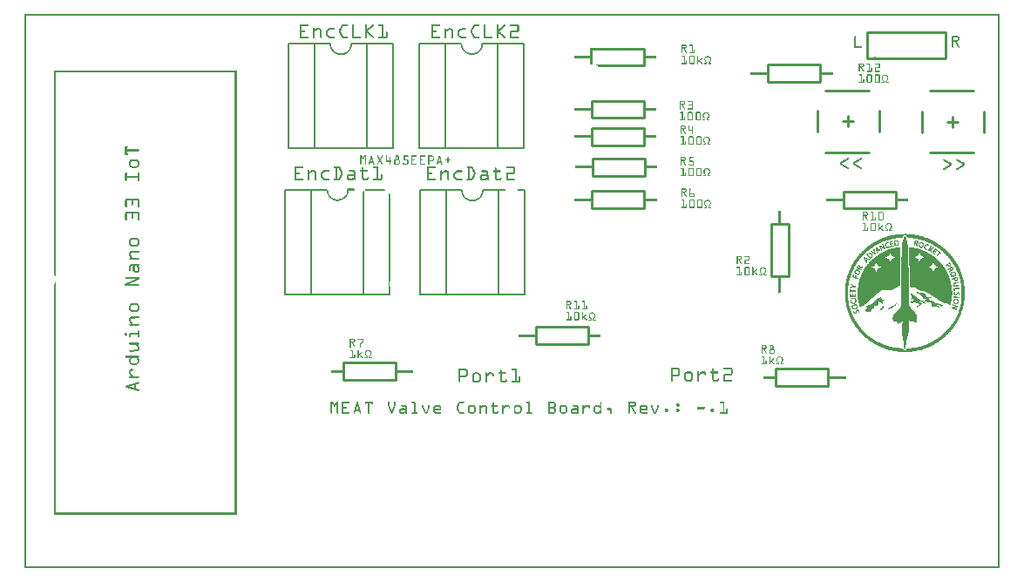
<source format=gto>
G04 MADE WITH FRITZING*
G04 WWW.FRITZING.ORG*
G04 DOUBLE SIDED*
G04 HOLES PLATED*
G04 CONTOUR ON CENTER OF CONTOUR VECTOR*
%ASAXBY*%
%FSLAX23Y23*%
%MOIN*%
%OFA0B0*%
%SFA1.0B1.0*%
%ADD10C,0.006000*%
%ADD11C,0.008000*%
%ADD12C,0.010000*%
%ADD13R,0.001000X0.001000*%
%LNSILK1*%
G90*
G70*
G54D10*
X1912Y1607D02*
X1912Y2007D01*
D02*
X1512Y2007D02*
X1512Y1607D01*
D02*
X1912Y1607D02*
X1812Y1607D01*
D02*
X1912Y2007D02*
X1812Y2007D01*
D02*
X1512Y2007D02*
X1612Y2007D01*
D02*
X1812Y2007D02*
X1812Y1607D01*
G54D11*
D02*
X1812Y2007D02*
X1752Y2007D01*
G54D10*
D02*
X1812Y1607D02*
X1612Y1607D01*
D02*
X1612Y2007D02*
X1612Y1607D01*
D02*
X1612Y2007D02*
X1672Y2007D01*
D02*
X1612Y1607D02*
X1512Y1607D01*
D02*
X1914Y1046D02*
X1914Y1446D01*
D02*
X1514Y1446D02*
X1514Y1046D01*
D02*
X1914Y1046D02*
X1814Y1046D01*
D02*
X1514Y1446D02*
X1614Y1446D01*
D02*
X1814Y1446D02*
X1814Y1046D01*
G54D11*
D02*
X1814Y1446D02*
X1754Y1446D01*
G54D10*
D02*
X1814Y1046D02*
X1614Y1046D01*
D02*
X1614Y1446D02*
X1614Y1046D01*
D02*
X1614Y1446D02*
X1674Y1446D01*
D02*
X1614Y1046D02*
X1514Y1046D01*
D02*
X998Y1448D02*
X998Y1048D01*
D02*
X1398Y1048D02*
X1298Y1048D01*
D02*
X998Y1448D02*
X1098Y1448D01*
D02*
X1298Y1048D02*
X1098Y1048D01*
D02*
X1098Y1448D02*
X1098Y1048D01*
D02*
X1098Y1448D02*
X1158Y1448D01*
D02*
X1098Y1048D02*
X998Y1048D01*
D02*
X1411Y1606D02*
X1411Y2006D01*
D02*
X1011Y2006D02*
X1011Y1606D01*
D02*
X1411Y1606D02*
X1311Y1606D01*
D02*
X1411Y2006D02*
X1311Y2006D01*
D02*
X1011Y2006D02*
X1111Y2006D01*
D02*
X1311Y2006D02*
X1311Y1606D01*
G54D11*
D02*
X1311Y2006D02*
X1251Y2006D01*
G54D10*
D02*
X1311Y1606D02*
X1111Y1606D01*
D02*
X1111Y2006D02*
X1111Y1606D01*
D02*
X1111Y2006D02*
X1171Y2006D01*
D02*
X1111Y1606D02*
X1011Y1606D01*
G54D12*
D02*
X3225Y1951D02*
X3525Y1951D01*
D02*
X3525Y1951D02*
X3525Y2051D01*
D02*
X3525Y2051D02*
X3225Y2051D01*
D02*
X3225Y2051D02*
X3225Y1951D01*
D02*
X3075Y697D02*
X2875Y697D01*
D02*
X2875Y697D02*
X2875Y763D01*
D02*
X2875Y763D02*
X3075Y763D01*
D02*
X3075Y763D02*
X3075Y697D01*
D02*
X1420Y720D02*
X1220Y720D01*
D02*
X1220Y720D02*
X1220Y786D01*
D02*
X1220Y786D02*
X1420Y786D01*
D02*
X1420Y786D02*
X1420Y720D01*
D02*
X2172Y1443D02*
X2372Y1443D01*
D02*
X2372Y1443D02*
X2372Y1377D01*
D02*
X2372Y1377D02*
X2172Y1377D01*
D02*
X2172Y1377D02*
X2172Y1443D01*
D02*
X2173Y1568D02*
X2373Y1568D01*
D02*
X2373Y1568D02*
X2373Y1502D01*
D02*
X2373Y1502D02*
X2173Y1502D01*
D02*
X2173Y1502D02*
X2173Y1568D01*
D02*
X2170Y1685D02*
X2370Y1685D01*
D02*
X2370Y1685D02*
X2370Y1619D01*
D02*
X2370Y1619D02*
X2170Y1619D01*
D02*
X2170Y1619D02*
X2170Y1685D01*
D02*
X2170Y1789D02*
X2370Y1789D01*
D02*
X2370Y1789D02*
X2370Y1723D01*
D02*
X2370Y1723D02*
X2170Y1723D01*
D02*
X2170Y1723D02*
X2170Y1789D01*
D02*
X2170Y1989D02*
X2370Y1989D01*
D02*
X2370Y1989D02*
X2370Y1923D01*
D02*
X3033Y1671D02*
X3033Y1750D01*
D02*
X3230Y1592D02*
X3063Y1592D01*
D02*
X3230Y1828D02*
X3063Y1828D01*
D02*
X3269Y1671D02*
X3269Y1750D01*
D02*
X3151Y1691D02*
X3151Y1730D01*
D02*
X3132Y1710D02*
X3171Y1710D01*
D02*
X3433Y1669D02*
X3433Y1748D01*
D02*
X3630Y1590D02*
X3463Y1590D01*
D02*
X3630Y1827D02*
X3463Y1827D01*
D02*
X3669Y1669D02*
X3669Y1748D01*
D02*
X3551Y1689D02*
X3551Y1728D01*
D02*
X3532Y1709D02*
X3571Y1709D01*
D02*
X2858Y1119D02*
X2858Y1319D01*
D02*
X2858Y1319D02*
X2924Y1319D01*
D02*
X2924Y1319D02*
X2924Y1119D01*
D02*
X2924Y1119D02*
X2858Y1119D01*
D02*
X1956Y923D02*
X2156Y923D01*
D02*
X2156Y923D02*
X2156Y857D01*
D02*
X2156Y857D02*
X1956Y857D01*
D02*
X1956Y857D02*
X1956Y923D01*
D02*
X3133Y1442D02*
X3333Y1442D01*
D02*
X3333Y1442D02*
X3333Y1376D01*
D02*
X3333Y1376D02*
X3133Y1376D01*
D02*
X3133Y1376D02*
X3133Y1442D01*
D02*
X2845Y1927D02*
X3045Y1927D01*
D02*
X3045Y1927D02*
X3045Y1861D01*
D02*
X3045Y1861D02*
X2845Y1861D01*
D02*
X2845Y1861D02*
X2845Y1927D01*
G54D13*
X1Y2120D02*
X3731Y2120D01*
X1Y2119D02*
X3731Y2119D01*
X1Y2118D02*
X3731Y2118D01*
X1Y2117D02*
X3731Y2117D01*
X1Y2116D02*
X3731Y2116D01*
X1Y2115D02*
X3731Y2115D01*
X1Y2114D02*
X3731Y2114D01*
X1Y2113D02*
X3731Y2113D01*
X1Y2112D02*
X8Y2112D01*
X3724Y2112D02*
X3731Y2112D01*
X1Y2111D02*
X8Y2111D01*
X3724Y2111D02*
X3731Y2111D01*
X1Y2110D02*
X8Y2110D01*
X3724Y2110D02*
X3731Y2110D01*
X1Y2109D02*
X8Y2109D01*
X3724Y2109D02*
X3731Y2109D01*
X1Y2108D02*
X8Y2108D01*
X3724Y2108D02*
X3731Y2108D01*
X1Y2107D02*
X8Y2107D01*
X3724Y2107D02*
X3731Y2107D01*
X1Y2106D02*
X8Y2106D01*
X3724Y2106D02*
X3731Y2106D01*
X1Y2105D02*
X8Y2105D01*
X3724Y2105D02*
X3731Y2105D01*
X1Y2104D02*
X8Y2104D01*
X3724Y2104D02*
X3731Y2104D01*
X1Y2103D02*
X8Y2103D01*
X3724Y2103D02*
X3731Y2103D01*
X1Y2102D02*
X8Y2102D01*
X3724Y2102D02*
X3731Y2102D01*
X1Y2101D02*
X8Y2101D01*
X3724Y2101D02*
X3731Y2101D01*
X1Y2100D02*
X8Y2100D01*
X3724Y2100D02*
X3731Y2100D01*
X1Y2099D02*
X8Y2099D01*
X3724Y2099D02*
X3731Y2099D01*
X1Y2098D02*
X8Y2098D01*
X3724Y2098D02*
X3731Y2098D01*
X1Y2097D02*
X8Y2097D01*
X3724Y2097D02*
X3731Y2097D01*
X1Y2096D02*
X8Y2096D01*
X3724Y2096D02*
X3731Y2096D01*
X1Y2095D02*
X8Y2095D01*
X3724Y2095D02*
X3731Y2095D01*
X1Y2094D02*
X8Y2094D01*
X3724Y2094D02*
X3731Y2094D01*
X1Y2093D02*
X8Y2093D01*
X3724Y2093D02*
X3731Y2093D01*
X1Y2092D02*
X8Y2092D01*
X3724Y2092D02*
X3731Y2092D01*
X1Y2091D02*
X8Y2091D01*
X3724Y2091D02*
X3731Y2091D01*
X1Y2090D02*
X8Y2090D01*
X3724Y2090D02*
X3731Y2090D01*
X1Y2089D02*
X8Y2089D01*
X3724Y2089D02*
X3731Y2089D01*
X1Y2088D02*
X8Y2088D01*
X3724Y2088D02*
X3731Y2088D01*
X1Y2087D02*
X8Y2087D01*
X3724Y2087D02*
X3731Y2087D01*
X1Y2086D02*
X8Y2086D01*
X3724Y2086D02*
X3731Y2086D01*
X1Y2085D02*
X8Y2085D01*
X3724Y2085D02*
X3731Y2085D01*
X1Y2084D02*
X8Y2084D01*
X3724Y2084D02*
X3731Y2084D01*
X1Y2083D02*
X8Y2083D01*
X3724Y2083D02*
X3731Y2083D01*
X1Y2082D02*
X8Y2082D01*
X3724Y2082D02*
X3731Y2082D01*
X1Y2081D02*
X8Y2081D01*
X1054Y2081D02*
X1086Y2081D01*
X1218Y2081D02*
X1237Y2081D01*
X1256Y2081D02*
X1260Y2081D01*
X1306Y2081D02*
X1310Y2081D01*
X1334Y2081D02*
X1337Y2081D01*
X1356Y2081D02*
X1375Y2081D01*
X3724Y2081D02*
X3731Y2081D01*
X1Y2080D02*
X8Y2080D01*
X1054Y2080D02*
X1087Y2080D01*
X1217Y2080D02*
X1238Y2080D01*
X1255Y2080D02*
X1260Y2080D01*
X1305Y2080D02*
X1311Y2080D01*
X1332Y2080D02*
X1338Y2080D01*
X1356Y2080D02*
X1375Y2080D01*
X1557Y2080D02*
X1589Y2080D01*
X1722Y2080D02*
X1740Y2080D01*
X1759Y2080D02*
X1763Y2080D01*
X1809Y2080D02*
X1813Y2080D01*
X1837Y2080D02*
X1840Y2080D01*
X1860Y2080D02*
X1888Y2080D01*
X3724Y2080D02*
X3731Y2080D01*
X1Y2079D02*
X8Y2079D01*
X1054Y2079D02*
X1087Y2079D01*
X1215Y2079D02*
X1238Y2079D01*
X1255Y2079D02*
X1261Y2079D01*
X1305Y2079D02*
X1311Y2079D01*
X1331Y2079D02*
X1338Y2079D01*
X1355Y2079D02*
X1375Y2079D01*
X1557Y2079D02*
X1590Y2079D01*
X1720Y2079D02*
X1741Y2079D01*
X1758Y2079D02*
X1763Y2079D01*
X1809Y2079D02*
X1814Y2079D01*
X1836Y2079D02*
X1841Y2079D01*
X1859Y2079D02*
X1889Y2079D01*
X3724Y2079D02*
X3731Y2079D01*
X1Y2078D02*
X8Y2078D01*
X1054Y2078D02*
X1087Y2078D01*
X1214Y2078D02*
X1238Y2078D01*
X1255Y2078D02*
X1261Y2078D01*
X1305Y2078D02*
X1311Y2078D01*
X1330Y2078D02*
X1338Y2078D01*
X1355Y2078D02*
X1375Y2078D01*
X1557Y2078D02*
X1591Y2078D01*
X1719Y2078D02*
X1741Y2078D01*
X1758Y2078D02*
X1764Y2078D01*
X1808Y2078D02*
X1814Y2078D01*
X1835Y2078D02*
X1842Y2078D01*
X1858Y2078D02*
X1890Y2078D01*
X3724Y2078D02*
X3731Y2078D01*
X1Y2077D02*
X8Y2077D01*
X1054Y2077D02*
X1087Y2077D01*
X1214Y2077D02*
X1238Y2077D01*
X1255Y2077D02*
X1261Y2077D01*
X1305Y2077D02*
X1311Y2077D01*
X1329Y2077D02*
X1338Y2077D01*
X1356Y2077D02*
X1375Y2077D01*
X1557Y2077D02*
X1591Y2077D01*
X1718Y2077D02*
X1741Y2077D01*
X1758Y2077D02*
X1764Y2077D01*
X1808Y2077D02*
X1814Y2077D01*
X1833Y2077D02*
X1842Y2077D01*
X1858Y2077D02*
X1891Y2077D01*
X3724Y2077D02*
X3731Y2077D01*
X1Y2076D02*
X8Y2076D01*
X1054Y2076D02*
X1086Y2076D01*
X1213Y2076D02*
X1237Y2076D01*
X1255Y2076D02*
X1261Y2076D01*
X1305Y2076D02*
X1311Y2076D01*
X1328Y2076D02*
X1337Y2076D01*
X1356Y2076D02*
X1375Y2076D01*
X1557Y2076D02*
X1590Y2076D01*
X1717Y2076D02*
X1741Y2076D01*
X1758Y2076D02*
X1764Y2076D01*
X1808Y2076D02*
X1814Y2076D01*
X1832Y2076D02*
X1841Y2076D01*
X1859Y2076D02*
X1892Y2076D01*
X3724Y2076D02*
X3731Y2076D01*
X1Y2075D02*
X8Y2075D01*
X1054Y2075D02*
X1084Y2075D01*
X1213Y2075D02*
X1235Y2075D01*
X1255Y2075D02*
X1261Y2075D01*
X1305Y2075D02*
X1311Y2075D01*
X1327Y2075D02*
X1336Y2075D01*
X1358Y2075D02*
X1375Y2075D01*
X1557Y2075D02*
X1590Y2075D01*
X1716Y2075D02*
X1740Y2075D01*
X1758Y2075D02*
X1764Y2075D01*
X1808Y2075D02*
X1814Y2075D01*
X1831Y2075D02*
X1841Y2075D01*
X1859Y2075D02*
X1892Y2075D01*
X3724Y2075D02*
X3731Y2075D01*
X1Y2074D02*
X8Y2074D01*
X1054Y2074D02*
X1060Y2074D01*
X1212Y2074D02*
X1219Y2074D01*
X1255Y2074D02*
X1261Y2074D01*
X1305Y2074D02*
X1311Y2074D01*
X1325Y2074D02*
X1335Y2074D01*
X1369Y2074D02*
X1375Y2074D01*
X1557Y2074D02*
X1588Y2074D01*
X1716Y2074D02*
X1739Y2074D01*
X1758Y2074D02*
X1764Y2074D01*
X1808Y2074D02*
X1814Y2074D01*
X1830Y2074D02*
X1840Y2074D01*
X1861Y2074D02*
X1892Y2074D01*
X3724Y2074D02*
X3731Y2074D01*
X1Y2073D02*
X8Y2073D01*
X1054Y2073D02*
X1060Y2073D01*
X1212Y2073D02*
X1219Y2073D01*
X1255Y2073D02*
X1261Y2073D01*
X1305Y2073D02*
X1311Y2073D01*
X1324Y2073D02*
X1334Y2073D01*
X1369Y2073D02*
X1375Y2073D01*
X1557Y2073D02*
X1563Y2073D01*
X1715Y2073D02*
X1723Y2073D01*
X1758Y2073D02*
X1764Y2073D01*
X1808Y2073D02*
X1814Y2073D01*
X1829Y2073D02*
X1839Y2073D01*
X1886Y2073D02*
X1892Y2073D01*
X3724Y2073D02*
X3731Y2073D01*
X1Y2072D02*
X8Y2072D01*
X1054Y2072D02*
X1060Y2072D01*
X1211Y2072D02*
X1218Y2072D01*
X1255Y2072D02*
X1261Y2072D01*
X1305Y2072D02*
X1311Y2072D01*
X1323Y2072D02*
X1333Y2072D01*
X1369Y2072D02*
X1375Y2072D01*
X1557Y2072D02*
X1563Y2072D01*
X1715Y2072D02*
X1722Y2072D01*
X1758Y2072D02*
X1764Y2072D01*
X1808Y2072D02*
X1814Y2072D01*
X1828Y2072D02*
X1837Y2072D01*
X1886Y2072D02*
X1892Y2072D01*
X3724Y2072D02*
X3731Y2072D01*
X1Y2071D02*
X8Y2071D01*
X1054Y2071D02*
X1060Y2071D01*
X1211Y2071D02*
X1218Y2071D01*
X1255Y2071D02*
X1261Y2071D01*
X1305Y2071D02*
X1311Y2071D01*
X1322Y2071D02*
X1332Y2071D01*
X1369Y2071D02*
X1375Y2071D01*
X1557Y2071D02*
X1563Y2071D01*
X1714Y2071D02*
X1721Y2071D01*
X1758Y2071D02*
X1764Y2071D01*
X1808Y2071D02*
X1814Y2071D01*
X1826Y2071D02*
X1836Y2071D01*
X1886Y2071D02*
X1892Y2071D01*
X3724Y2071D02*
X3731Y2071D01*
X1Y2070D02*
X8Y2070D01*
X1054Y2070D02*
X1060Y2070D01*
X1210Y2070D02*
X1217Y2070D01*
X1255Y2070D02*
X1261Y2070D01*
X1305Y2070D02*
X1311Y2070D01*
X1321Y2070D02*
X1331Y2070D01*
X1369Y2070D02*
X1375Y2070D01*
X1557Y2070D02*
X1563Y2070D01*
X1714Y2070D02*
X1721Y2070D01*
X1758Y2070D02*
X1764Y2070D01*
X1808Y2070D02*
X1814Y2070D01*
X1825Y2070D02*
X1835Y2070D01*
X1886Y2070D02*
X1892Y2070D01*
X3724Y2070D02*
X3731Y2070D01*
X1Y2069D02*
X8Y2069D01*
X1054Y2069D02*
X1060Y2069D01*
X1210Y2069D02*
X1217Y2069D01*
X1255Y2069D02*
X1261Y2069D01*
X1305Y2069D02*
X1311Y2069D01*
X1320Y2069D02*
X1329Y2069D01*
X1369Y2069D02*
X1375Y2069D01*
X1557Y2069D02*
X1563Y2069D01*
X1713Y2069D02*
X1720Y2069D01*
X1758Y2069D02*
X1764Y2069D01*
X1808Y2069D02*
X1814Y2069D01*
X1824Y2069D02*
X1834Y2069D01*
X1886Y2069D02*
X1892Y2069D01*
X3724Y2069D02*
X3731Y2069D01*
X1Y2068D02*
X8Y2068D01*
X1054Y2068D02*
X1060Y2068D01*
X1209Y2068D02*
X1216Y2068D01*
X1255Y2068D02*
X1261Y2068D01*
X1305Y2068D02*
X1311Y2068D01*
X1318Y2068D02*
X1328Y2068D01*
X1369Y2068D02*
X1375Y2068D01*
X1557Y2068D02*
X1563Y2068D01*
X1713Y2068D02*
X1720Y2068D01*
X1758Y2068D02*
X1764Y2068D01*
X1808Y2068D02*
X1814Y2068D01*
X1823Y2068D02*
X1833Y2068D01*
X1886Y2068D02*
X1892Y2068D01*
X3724Y2068D02*
X3731Y2068D01*
X1Y2067D02*
X8Y2067D01*
X1054Y2067D02*
X1060Y2067D01*
X1106Y2067D02*
X1108Y2067D01*
X1121Y2067D02*
X1129Y2067D01*
X1169Y2067D02*
X1186Y2067D01*
X1209Y2067D02*
X1216Y2067D01*
X1255Y2067D02*
X1261Y2067D01*
X1305Y2067D02*
X1311Y2067D01*
X1317Y2067D02*
X1327Y2067D01*
X1369Y2067D02*
X1375Y2067D01*
X1557Y2067D02*
X1563Y2067D01*
X1712Y2067D02*
X1719Y2067D01*
X1758Y2067D02*
X1764Y2067D01*
X1808Y2067D02*
X1814Y2067D01*
X1822Y2067D02*
X1831Y2067D01*
X1886Y2067D02*
X1892Y2067D01*
X3724Y2067D02*
X3731Y2067D01*
X1Y2066D02*
X8Y2066D01*
X1054Y2066D02*
X1060Y2066D01*
X1105Y2066D02*
X1109Y2066D01*
X1119Y2066D02*
X1131Y2066D01*
X1166Y2066D02*
X1187Y2066D01*
X1208Y2066D02*
X1215Y2066D01*
X1255Y2066D02*
X1261Y2066D01*
X1305Y2066D02*
X1311Y2066D01*
X1316Y2066D02*
X1326Y2066D01*
X1369Y2066D02*
X1375Y2066D01*
X1557Y2066D02*
X1563Y2066D01*
X1610Y2066D02*
X1610Y2066D01*
X1625Y2066D02*
X1631Y2066D01*
X1673Y2066D02*
X1688Y2066D01*
X1712Y2066D02*
X1719Y2066D01*
X1758Y2066D02*
X1764Y2066D01*
X1808Y2066D02*
X1814Y2066D01*
X1821Y2066D02*
X1830Y2066D01*
X1886Y2066D02*
X1892Y2066D01*
X3724Y2066D02*
X3731Y2066D01*
X1Y2065D02*
X8Y2065D01*
X1054Y2065D02*
X1060Y2065D01*
X1104Y2065D02*
X1110Y2065D01*
X1117Y2065D02*
X1133Y2065D01*
X1164Y2065D02*
X1188Y2065D01*
X1208Y2065D02*
X1215Y2065D01*
X1255Y2065D02*
X1261Y2065D01*
X1305Y2065D02*
X1311Y2065D01*
X1315Y2065D02*
X1325Y2065D01*
X1369Y2065D02*
X1375Y2065D01*
X1557Y2065D02*
X1563Y2065D01*
X1608Y2065D02*
X1612Y2065D01*
X1622Y2065D02*
X1634Y2065D01*
X1669Y2065D02*
X1690Y2065D01*
X1711Y2065D02*
X1718Y2065D01*
X1758Y2065D02*
X1764Y2065D01*
X1808Y2065D02*
X1814Y2065D01*
X1819Y2065D02*
X1829Y2065D01*
X1886Y2065D02*
X1892Y2065D01*
X3724Y2065D02*
X3731Y2065D01*
X1Y2064D02*
X8Y2064D01*
X1054Y2064D02*
X1060Y2064D01*
X1104Y2064D02*
X1110Y2064D01*
X1115Y2064D02*
X1134Y2064D01*
X1163Y2064D02*
X1188Y2064D01*
X1207Y2064D02*
X1214Y2064D01*
X1255Y2064D02*
X1261Y2064D01*
X1305Y2064D02*
X1311Y2064D01*
X1314Y2064D02*
X1323Y2064D01*
X1369Y2064D02*
X1375Y2064D01*
X1557Y2064D02*
X1563Y2064D01*
X1608Y2064D02*
X1613Y2064D01*
X1620Y2064D02*
X1636Y2064D01*
X1668Y2064D02*
X1691Y2064D01*
X1711Y2064D02*
X1718Y2064D01*
X1758Y2064D02*
X1764Y2064D01*
X1808Y2064D02*
X1814Y2064D01*
X1818Y2064D02*
X1828Y2064D01*
X1886Y2064D02*
X1892Y2064D01*
X3724Y2064D02*
X3731Y2064D01*
X1Y2063D02*
X8Y2063D01*
X1054Y2063D02*
X1060Y2063D01*
X1104Y2063D02*
X1110Y2063D01*
X1114Y2063D02*
X1135Y2063D01*
X1162Y2063D02*
X1188Y2063D01*
X1207Y2063D02*
X1214Y2063D01*
X1255Y2063D02*
X1261Y2063D01*
X1305Y2063D02*
X1311Y2063D01*
X1313Y2063D02*
X1322Y2063D01*
X1369Y2063D02*
X1375Y2063D01*
X1557Y2063D02*
X1563Y2063D01*
X1607Y2063D02*
X1613Y2063D01*
X1619Y2063D02*
X1637Y2063D01*
X1666Y2063D02*
X1691Y2063D01*
X1710Y2063D02*
X1717Y2063D01*
X1758Y2063D02*
X1764Y2063D01*
X1808Y2063D02*
X1814Y2063D01*
X1817Y2063D02*
X1827Y2063D01*
X1886Y2063D02*
X1892Y2063D01*
X3724Y2063D02*
X3731Y2063D01*
X1Y2062D02*
X8Y2062D01*
X1054Y2062D02*
X1060Y2062D01*
X1104Y2062D02*
X1110Y2062D01*
X1112Y2062D02*
X1135Y2062D01*
X1161Y2062D02*
X1187Y2062D01*
X1206Y2062D02*
X1213Y2062D01*
X1255Y2062D02*
X1261Y2062D01*
X1305Y2062D02*
X1321Y2062D01*
X1369Y2062D02*
X1375Y2062D01*
X1557Y2062D02*
X1563Y2062D01*
X1607Y2062D02*
X1613Y2062D01*
X1617Y2062D02*
X1638Y2062D01*
X1665Y2062D02*
X1691Y2062D01*
X1710Y2062D02*
X1717Y2062D01*
X1758Y2062D02*
X1764Y2062D01*
X1808Y2062D02*
X1814Y2062D01*
X1816Y2062D02*
X1826Y2062D01*
X1886Y2062D02*
X1892Y2062D01*
X3724Y2062D02*
X3731Y2062D01*
X1Y2061D02*
X8Y2061D01*
X1054Y2061D02*
X1060Y2061D01*
X1104Y2061D02*
X1136Y2061D01*
X1159Y2061D02*
X1187Y2061D01*
X1206Y2061D02*
X1213Y2061D01*
X1255Y2061D02*
X1261Y2061D01*
X1305Y2061D02*
X1320Y2061D01*
X1369Y2061D02*
X1375Y2061D01*
X1557Y2061D02*
X1563Y2061D01*
X1607Y2061D02*
X1613Y2061D01*
X1616Y2061D02*
X1638Y2061D01*
X1664Y2061D02*
X1691Y2061D01*
X1709Y2061D02*
X1716Y2061D01*
X1758Y2061D02*
X1764Y2061D01*
X1808Y2061D02*
X1824Y2061D01*
X1886Y2061D02*
X1892Y2061D01*
X3724Y2061D02*
X3731Y2061D01*
X1Y2060D02*
X8Y2060D01*
X1054Y2060D02*
X1060Y2060D01*
X1104Y2060D02*
X1121Y2060D01*
X1129Y2060D02*
X1136Y2060D01*
X1158Y2060D02*
X1169Y2060D01*
X1205Y2060D02*
X1212Y2060D01*
X1255Y2060D02*
X1261Y2060D01*
X1305Y2060D02*
X1319Y2060D01*
X1369Y2060D02*
X1375Y2060D01*
X1557Y2060D02*
X1563Y2060D01*
X1607Y2060D02*
X1639Y2060D01*
X1663Y2060D02*
X1690Y2060D01*
X1709Y2060D02*
X1716Y2060D01*
X1758Y2060D02*
X1764Y2060D01*
X1808Y2060D02*
X1823Y2060D01*
X1886Y2060D02*
X1892Y2060D01*
X3724Y2060D02*
X3731Y2060D01*
X1Y2059D02*
X8Y2059D01*
X1054Y2059D02*
X1060Y2059D01*
X1104Y2059D02*
X1120Y2059D01*
X1130Y2059D02*
X1137Y2059D01*
X1157Y2059D02*
X1167Y2059D01*
X1205Y2059D02*
X1212Y2059D01*
X1255Y2059D02*
X1261Y2059D01*
X1305Y2059D02*
X1318Y2059D01*
X1369Y2059D02*
X1375Y2059D01*
X1557Y2059D02*
X1563Y2059D01*
X1607Y2059D02*
X1625Y2059D01*
X1631Y2059D02*
X1639Y2059D01*
X1662Y2059D02*
X1672Y2059D01*
X1709Y2059D02*
X1715Y2059D01*
X1758Y2059D02*
X1764Y2059D01*
X1808Y2059D02*
X1822Y2059D01*
X1886Y2059D02*
X1892Y2059D01*
X3724Y2059D02*
X3731Y2059D01*
X1Y2058D02*
X8Y2058D01*
X1054Y2058D02*
X1072Y2058D01*
X1104Y2058D02*
X1118Y2058D01*
X1131Y2058D02*
X1137Y2058D01*
X1156Y2058D02*
X1166Y2058D01*
X1205Y2058D02*
X1211Y2058D01*
X1255Y2058D02*
X1261Y2058D01*
X1305Y2058D02*
X1316Y2058D01*
X1369Y2058D02*
X1375Y2058D01*
X1557Y2058D02*
X1563Y2058D01*
X1607Y2058D02*
X1623Y2058D01*
X1633Y2058D02*
X1640Y2058D01*
X1661Y2058D02*
X1670Y2058D01*
X1708Y2058D02*
X1715Y2058D01*
X1758Y2058D02*
X1764Y2058D01*
X1808Y2058D02*
X1821Y2058D01*
X1886Y2058D02*
X1892Y2058D01*
X3724Y2058D02*
X3731Y2058D01*
X1Y2057D02*
X8Y2057D01*
X1054Y2057D02*
X1073Y2057D01*
X1104Y2057D02*
X1116Y2057D01*
X1131Y2057D02*
X1137Y2057D01*
X1156Y2057D02*
X1165Y2057D01*
X1205Y2057D02*
X1211Y2057D01*
X1255Y2057D02*
X1261Y2057D01*
X1305Y2057D02*
X1315Y2057D01*
X1369Y2057D02*
X1375Y2057D01*
X1557Y2057D02*
X1575Y2057D01*
X1607Y2057D02*
X1621Y2057D01*
X1634Y2057D02*
X1640Y2057D01*
X1660Y2057D02*
X1669Y2057D01*
X1708Y2057D02*
X1714Y2057D01*
X1758Y2057D02*
X1764Y2057D01*
X1808Y2057D02*
X1820Y2057D01*
X1864Y2057D02*
X1892Y2057D01*
X3724Y2057D02*
X3731Y2057D01*
X1Y2056D02*
X8Y2056D01*
X1054Y2056D02*
X1073Y2056D01*
X1104Y2056D02*
X1115Y2056D01*
X1131Y2056D02*
X1137Y2056D01*
X1155Y2056D02*
X1164Y2056D01*
X1205Y2056D02*
X1211Y2056D01*
X1255Y2056D02*
X1261Y2056D01*
X1305Y2056D02*
X1314Y2056D01*
X1369Y2056D02*
X1375Y2056D01*
X1557Y2056D02*
X1576Y2056D01*
X1607Y2056D02*
X1620Y2056D01*
X1634Y2056D02*
X1640Y2056D01*
X1659Y2056D02*
X1668Y2056D01*
X1708Y2056D02*
X1714Y2056D01*
X1758Y2056D02*
X1764Y2056D01*
X1808Y2056D02*
X1819Y2056D01*
X1861Y2056D02*
X1892Y2056D01*
X3724Y2056D02*
X3731Y2056D01*
X1Y2055D02*
X8Y2055D01*
X1054Y2055D02*
X1074Y2055D01*
X1104Y2055D02*
X1113Y2055D01*
X1131Y2055D02*
X1137Y2055D01*
X1155Y2055D02*
X1162Y2055D01*
X1205Y2055D02*
X1211Y2055D01*
X1255Y2055D02*
X1261Y2055D01*
X1305Y2055D02*
X1313Y2055D01*
X1369Y2055D02*
X1375Y2055D01*
X1557Y2055D02*
X1577Y2055D01*
X1607Y2055D02*
X1618Y2055D01*
X1634Y2055D02*
X1640Y2055D01*
X1658Y2055D02*
X1667Y2055D01*
X1708Y2055D02*
X1714Y2055D01*
X1758Y2055D02*
X1764Y2055D01*
X1808Y2055D02*
X1817Y2055D01*
X1860Y2055D02*
X1891Y2055D01*
X3724Y2055D02*
X3731Y2055D01*
X1Y2054D02*
X8Y2054D01*
X1054Y2054D02*
X1074Y2054D01*
X1104Y2054D02*
X1112Y2054D01*
X1131Y2054D02*
X1137Y2054D01*
X1155Y2054D02*
X1161Y2054D01*
X1205Y2054D02*
X1211Y2054D01*
X1255Y2054D02*
X1261Y2054D01*
X1305Y2054D02*
X1314Y2054D01*
X1369Y2054D02*
X1375Y2054D01*
X1557Y2054D02*
X1577Y2054D01*
X1607Y2054D02*
X1617Y2054D01*
X1634Y2054D02*
X1640Y2054D01*
X1658Y2054D02*
X1666Y2054D01*
X1708Y2054D02*
X1714Y2054D01*
X1758Y2054D02*
X1764Y2054D01*
X1808Y2054D02*
X1816Y2054D01*
X1859Y2054D02*
X1891Y2054D01*
X3724Y2054D02*
X3731Y2054D01*
X1Y2053D02*
X8Y2053D01*
X1054Y2053D02*
X1073Y2053D01*
X1104Y2053D02*
X1110Y2053D01*
X1131Y2053D02*
X1137Y2053D01*
X1154Y2053D02*
X1161Y2053D01*
X1205Y2053D02*
X1211Y2053D01*
X1255Y2053D02*
X1261Y2053D01*
X1305Y2053D02*
X1315Y2053D01*
X1369Y2053D02*
X1375Y2053D01*
X1557Y2053D02*
X1577Y2053D01*
X1607Y2053D02*
X1615Y2053D01*
X1634Y2053D02*
X1640Y2053D01*
X1658Y2053D02*
X1665Y2053D01*
X1708Y2053D02*
X1714Y2053D01*
X1758Y2053D02*
X1764Y2053D01*
X1808Y2053D02*
X1817Y2053D01*
X1859Y2053D02*
X1890Y2053D01*
X3724Y2053D02*
X3731Y2053D01*
X1Y2052D02*
X8Y2052D01*
X1054Y2052D02*
X1072Y2052D01*
X1104Y2052D02*
X1110Y2052D01*
X1131Y2052D02*
X1137Y2052D01*
X1154Y2052D02*
X1160Y2052D01*
X1205Y2052D02*
X1211Y2052D01*
X1255Y2052D02*
X1261Y2052D01*
X1305Y2052D02*
X1316Y2052D01*
X1369Y2052D02*
X1375Y2052D01*
X1384Y2052D02*
X1387Y2052D01*
X1557Y2052D02*
X1576Y2052D01*
X1607Y2052D02*
X1614Y2052D01*
X1634Y2052D02*
X1640Y2052D01*
X1658Y2052D02*
X1664Y2052D01*
X1708Y2052D02*
X1714Y2052D01*
X1758Y2052D02*
X1764Y2052D01*
X1808Y2052D02*
X1818Y2052D01*
X1859Y2052D02*
X1889Y2052D01*
X3724Y2052D02*
X3731Y2052D01*
X1Y2051D02*
X8Y2051D01*
X1054Y2051D02*
X1060Y2051D01*
X1104Y2051D02*
X1110Y2051D01*
X1131Y2051D02*
X1137Y2051D01*
X1154Y2051D02*
X1160Y2051D01*
X1205Y2051D02*
X1211Y2051D01*
X1255Y2051D02*
X1261Y2051D01*
X1305Y2051D02*
X1317Y2051D01*
X1369Y2051D02*
X1375Y2051D01*
X1383Y2051D02*
X1388Y2051D01*
X1557Y2051D02*
X1575Y2051D01*
X1607Y2051D02*
X1613Y2051D01*
X1634Y2051D02*
X1640Y2051D01*
X1658Y2051D02*
X1664Y2051D01*
X1708Y2051D02*
X1714Y2051D01*
X1758Y2051D02*
X1764Y2051D01*
X1808Y2051D02*
X1819Y2051D01*
X1858Y2051D02*
X1888Y2051D01*
X3724Y2051D02*
X3731Y2051D01*
X1Y2050D02*
X8Y2050D01*
X1054Y2050D02*
X1060Y2050D01*
X1104Y2050D02*
X1110Y2050D01*
X1131Y2050D02*
X1137Y2050D01*
X1154Y2050D02*
X1160Y2050D01*
X1205Y2050D02*
X1212Y2050D01*
X1255Y2050D02*
X1261Y2050D01*
X1305Y2050D02*
X1319Y2050D01*
X1369Y2050D02*
X1375Y2050D01*
X1383Y2050D02*
X1389Y2050D01*
X1557Y2050D02*
X1563Y2050D01*
X1607Y2050D02*
X1613Y2050D01*
X1634Y2050D02*
X1640Y2050D01*
X1657Y2050D02*
X1664Y2050D01*
X1708Y2050D02*
X1715Y2050D01*
X1758Y2050D02*
X1764Y2050D01*
X1808Y2050D02*
X1820Y2050D01*
X1858Y2050D02*
X1864Y2050D01*
X3724Y2050D02*
X3731Y2050D01*
X1Y2049D02*
X8Y2049D01*
X1054Y2049D02*
X1060Y2049D01*
X1104Y2049D02*
X1110Y2049D01*
X1131Y2049D02*
X1137Y2049D01*
X1154Y2049D02*
X1160Y2049D01*
X1206Y2049D02*
X1212Y2049D01*
X1255Y2049D02*
X1261Y2049D01*
X1305Y2049D02*
X1320Y2049D01*
X1369Y2049D02*
X1375Y2049D01*
X1383Y2049D02*
X1389Y2049D01*
X1557Y2049D02*
X1563Y2049D01*
X1607Y2049D02*
X1613Y2049D01*
X1634Y2049D02*
X1640Y2049D01*
X1657Y2049D02*
X1664Y2049D01*
X1709Y2049D02*
X1715Y2049D01*
X1758Y2049D02*
X1764Y2049D01*
X1808Y2049D02*
X1822Y2049D01*
X1858Y2049D02*
X1864Y2049D01*
X3724Y2049D02*
X3731Y2049D01*
X1Y2048D02*
X8Y2048D01*
X1054Y2048D02*
X1060Y2048D01*
X1104Y2048D02*
X1110Y2048D01*
X1131Y2048D02*
X1137Y2048D01*
X1154Y2048D02*
X1160Y2048D01*
X1206Y2048D02*
X1213Y2048D01*
X1255Y2048D02*
X1261Y2048D01*
X1305Y2048D02*
X1321Y2048D01*
X1369Y2048D02*
X1375Y2048D01*
X1383Y2048D02*
X1389Y2048D01*
X1557Y2048D02*
X1563Y2048D01*
X1607Y2048D02*
X1613Y2048D01*
X1634Y2048D02*
X1640Y2048D01*
X1657Y2048D02*
X1664Y2048D01*
X1709Y2048D02*
X1715Y2048D01*
X1758Y2048D02*
X1764Y2048D01*
X1808Y2048D02*
X1823Y2048D01*
X1858Y2048D02*
X1864Y2048D01*
X3724Y2048D02*
X3731Y2048D01*
X1Y2047D02*
X8Y2047D01*
X1054Y2047D02*
X1060Y2047D01*
X1104Y2047D02*
X1110Y2047D01*
X1131Y2047D02*
X1137Y2047D01*
X1154Y2047D02*
X1160Y2047D01*
X1207Y2047D02*
X1213Y2047D01*
X1255Y2047D02*
X1261Y2047D01*
X1305Y2047D02*
X1322Y2047D01*
X1369Y2047D02*
X1375Y2047D01*
X1383Y2047D02*
X1389Y2047D01*
X1557Y2047D02*
X1563Y2047D01*
X1607Y2047D02*
X1613Y2047D01*
X1634Y2047D02*
X1640Y2047D01*
X1657Y2047D02*
X1664Y2047D01*
X1709Y2047D02*
X1716Y2047D01*
X1758Y2047D02*
X1764Y2047D01*
X1808Y2047D02*
X1824Y2047D01*
X1858Y2047D02*
X1864Y2047D01*
X3724Y2047D02*
X3731Y2047D01*
X1Y2046D02*
X8Y2046D01*
X1054Y2046D02*
X1060Y2046D01*
X1104Y2046D02*
X1110Y2046D01*
X1131Y2046D02*
X1137Y2046D01*
X1154Y2046D02*
X1160Y2046D01*
X1207Y2046D02*
X1214Y2046D01*
X1255Y2046D02*
X1261Y2046D01*
X1305Y2046D02*
X1311Y2046D01*
X1313Y2046D02*
X1323Y2046D01*
X1369Y2046D02*
X1375Y2046D01*
X1383Y2046D02*
X1389Y2046D01*
X1557Y2046D02*
X1563Y2046D01*
X1607Y2046D02*
X1613Y2046D01*
X1634Y2046D02*
X1640Y2046D01*
X1657Y2046D02*
X1664Y2046D01*
X1710Y2046D02*
X1716Y2046D01*
X1758Y2046D02*
X1764Y2046D01*
X1808Y2046D02*
X1825Y2046D01*
X1858Y2046D02*
X1864Y2046D01*
X3724Y2046D02*
X3731Y2046D01*
X1Y2045D02*
X8Y2045D01*
X1054Y2045D02*
X1060Y2045D01*
X1104Y2045D02*
X1110Y2045D01*
X1131Y2045D02*
X1137Y2045D01*
X1154Y2045D02*
X1160Y2045D01*
X1208Y2045D02*
X1214Y2045D01*
X1255Y2045D02*
X1261Y2045D01*
X1305Y2045D02*
X1311Y2045D01*
X1315Y2045D02*
X1324Y2045D01*
X1369Y2045D02*
X1375Y2045D01*
X1383Y2045D02*
X1389Y2045D01*
X1557Y2045D02*
X1563Y2045D01*
X1607Y2045D02*
X1613Y2045D01*
X1634Y2045D02*
X1640Y2045D01*
X1657Y2045D02*
X1664Y2045D01*
X1710Y2045D02*
X1717Y2045D01*
X1758Y2045D02*
X1764Y2045D01*
X1808Y2045D02*
X1814Y2045D01*
X1816Y2045D02*
X1826Y2045D01*
X1858Y2045D02*
X1864Y2045D01*
X3724Y2045D02*
X3731Y2045D01*
X1Y2044D02*
X8Y2044D01*
X1054Y2044D02*
X1060Y2044D01*
X1104Y2044D02*
X1110Y2044D01*
X1131Y2044D02*
X1137Y2044D01*
X1154Y2044D02*
X1160Y2044D01*
X1208Y2044D02*
X1215Y2044D01*
X1255Y2044D02*
X1261Y2044D01*
X1305Y2044D02*
X1311Y2044D01*
X1316Y2044D02*
X1326Y2044D01*
X1369Y2044D02*
X1375Y2044D01*
X1383Y2044D02*
X1389Y2044D01*
X1557Y2044D02*
X1563Y2044D01*
X1607Y2044D02*
X1613Y2044D01*
X1634Y2044D02*
X1640Y2044D01*
X1657Y2044D02*
X1664Y2044D01*
X1711Y2044D02*
X1718Y2044D01*
X1758Y2044D02*
X1764Y2044D01*
X1808Y2044D02*
X1814Y2044D01*
X1818Y2044D02*
X1827Y2044D01*
X1858Y2044D02*
X1864Y2044D01*
X3724Y2044D02*
X3731Y2044D01*
X1Y2043D02*
X8Y2043D01*
X1054Y2043D02*
X1060Y2043D01*
X1104Y2043D02*
X1110Y2043D01*
X1131Y2043D02*
X1137Y2043D01*
X1154Y2043D02*
X1160Y2043D01*
X1209Y2043D02*
X1215Y2043D01*
X1255Y2043D02*
X1261Y2043D01*
X1305Y2043D02*
X1311Y2043D01*
X1317Y2043D02*
X1327Y2043D01*
X1369Y2043D02*
X1375Y2043D01*
X1383Y2043D02*
X1389Y2043D01*
X1557Y2043D02*
X1563Y2043D01*
X1607Y2043D02*
X1613Y2043D01*
X1634Y2043D02*
X1640Y2043D01*
X1657Y2043D02*
X1664Y2043D01*
X1711Y2043D02*
X1718Y2043D01*
X1758Y2043D02*
X1764Y2043D01*
X1808Y2043D02*
X1814Y2043D01*
X1819Y2043D02*
X1829Y2043D01*
X1858Y2043D02*
X1864Y2043D01*
X3724Y2043D02*
X3731Y2043D01*
X1Y2042D02*
X8Y2042D01*
X1054Y2042D02*
X1060Y2042D01*
X1104Y2042D02*
X1110Y2042D01*
X1131Y2042D02*
X1137Y2042D01*
X1154Y2042D02*
X1161Y2042D01*
X1209Y2042D02*
X1216Y2042D01*
X1255Y2042D02*
X1261Y2042D01*
X1305Y2042D02*
X1311Y2042D01*
X1318Y2042D02*
X1328Y2042D01*
X1369Y2042D02*
X1375Y2042D01*
X1383Y2042D02*
X1389Y2042D01*
X1557Y2042D02*
X1563Y2042D01*
X1607Y2042D02*
X1613Y2042D01*
X1634Y2042D02*
X1640Y2042D01*
X1658Y2042D02*
X1664Y2042D01*
X1712Y2042D02*
X1719Y2042D01*
X1758Y2042D02*
X1764Y2042D01*
X1808Y2042D02*
X1814Y2042D01*
X1820Y2042D02*
X1830Y2042D01*
X1858Y2042D02*
X1864Y2042D01*
X3724Y2042D02*
X3731Y2042D01*
X1Y2041D02*
X8Y2041D01*
X1054Y2041D02*
X1060Y2041D01*
X1104Y2041D02*
X1110Y2041D01*
X1131Y2041D02*
X1137Y2041D01*
X1155Y2041D02*
X1161Y2041D01*
X1210Y2041D02*
X1216Y2041D01*
X1255Y2041D02*
X1261Y2041D01*
X1305Y2041D02*
X1311Y2041D01*
X1319Y2041D02*
X1329Y2041D01*
X1369Y2041D02*
X1375Y2041D01*
X1383Y2041D02*
X1389Y2041D01*
X1557Y2041D02*
X1563Y2041D01*
X1607Y2041D02*
X1613Y2041D01*
X1634Y2041D02*
X1640Y2041D01*
X1658Y2041D02*
X1664Y2041D01*
X1712Y2041D02*
X1719Y2041D01*
X1758Y2041D02*
X1764Y2041D01*
X1808Y2041D02*
X1814Y2041D01*
X1821Y2041D02*
X1831Y2041D01*
X1858Y2041D02*
X1864Y2041D01*
X3724Y2041D02*
X3731Y2041D01*
X1Y2040D02*
X8Y2040D01*
X1054Y2040D02*
X1060Y2040D01*
X1104Y2040D02*
X1110Y2040D01*
X1131Y2040D02*
X1137Y2040D01*
X1155Y2040D02*
X1162Y2040D01*
X1210Y2040D02*
X1217Y2040D01*
X1255Y2040D02*
X1261Y2040D01*
X1305Y2040D02*
X1311Y2040D01*
X1320Y2040D02*
X1330Y2040D01*
X1369Y2040D02*
X1375Y2040D01*
X1383Y2040D02*
X1389Y2040D01*
X1557Y2040D02*
X1563Y2040D01*
X1607Y2040D02*
X1613Y2040D01*
X1635Y2040D02*
X1640Y2040D01*
X1658Y2040D02*
X1664Y2040D01*
X1713Y2040D02*
X1720Y2040D01*
X1758Y2040D02*
X1764Y2040D01*
X1808Y2040D02*
X1814Y2040D01*
X1822Y2040D02*
X1832Y2040D01*
X1858Y2040D02*
X1864Y2040D01*
X3724Y2040D02*
X3731Y2040D01*
X1Y2039D02*
X8Y2039D01*
X1054Y2039D02*
X1060Y2039D01*
X1104Y2039D02*
X1110Y2039D01*
X1131Y2039D02*
X1137Y2039D01*
X1155Y2039D02*
X1164Y2039D01*
X1211Y2039D02*
X1217Y2039D01*
X1255Y2039D02*
X1261Y2039D01*
X1305Y2039D02*
X1311Y2039D01*
X1322Y2039D02*
X1331Y2039D01*
X1369Y2039D02*
X1375Y2039D01*
X1383Y2039D02*
X1389Y2039D01*
X1557Y2039D02*
X1563Y2039D01*
X1607Y2039D02*
X1613Y2039D01*
X1635Y2039D02*
X1641Y2039D01*
X1658Y2039D02*
X1665Y2039D01*
X1713Y2039D02*
X1720Y2039D01*
X1758Y2039D02*
X1764Y2039D01*
X1808Y2039D02*
X1814Y2039D01*
X1823Y2039D02*
X1833Y2039D01*
X1858Y2039D02*
X1864Y2039D01*
X3724Y2039D02*
X3731Y2039D01*
X1Y2038D02*
X8Y2038D01*
X1054Y2038D02*
X1060Y2038D01*
X1104Y2038D02*
X1110Y2038D01*
X1131Y2038D02*
X1137Y2038D01*
X1156Y2038D02*
X1165Y2038D01*
X1211Y2038D02*
X1218Y2038D01*
X1255Y2038D02*
X1261Y2038D01*
X1305Y2038D02*
X1311Y2038D01*
X1323Y2038D02*
X1333Y2038D01*
X1369Y2038D02*
X1375Y2038D01*
X1383Y2038D02*
X1389Y2038D01*
X1557Y2038D02*
X1563Y2038D01*
X1607Y2038D02*
X1613Y2038D01*
X1635Y2038D02*
X1641Y2038D01*
X1658Y2038D02*
X1667Y2038D01*
X1714Y2038D02*
X1721Y2038D01*
X1758Y2038D02*
X1764Y2038D01*
X1808Y2038D02*
X1814Y2038D01*
X1825Y2038D02*
X1834Y2038D01*
X1858Y2038D02*
X1864Y2038D01*
X3724Y2038D02*
X3731Y2038D01*
X1Y2037D02*
X8Y2037D01*
X1054Y2037D02*
X1060Y2037D01*
X1104Y2037D02*
X1110Y2037D01*
X1132Y2037D02*
X1137Y2037D01*
X1157Y2037D02*
X1166Y2037D01*
X1212Y2037D02*
X1219Y2037D01*
X1255Y2037D02*
X1261Y2037D01*
X1305Y2037D02*
X1311Y2037D01*
X1324Y2037D02*
X1334Y2037D01*
X1369Y2037D02*
X1375Y2037D01*
X1383Y2037D02*
X1389Y2037D01*
X1557Y2037D02*
X1563Y2037D01*
X1607Y2037D02*
X1613Y2037D01*
X1635Y2037D02*
X1641Y2037D01*
X1659Y2037D02*
X1668Y2037D01*
X1714Y2037D02*
X1721Y2037D01*
X1758Y2037D02*
X1764Y2037D01*
X1808Y2037D02*
X1814Y2037D01*
X1826Y2037D02*
X1836Y2037D01*
X1858Y2037D02*
X1864Y2037D01*
X3724Y2037D02*
X3731Y2037D01*
X1Y2036D02*
X8Y2036D01*
X1054Y2036D02*
X1060Y2036D01*
X1104Y2036D02*
X1110Y2036D01*
X1132Y2036D02*
X1138Y2036D01*
X1157Y2036D02*
X1167Y2036D01*
X1212Y2036D02*
X1219Y2036D01*
X1255Y2036D02*
X1261Y2036D01*
X1305Y2036D02*
X1311Y2036D01*
X1325Y2036D02*
X1335Y2036D01*
X1369Y2036D02*
X1375Y2036D01*
X1383Y2036D02*
X1389Y2036D01*
X1557Y2036D02*
X1563Y2036D01*
X1607Y2036D02*
X1613Y2036D01*
X1635Y2036D02*
X1641Y2036D01*
X1660Y2036D02*
X1669Y2036D01*
X1715Y2036D02*
X1722Y2036D01*
X1758Y2036D02*
X1764Y2036D01*
X1808Y2036D02*
X1814Y2036D01*
X1827Y2036D02*
X1837Y2036D01*
X1858Y2036D02*
X1864Y2036D01*
X3177Y2036D02*
X3179Y2036D01*
X3550Y2036D02*
X3571Y2036D01*
X3724Y2036D02*
X3731Y2036D01*
X1Y2035D02*
X8Y2035D01*
X1054Y2035D02*
X1060Y2035D01*
X1104Y2035D02*
X1110Y2035D01*
X1132Y2035D02*
X1138Y2035D01*
X1158Y2035D02*
X1169Y2035D01*
X1213Y2035D02*
X1221Y2035D01*
X1255Y2035D02*
X1261Y2035D01*
X1305Y2035D02*
X1311Y2035D01*
X1326Y2035D02*
X1336Y2035D01*
X1369Y2035D02*
X1375Y2035D01*
X1382Y2035D02*
X1389Y2035D01*
X1557Y2035D02*
X1563Y2035D01*
X1607Y2035D02*
X1613Y2035D01*
X1635Y2035D02*
X1641Y2035D01*
X1660Y2035D02*
X1670Y2035D01*
X1715Y2035D02*
X1722Y2035D01*
X1758Y2035D02*
X1764Y2035D01*
X1808Y2035D02*
X1814Y2035D01*
X1828Y2035D02*
X1838Y2035D01*
X1858Y2035D02*
X1864Y2035D01*
X3176Y2035D02*
X3180Y2035D01*
X3549Y2035D02*
X3573Y2035D01*
X3724Y2035D02*
X3731Y2035D01*
X1Y2034D02*
X8Y2034D01*
X1054Y2034D02*
X1086Y2034D01*
X1104Y2034D02*
X1110Y2034D01*
X1132Y2034D02*
X1138Y2034D01*
X1160Y2034D02*
X1187Y2034D01*
X1213Y2034D02*
X1237Y2034D01*
X1255Y2034D02*
X1287Y2034D01*
X1305Y2034D02*
X1311Y2034D01*
X1327Y2034D02*
X1337Y2034D01*
X1356Y2034D02*
X1389Y2034D01*
X1557Y2034D02*
X1563Y2034D01*
X1607Y2034D02*
X1613Y2034D01*
X1635Y2034D02*
X1641Y2034D01*
X1661Y2034D02*
X1672Y2034D01*
X1716Y2034D02*
X1723Y2034D01*
X1758Y2034D02*
X1764Y2034D01*
X1808Y2034D02*
X1814Y2034D01*
X1829Y2034D02*
X1839Y2034D01*
X1858Y2034D02*
X1864Y2034D01*
X3176Y2034D02*
X3181Y2034D01*
X3549Y2034D02*
X3574Y2034D01*
X3724Y2034D02*
X3731Y2034D01*
X1Y2033D02*
X8Y2033D01*
X1054Y2033D02*
X1087Y2033D01*
X1104Y2033D02*
X1110Y2033D01*
X1132Y2033D02*
X1138Y2033D01*
X1161Y2033D02*
X1187Y2033D01*
X1214Y2033D02*
X1238Y2033D01*
X1255Y2033D02*
X1288Y2033D01*
X1305Y2033D02*
X1311Y2033D01*
X1329Y2033D02*
X1338Y2033D01*
X1356Y2033D02*
X1389Y2033D01*
X1557Y2033D02*
X1589Y2033D01*
X1607Y2033D02*
X1613Y2033D01*
X1635Y2033D02*
X1641Y2033D01*
X1663Y2033D02*
X1690Y2033D01*
X1716Y2033D02*
X1740Y2033D01*
X1758Y2033D02*
X1790Y2033D01*
X1808Y2033D02*
X1814Y2033D01*
X1830Y2033D02*
X1840Y2033D01*
X1858Y2033D02*
X1890Y2033D01*
X3176Y2033D02*
X3181Y2033D01*
X3549Y2033D02*
X3575Y2033D01*
X3724Y2033D02*
X3731Y2033D01*
X1Y2032D02*
X8Y2032D01*
X1054Y2032D02*
X1087Y2032D01*
X1104Y2032D02*
X1110Y2032D01*
X1132Y2032D02*
X1138Y2032D01*
X1162Y2032D02*
X1188Y2032D01*
X1214Y2032D02*
X1238Y2032D01*
X1255Y2032D02*
X1288Y2032D01*
X1305Y2032D02*
X1311Y2032D01*
X1330Y2032D02*
X1338Y2032D01*
X1355Y2032D02*
X1389Y2032D01*
X1557Y2032D02*
X1590Y2032D01*
X1607Y2032D02*
X1613Y2032D01*
X1635Y2032D02*
X1641Y2032D01*
X1664Y2032D02*
X1690Y2032D01*
X1717Y2032D02*
X1741Y2032D01*
X1758Y2032D02*
X1791Y2032D01*
X1808Y2032D02*
X1814Y2032D01*
X1832Y2032D02*
X1841Y2032D01*
X1858Y2032D02*
X1891Y2032D01*
X3176Y2032D02*
X3181Y2032D01*
X3549Y2032D02*
X3576Y2032D01*
X3724Y2032D02*
X3731Y2032D01*
X1Y2031D02*
X8Y2031D01*
X1054Y2031D02*
X1087Y2031D01*
X1104Y2031D02*
X1110Y2031D01*
X1132Y2031D02*
X1138Y2031D01*
X1163Y2031D02*
X1188Y2031D01*
X1215Y2031D02*
X1238Y2031D01*
X1255Y2031D02*
X1288Y2031D01*
X1305Y2031D02*
X1311Y2031D01*
X1331Y2031D02*
X1338Y2031D01*
X1355Y2031D02*
X1389Y2031D01*
X1557Y2031D02*
X1591Y2031D01*
X1607Y2031D02*
X1613Y2031D01*
X1635Y2031D02*
X1641Y2031D01*
X1665Y2031D02*
X1691Y2031D01*
X1717Y2031D02*
X1741Y2031D01*
X1758Y2031D02*
X1791Y2031D01*
X1808Y2031D02*
X1814Y2031D01*
X1833Y2031D02*
X1842Y2031D01*
X1858Y2031D02*
X1892Y2031D01*
X3176Y2031D02*
X3181Y2031D01*
X3549Y2031D02*
X3576Y2031D01*
X3724Y2031D02*
X3731Y2031D01*
X1Y2030D02*
X8Y2030D01*
X1054Y2030D02*
X1087Y2030D01*
X1104Y2030D02*
X1110Y2030D01*
X1132Y2030D02*
X1137Y2030D01*
X1164Y2030D02*
X1188Y2030D01*
X1216Y2030D02*
X1238Y2030D01*
X1255Y2030D02*
X1288Y2030D01*
X1305Y2030D02*
X1311Y2030D01*
X1332Y2030D02*
X1338Y2030D01*
X1355Y2030D02*
X1388Y2030D01*
X1557Y2030D02*
X1591Y2030D01*
X1607Y2030D02*
X1613Y2030D01*
X1635Y2030D02*
X1641Y2030D01*
X1666Y2030D02*
X1691Y2030D01*
X1718Y2030D02*
X1741Y2030D01*
X1758Y2030D02*
X1791Y2030D01*
X1808Y2030D02*
X1814Y2030D01*
X1834Y2030D02*
X1842Y2030D01*
X1858Y2030D02*
X1892Y2030D01*
X3176Y2030D02*
X3181Y2030D01*
X3549Y2030D02*
X3554Y2030D01*
X3571Y2030D02*
X3577Y2030D01*
X3724Y2030D02*
X3731Y2030D01*
X1Y2029D02*
X8Y2029D01*
X1054Y2029D02*
X1087Y2029D01*
X1105Y2029D02*
X1109Y2029D01*
X1133Y2029D02*
X1137Y2029D01*
X1166Y2029D02*
X1187Y2029D01*
X1218Y2029D02*
X1237Y2029D01*
X1255Y2029D02*
X1287Y2029D01*
X1306Y2029D02*
X1310Y2029D01*
X1333Y2029D02*
X1338Y2029D01*
X1356Y2029D02*
X1388Y2029D01*
X1557Y2029D02*
X1590Y2029D01*
X1608Y2029D02*
X1613Y2029D01*
X1635Y2029D02*
X1641Y2029D01*
X1667Y2029D02*
X1691Y2029D01*
X1719Y2029D02*
X1741Y2029D01*
X1758Y2029D02*
X1791Y2029D01*
X1808Y2029D02*
X1814Y2029D01*
X1835Y2029D02*
X1841Y2029D01*
X1858Y2029D02*
X1892Y2029D01*
X3176Y2029D02*
X3181Y2029D01*
X3549Y2029D02*
X3554Y2029D01*
X3572Y2029D02*
X3577Y2029D01*
X3724Y2029D02*
X3731Y2029D01*
X1Y2028D02*
X8Y2028D01*
X1054Y2028D02*
X1085Y2028D01*
X1107Y2028D02*
X1108Y2028D01*
X1134Y2028D02*
X1135Y2028D01*
X1169Y2028D02*
X1185Y2028D01*
X1221Y2028D02*
X1236Y2028D01*
X1255Y2028D02*
X1286Y2028D01*
X1307Y2028D02*
X1308Y2028D01*
X1335Y2028D02*
X1336Y2028D01*
X1358Y2028D02*
X1386Y2028D01*
X1557Y2028D02*
X1590Y2028D01*
X1608Y2028D02*
X1612Y2028D01*
X1636Y2028D02*
X1640Y2028D01*
X1669Y2028D02*
X1690Y2028D01*
X1721Y2028D02*
X1740Y2028D01*
X1758Y2028D02*
X1791Y2028D01*
X1809Y2028D02*
X1813Y2028D01*
X1836Y2028D02*
X1841Y2028D01*
X1858Y2028D02*
X1891Y2028D01*
X3176Y2028D02*
X3181Y2028D01*
X3549Y2028D02*
X3554Y2028D01*
X3572Y2028D02*
X3577Y2028D01*
X3724Y2028D02*
X3731Y2028D01*
X1Y2027D02*
X8Y2027D01*
X1557Y2027D02*
X1589Y2027D01*
X1609Y2027D02*
X1611Y2027D01*
X1637Y2027D02*
X1639Y2027D01*
X1671Y2027D02*
X1689Y2027D01*
X1723Y2027D02*
X1739Y2027D01*
X1758Y2027D02*
X1789Y2027D01*
X1810Y2027D02*
X1812Y2027D01*
X1838Y2027D02*
X1840Y2027D01*
X1858Y2027D02*
X1890Y2027D01*
X3176Y2027D02*
X3181Y2027D01*
X3549Y2027D02*
X3554Y2027D01*
X3572Y2027D02*
X3577Y2027D01*
X3724Y2027D02*
X3731Y2027D01*
X1Y2026D02*
X8Y2026D01*
X3176Y2026D02*
X3181Y2026D01*
X3549Y2026D02*
X3554Y2026D01*
X3572Y2026D02*
X3577Y2026D01*
X3724Y2026D02*
X3731Y2026D01*
X1Y2025D02*
X8Y2025D01*
X3176Y2025D02*
X3181Y2025D01*
X3549Y2025D02*
X3554Y2025D01*
X3572Y2025D02*
X3577Y2025D01*
X3724Y2025D02*
X3731Y2025D01*
X1Y2024D02*
X8Y2024D01*
X3176Y2024D02*
X3181Y2024D01*
X3549Y2024D02*
X3554Y2024D01*
X3572Y2024D02*
X3577Y2024D01*
X3724Y2024D02*
X3731Y2024D01*
X1Y2023D02*
X8Y2023D01*
X3176Y2023D02*
X3181Y2023D01*
X3549Y2023D02*
X3554Y2023D01*
X3572Y2023D02*
X3577Y2023D01*
X3724Y2023D02*
X3731Y2023D01*
X1Y2022D02*
X8Y2022D01*
X3176Y2022D02*
X3181Y2022D01*
X3549Y2022D02*
X3554Y2022D01*
X3570Y2022D02*
X3577Y2022D01*
X3724Y2022D02*
X3731Y2022D01*
X1Y2021D02*
X8Y2021D01*
X3176Y2021D02*
X3181Y2021D01*
X3549Y2021D02*
X3576Y2021D01*
X3724Y2021D02*
X3731Y2021D01*
X1Y2020D02*
X8Y2020D01*
X3176Y2020D02*
X3181Y2020D01*
X3549Y2020D02*
X3576Y2020D01*
X3724Y2020D02*
X3731Y2020D01*
X1Y2019D02*
X8Y2019D01*
X3176Y2019D02*
X3181Y2019D01*
X3549Y2019D02*
X3575Y2019D01*
X3724Y2019D02*
X3731Y2019D01*
X1Y2018D02*
X8Y2018D01*
X3176Y2018D02*
X3181Y2018D01*
X3549Y2018D02*
X3574Y2018D01*
X3724Y2018D02*
X3731Y2018D01*
X1Y2017D02*
X8Y2017D01*
X3176Y2017D02*
X3181Y2017D01*
X3549Y2017D02*
X3572Y2017D01*
X3724Y2017D02*
X3731Y2017D01*
X1Y2016D02*
X8Y2016D01*
X3176Y2016D02*
X3181Y2016D01*
X3549Y2016D02*
X3569Y2016D01*
X3724Y2016D02*
X3731Y2016D01*
X1Y2015D02*
X8Y2015D01*
X3176Y2015D02*
X3181Y2015D01*
X3549Y2015D02*
X3554Y2015D01*
X3560Y2015D02*
X3565Y2015D01*
X3724Y2015D02*
X3731Y2015D01*
X1Y2014D02*
X8Y2014D01*
X3176Y2014D02*
X3181Y2014D01*
X3549Y2014D02*
X3554Y2014D01*
X3560Y2014D02*
X3566Y2014D01*
X3724Y2014D02*
X3731Y2014D01*
X1Y2013D02*
X8Y2013D01*
X3176Y2013D02*
X3181Y2013D01*
X3549Y2013D02*
X3554Y2013D01*
X3561Y2013D02*
X3567Y2013D01*
X3724Y2013D02*
X3731Y2013D01*
X1Y2012D02*
X8Y2012D01*
X3176Y2012D02*
X3181Y2012D01*
X3549Y2012D02*
X3554Y2012D01*
X3561Y2012D02*
X3567Y2012D01*
X3724Y2012D02*
X3731Y2012D01*
X1Y2011D02*
X8Y2011D01*
X3176Y2011D02*
X3181Y2011D01*
X3549Y2011D02*
X3554Y2011D01*
X3562Y2011D02*
X3568Y2011D01*
X3724Y2011D02*
X3731Y2011D01*
X1Y2010D02*
X8Y2010D01*
X3176Y2010D02*
X3181Y2010D01*
X3549Y2010D02*
X3554Y2010D01*
X3563Y2010D02*
X3568Y2010D01*
X3724Y2010D02*
X3731Y2010D01*
X1Y2009D02*
X8Y2009D01*
X3176Y2009D02*
X3181Y2009D01*
X3549Y2009D02*
X3554Y2009D01*
X3563Y2009D02*
X3569Y2009D01*
X3724Y2009D02*
X3731Y2009D01*
X1Y2008D02*
X8Y2008D01*
X3176Y2008D02*
X3181Y2008D01*
X3549Y2008D02*
X3554Y2008D01*
X3564Y2008D02*
X3570Y2008D01*
X3724Y2008D02*
X3731Y2008D01*
X1Y2007D02*
X8Y2007D01*
X3176Y2007D02*
X3181Y2007D01*
X3549Y2007D02*
X3554Y2007D01*
X3564Y2007D02*
X3570Y2007D01*
X3724Y2007D02*
X3731Y2007D01*
X1Y2006D02*
X8Y2006D01*
X1169Y2006D02*
X1173Y2006D01*
X1249Y2006D02*
X1253Y2006D01*
X1670Y2006D02*
X1675Y2006D01*
X1750Y2006D02*
X1755Y2006D01*
X3176Y2006D02*
X3181Y2006D01*
X3549Y2006D02*
X3554Y2006D01*
X3565Y2006D02*
X3571Y2006D01*
X3724Y2006D02*
X3731Y2006D01*
X1Y2005D02*
X8Y2005D01*
X1169Y2005D02*
X1174Y2005D01*
X1249Y2005D02*
X1254Y2005D01*
X1670Y2005D02*
X1675Y2005D01*
X1750Y2005D02*
X1755Y2005D01*
X3176Y2005D02*
X3181Y2005D01*
X3549Y2005D02*
X3554Y2005D01*
X3566Y2005D02*
X3571Y2005D01*
X3724Y2005D02*
X3731Y2005D01*
X1Y2004D02*
X8Y2004D01*
X1169Y2004D02*
X1174Y2004D01*
X1249Y2004D02*
X1254Y2004D01*
X1670Y2004D02*
X1675Y2004D01*
X1750Y2004D02*
X1755Y2004D01*
X3176Y2004D02*
X3181Y2004D01*
X3549Y2004D02*
X3554Y2004D01*
X3566Y2004D02*
X3572Y2004D01*
X3724Y2004D02*
X3731Y2004D01*
X1Y2003D02*
X8Y2003D01*
X1169Y2003D02*
X1174Y2003D01*
X1248Y2003D02*
X1253Y2003D01*
X1670Y2003D02*
X1675Y2003D01*
X1749Y2003D02*
X1754Y2003D01*
X3176Y2003D02*
X3181Y2003D01*
X3549Y2003D02*
X3554Y2003D01*
X3567Y2003D02*
X3572Y2003D01*
X3724Y2003D02*
X3731Y2003D01*
X1Y2002D02*
X8Y2002D01*
X1169Y2002D02*
X1174Y2002D01*
X1248Y2002D02*
X1253Y2002D01*
X1670Y2002D02*
X1675Y2002D01*
X1749Y2002D02*
X1754Y2002D01*
X2515Y2002D02*
X2531Y2002D01*
X2545Y2002D02*
X2556Y2002D01*
X3176Y2002D02*
X3181Y2002D01*
X3549Y2002D02*
X3554Y2002D01*
X3567Y2002D02*
X3573Y2002D01*
X3724Y2002D02*
X3731Y2002D01*
X1Y2001D02*
X8Y2001D01*
X1169Y2001D02*
X1174Y2001D01*
X1248Y2001D02*
X1253Y2001D01*
X1670Y2001D02*
X1675Y2001D01*
X1749Y2001D02*
X1754Y2001D01*
X2515Y2001D02*
X2532Y2001D01*
X2545Y2001D02*
X2556Y2001D01*
X3176Y2001D02*
X3181Y2001D01*
X3549Y2001D02*
X3554Y2001D01*
X3568Y2001D02*
X3574Y2001D01*
X3724Y2001D02*
X3731Y2001D01*
X1Y2000D02*
X8Y2000D01*
X1169Y2000D02*
X1174Y2000D01*
X1248Y2000D02*
X1253Y2000D01*
X1670Y2000D02*
X1675Y2000D01*
X1749Y2000D02*
X1754Y2000D01*
X2515Y2000D02*
X2533Y2000D01*
X2545Y2000D02*
X2556Y2000D01*
X3176Y2000D02*
X3181Y2000D01*
X3549Y2000D02*
X3554Y2000D01*
X3568Y2000D02*
X3574Y2000D01*
X3724Y2000D02*
X3731Y2000D01*
X1Y1999D02*
X8Y1999D01*
X1169Y1999D02*
X1174Y1999D01*
X1248Y1999D02*
X1253Y1999D01*
X1670Y1999D02*
X1676Y1999D01*
X1749Y1999D02*
X1754Y1999D01*
X2515Y1999D02*
X2534Y1999D01*
X2546Y1999D02*
X2556Y1999D01*
X3176Y1999D02*
X3181Y1999D01*
X3549Y1999D02*
X3554Y1999D01*
X3569Y1999D02*
X3575Y1999D01*
X3724Y1999D02*
X3731Y1999D01*
X1Y1998D02*
X8Y1998D01*
X1169Y1998D02*
X1175Y1998D01*
X1248Y1998D02*
X1253Y1998D01*
X1671Y1998D02*
X1676Y1998D01*
X1749Y1998D02*
X1754Y1998D01*
X2515Y1998D02*
X2518Y1998D01*
X2530Y1998D02*
X2534Y1998D01*
X2553Y1998D02*
X2556Y1998D01*
X3176Y1998D02*
X3181Y1998D01*
X3549Y1998D02*
X3554Y1998D01*
X3570Y1998D02*
X3575Y1998D01*
X3724Y1998D02*
X3731Y1998D01*
X1Y1997D02*
X8Y1997D01*
X1170Y1997D02*
X1175Y1997D01*
X1248Y1997D02*
X1253Y1997D01*
X1671Y1997D02*
X1676Y1997D01*
X1748Y1997D02*
X1753Y1997D01*
X2515Y1997D02*
X2518Y1997D01*
X2531Y1997D02*
X2534Y1997D01*
X2553Y1997D02*
X2556Y1997D01*
X3176Y1997D02*
X3202Y1997D01*
X3549Y1997D02*
X3554Y1997D01*
X3570Y1997D02*
X3576Y1997D01*
X3724Y1997D02*
X3731Y1997D01*
X1Y1996D02*
X8Y1996D01*
X1170Y1996D02*
X1175Y1996D01*
X1247Y1996D02*
X1252Y1996D01*
X1671Y1996D02*
X1676Y1996D01*
X1748Y1996D02*
X1753Y1996D01*
X2515Y1996D02*
X2518Y1996D01*
X2531Y1996D02*
X2534Y1996D01*
X2553Y1996D02*
X2556Y1996D01*
X3176Y1996D02*
X3203Y1996D01*
X3549Y1996D02*
X3554Y1996D01*
X3571Y1996D02*
X3577Y1996D01*
X3724Y1996D02*
X3731Y1996D01*
X1Y1995D02*
X8Y1995D01*
X1170Y1995D02*
X1175Y1995D01*
X1247Y1995D02*
X1252Y1995D01*
X1671Y1995D02*
X1677Y1995D01*
X1748Y1995D02*
X1753Y1995D01*
X2515Y1995D02*
X2518Y1995D01*
X2531Y1995D02*
X2534Y1995D01*
X2553Y1995D02*
X2556Y1995D01*
X3176Y1995D02*
X3203Y1995D01*
X3549Y1995D02*
X3554Y1995D01*
X3571Y1995D02*
X3577Y1995D01*
X3724Y1995D02*
X3731Y1995D01*
X1Y1994D02*
X8Y1994D01*
X1170Y1994D02*
X1176Y1994D01*
X1247Y1994D02*
X1252Y1994D01*
X1672Y1994D02*
X1677Y1994D01*
X1747Y1994D02*
X1753Y1994D01*
X2515Y1994D02*
X2518Y1994D01*
X2531Y1994D02*
X2534Y1994D01*
X2553Y1994D02*
X2556Y1994D01*
X3176Y1994D02*
X3203Y1994D01*
X3549Y1994D02*
X3554Y1994D01*
X3572Y1994D02*
X3577Y1994D01*
X3724Y1994D02*
X3731Y1994D01*
X1Y1993D02*
X8Y1993D01*
X1171Y1993D02*
X1176Y1993D01*
X1246Y1993D02*
X1251Y1993D01*
X1672Y1993D02*
X1677Y1993D01*
X1747Y1993D02*
X1752Y1993D01*
X2515Y1993D02*
X2518Y1993D01*
X2531Y1993D02*
X2534Y1993D01*
X2553Y1993D02*
X2556Y1993D01*
X3176Y1993D02*
X3203Y1993D01*
X3550Y1993D02*
X3554Y1993D01*
X3573Y1993D02*
X3577Y1993D01*
X3724Y1993D02*
X3731Y1993D01*
X1Y1992D02*
X8Y1992D01*
X1171Y1992D02*
X1176Y1992D01*
X1246Y1992D02*
X1251Y1992D01*
X1672Y1992D02*
X1678Y1992D01*
X1747Y1992D02*
X1752Y1992D01*
X2515Y1992D02*
X2534Y1992D01*
X2553Y1992D02*
X2556Y1992D01*
X3176Y1992D02*
X3202Y1992D01*
X3551Y1992D02*
X3553Y1992D01*
X3574Y1992D02*
X3576Y1992D01*
X3724Y1992D02*
X3731Y1992D01*
X1Y1991D02*
X8Y1991D01*
X1172Y1991D02*
X1177Y1991D01*
X1246Y1991D02*
X1251Y1991D01*
X1673Y1991D02*
X1678Y1991D01*
X1746Y1991D02*
X1751Y1991D01*
X2515Y1991D02*
X2533Y1991D01*
X2553Y1991D02*
X2556Y1991D01*
X3724Y1991D02*
X3731Y1991D01*
X1Y1990D02*
X8Y1990D01*
X1172Y1990D02*
X1177Y1990D01*
X1245Y1990D02*
X1250Y1990D01*
X1673Y1990D02*
X1679Y1990D01*
X1746Y1990D02*
X1751Y1990D01*
X2515Y1990D02*
X2533Y1990D01*
X2553Y1990D02*
X2556Y1990D01*
X3724Y1990D02*
X3731Y1990D01*
X1Y1989D02*
X8Y1989D01*
X1172Y1989D02*
X1178Y1989D01*
X1245Y1989D02*
X1250Y1989D01*
X1674Y1989D02*
X1679Y1989D01*
X1745Y1989D02*
X1751Y1989D01*
X2166Y1989D02*
X2175Y1989D01*
X2515Y1989D02*
X2531Y1989D01*
X2553Y1989D02*
X2556Y1989D01*
X3724Y1989D02*
X3731Y1989D01*
X1Y1988D02*
X8Y1988D01*
X1173Y1988D02*
X1178Y1988D01*
X1244Y1988D02*
X1249Y1988D01*
X1674Y1988D02*
X1680Y1988D01*
X1745Y1988D02*
X1750Y1988D01*
X2166Y1988D02*
X2175Y1988D01*
X2515Y1988D02*
X2529Y1988D01*
X2553Y1988D02*
X2556Y1988D01*
X3724Y1988D02*
X3731Y1988D01*
X1Y1987D02*
X8Y1987D01*
X1173Y1987D02*
X1179Y1987D01*
X1243Y1987D02*
X1249Y1987D01*
X1675Y1987D02*
X1680Y1987D01*
X1744Y1987D02*
X1750Y1987D01*
X2166Y1987D02*
X2175Y1987D01*
X2515Y1987D02*
X2518Y1987D01*
X2522Y1987D02*
X2526Y1987D01*
X2553Y1987D02*
X2556Y1987D01*
X3227Y1987D02*
X3227Y1987D01*
X3724Y1987D02*
X3731Y1987D01*
X1Y1986D02*
X8Y1986D01*
X1174Y1986D02*
X1179Y1986D01*
X1243Y1986D02*
X1248Y1986D01*
X1675Y1986D02*
X1681Y1986D01*
X1743Y1986D02*
X1749Y1986D01*
X2166Y1986D02*
X2175Y1986D01*
X2515Y1986D02*
X2518Y1986D01*
X2523Y1986D02*
X2527Y1986D01*
X2553Y1986D02*
X2556Y1986D01*
X3226Y1986D02*
X3228Y1986D01*
X3724Y1986D02*
X3731Y1986D01*
X1Y1985D02*
X8Y1985D01*
X1174Y1985D02*
X1180Y1985D01*
X1242Y1985D02*
X1248Y1985D01*
X1676Y1985D02*
X1682Y1985D01*
X1743Y1985D02*
X1748Y1985D01*
X2166Y1985D02*
X2175Y1985D01*
X2515Y1985D02*
X2518Y1985D01*
X2523Y1985D02*
X2527Y1985D01*
X2553Y1985D02*
X2556Y1985D01*
X2563Y1985D02*
X2563Y1985D01*
X3225Y1985D02*
X3229Y1985D01*
X3724Y1985D02*
X3731Y1985D01*
X1Y1984D02*
X8Y1984D01*
X1175Y1984D02*
X1181Y1984D01*
X1241Y1984D02*
X1247Y1984D01*
X1677Y1984D02*
X1682Y1984D01*
X1742Y1984D02*
X1748Y1984D01*
X2166Y1984D02*
X2175Y1984D01*
X2515Y1984D02*
X2518Y1984D01*
X2524Y1984D02*
X2528Y1984D01*
X2553Y1984D02*
X2556Y1984D01*
X2562Y1984D02*
X2564Y1984D01*
X3224Y1984D02*
X3230Y1984D01*
X3724Y1984D02*
X3731Y1984D01*
X1Y1983D02*
X8Y1983D01*
X1176Y1983D02*
X1182Y1983D01*
X1241Y1983D02*
X1247Y1983D01*
X1677Y1983D02*
X1683Y1983D01*
X1741Y1983D02*
X1747Y1983D01*
X2166Y1983D02*
X2175Y1983D01*
X2515Y1983D02*
X2518Y1983D01*
X2524Y1983D02*
X2528Y1983D01*
X2553Y1983D02*
X2556Y1983D01*
X2561Y1983D02*
X2564Y1983D01*
X3225Y1983D02*
X3231Y1983D01*
X3724Y1983D02*
X3731Y1983D01*
X1Y1982D02*
X8Y1982D01*
X1176Y1982D02*
X1182Y1982D01*
X1240Y1982D02*
X1246Y1982D01*
X1678Y1982D02*
X1684Y1982D01*
X1740Y1982D02*
X1746Y1982D01*
X2166Y1982D02*
X2175Y1982D01*
X2515Y1982D02*
X2518Y1982D01*
X2525Y1982D02*
X2529Y1982D01*
X2553Y1982D02*
X2556Y1982D01*
X2561Y1982D02*
X2564Y1982D01*
X3226Y1982D02*
X3231Y1982D01*
X3724Y1982D02*
X3731Y1982D01*
X1Y1981D02*
X8Y1981D01*
X1177Y1981D02*
X1183Y1981D01*
X1239Y1981D02*
X1245Y1981D01*
X1679Y1981D02*
X1685Y1981D01*
X1739Y1981D02*
X1746Y1981D01*
X2166Y1981D02*
X2175Y1981D01*
X2515Y1981D02*
X2518Y1981D01*
X2526Y1981D02*
X2530Y1981D01*
X2553Y1981D02*
X2556Y1981D01*
X2561Y1981D02*
X2564Y1981D01*
X3227Y1981D02*
X3231Y1981D01*
X3724Y1981D02*
X3731Y1981D01*
X1Y1980D02*
X8Y1980D01*
X1178Y1980D02*
X1184Y1980D01*
X1238Y1980D02*
X1244Y1980D01*
X1679Y1980D02*
X1686Y1980D01*
X1738Y1980D02*
X1745Y1980D01*
X2166Y1980D02*
X2175Y1980D01*
X2515Y1980D02*
X2518Y1980D01*
X2526Y1980D02*
X2530Y1980D01*
X2553Y1980D02*
X2556Y1980D01*
X2561Y1980D02*
X2564Y1980D01*
X3228Y1980D02*
X3231Y1980D01*
X3724Y1980D02*
X3731Y1980D01*
X1Y1979D02*
X8Y1979D01*
X1179Y1979D02*
X1185Y1979D01*
X1237Y1979D02*
X1244Y1979D01*
X1680Y1979D02*
X1687Y1979D01*
X1737Y1979D02*
X1744Y1979D01*
X2166Y1979D02*
X2175Y1979D01*
X2515Y1979D02*
X2518Y1979D01*
X2527Y1979D02*
X2531Y1979D01*
X2553Y1979D02*
X2556Y1979D01*
X2561Y1979D02*
X2564Y1979D01*
X3229Y1979D02*
X3231Y1979D01*
X3724Y1979D02*
X3731Y1979D01*
X1Y1978D02*
X8Y1978D01*
X1180Y1978D02*
X1186Y1978D01*
X1236Y1978D02*
X1243Y1978D01*
X1681Y1978D02*
X1688Y1978D01*
X1736Y1978D02*
X1743Y1978D01*
X2166Y1978D02*
X2175Y1978D01*
X2515Y1978D02*
X2518Y1978D01*
X2527Y1978D02*
X2531Y1978D01*
X2553Y1978D02*
X2556Y1978D01*
X2561Y1978D02*
X2564Y1978D01*
X3230Y1978D02*
X3231Y1978D01*
X3724Y1978D02*
X3731Y1978D01*
X1Y1977D02*
X8Y1977D01*
X1180Y1977D02*
X1188Y1977D01*
X1235Y1977D02*
X1242Y1977D01*
X1682Y1977D02*
X1690Y1977D01*
X1735Y1977D02*
X1742Y1977D01*
X2166Y1977D02*
X2175Y1977D01*
X2515Y1977D02*
X2518Y1977D01*
X2528Y1977D02*
X2532Y1977D01*
X2553Y1977D02*
X2556Y1977D01*
X2561Y1977D02*
X2564Y1977D01*
X3231Y1977D02*
X3231Y1977D01*
X3724Y1977D02*
X3731Y1977D01*
X1Y1976D02*
X8Y1976D01*
X1181Y1976D02*
X1189Y1976D01*
X1233Y1976D02*
X1241Y1976D01*
X1683Y1976D02*
X1691Y1976D01*
X1733Y1976D02*
X1741Y1976D01*
X2166Y1976D02*
X2175Y1976D01*
X2515Y1976D02*
X2518Y1976D01*
X2529Y1976D02*
X2532Y1976D01*
X2553Y1976D02*
X2556Y1976D01*
X2561Y1976D02*
X2564Y1976D01*
X3724Y1976D02*
X3731Y1976D01*
X1Y1975D02*
X8Y1975D01*
X1182Y1975D02*
X1190Y1975D01*
X1232Y1975D02*
X1240Y1975D01*
X1684Y1975D02*
X1693Y1975D01*
X1732Y1975D02*
X1740Y1975D01*
X2166Y1975D02*
X2175Y1975D01*
X2515Y1975D02*
X2518Y1975D01*
X2529Y1975D02*
X2533Y1975D01*
X2553Y1975D02*
X2556Y1975D01*
X2561Y1975D02*
X2564Y1975D01*
X3724Y1975D02*
X3731Y1975D01*
X1Y1974D02*
X8Y1974D01*
X1184Y1974D02*
X1192Y1974D01*
X1230Y1974D02*
X1239Y1974D01*
X1685Y1974D02*
X1694Y1974D01*
X1730Y1974D02*
X1739Y1974D01*
X2166Y1974D02*
X2175Y1974D01*
X2515Y1974D02*
X2518Y1974D01*
X2530Y1974D02*
X2534Y1974D01*
X2546Y1974D02*
X2564Y1974D01*
X3724Y1974D02*
X3731Y1974D01*
X1Y1973D02*
X8Y1973D01*
X1185Y1973D02*
X1194Y1973D01*
X1228Y1973D02*
X1238Y1973D01*
X1687Y1973D02*
X1697Y1973D01*
X1728Y1973D02*
X1738Y1973D01*
X2166Y1973D02*
X2175Y1973D01*
X2515Y1973D02*
X2518Y1973D01*
X2530Y1973D02*
X2534Y1973D01*
X2545Y1973D02*
X2564Y1973D01*
X3724Y1973D02*
X3731Y1973D01*
X1Y1972D02*
X8Y1972D01*
X1186Y1972D02*
X1196Y1972D01*
X1226Y1972D02*
X1236Y1972D01*
X1688Y1972D02*
X1699Y1972D01*
X1725Y1972D02*
X1736Y1972D01*
X2166Y1972D02*
X2175Y1972D01*
X2515Y1972D02*
X2518Y1972D01*
X2531Y1972D02*
X2534Y1972D01*
X2545Y1972D02*
X2564Y1972D01*
X3724Y1972D02*
X3731Y1972D01*
X1Y1971D02*
X8Y1971D01*
X1187Y1971D02*
X1199Y1971D01*
X1223Y1971D02*
X1235Y1971D01*
X1689Y1971D02*
X1703Y1971D01*
X1722Y1971D02*
X1735Y1971D01*
X2166Y1971D02*
X2175Y1971D01*
X2515Y1971D02*
X2517Y1971D01*
X2532Y1971D02*
X2534Y1971D01*
X2545Y1971D02*
X2564Y1971D01*
X3724Y1971D02*
X3731Y1971D01*
X1Y1970D02*
X8Y1970D01*
X1189Y1970D02*
X1203Y1970D01*
X1220Y1970D02*
X1233Y1970D01*
X1691Y1970D02*
X1710Y1970D01*
X1715Y1970D02*
X1733Y1970D01*
X2166Y1970D02*
X2175Y1970D01*
X3724Y1970D02*
X3731Y1970D01*
X1Y1969D02*
X8Y1969D01*
X1190Y1969D02*
X1232Y1969D01*
X1693Y1969D02*
X1732Y1969D01*
X2166Y1969D02*
X2175Y1969D01*
X3724Y1969D02*
X3731Y1969D01*
X1Y1968D02*
X8Y1968D01*
X1192Y1968D02*
X1230Y1968D01*
X1695Y1968D02*
X1730Y1968D01*
X2166Y1968D02*
X2175Y1968D01*
X3724Y1968D02*
X3731Y1968D01*
X1Y1967D02*
X8Y1967D01*
X1194Y1967D02*
X1228Y1967D01*
X1697Y1967D02*
X1727Y1967D01*
X2166Y1967D02*
X2175Y1967D01*
X3724Y1967D02*
X3731Y1967D01*
X1Y1966D02*
X8Y1966D01*
X1197Y1966D02*
X1226Y1966D01*
X1700Y1966D02*
X1725Y1966D01*
X2166Y1966D02*
X2175Y1966D01*
X3724Y1966D02*
X3731Y1966D01*
X1Y1965D02*
X8Y1965D01*
X1200Y1965D02*
X1223Y1965D01*
X1703Y1965D02*
X1721Y1965D01*
X2166Y1965D02*
X2175Y1965D01*
X3724Y1965D02*
X3731Y1965D01*
X1Y1964D02*
X8Y1964D01*
X1203Y1964D02*
X1219Y1964D01*
X1710Y1964D02*
X1714Y1964D01*
X2166Y1964D02*
X2175Y1964D01*
X3724Y1964D02*
X3731Y1964D01*
X1Y1963D02*
X8Y1963D01*
X2166Y1963D02*
X2175Y1963D01*
X3724Y1963D02*
X3731Y1963D01*
X1Y1962D02*
X8Y1962D01*
X2166Y1962D02*
X2175Y1962D01*
X3724Y1962D02*
X3731Y1962D01*
X1Y1961D02*
X8Y1961D01*
X2104Y1961D02*
X2175Y1961D01*
X2371Y1961D02*
X2418Y1961D01*
X2516Y1961D02*
X2526Y1961D01*
X2548Y1961D02*
X2561Y1961D01*
X2576Y1961D02*
X2576Y1961D01*
X3724Y1961D02*
X3731Y1961D01*
X1Y1960D02*
X8Y1960D01*
X2104Y1960D02*
X2175Y1960D01*
X2371Y1960D02*
X2418Y1960D01*
X2515Y1960D02*
X2526Y1960D01*
X2546Y1960D02*
X2563Y1960D01*
X2575Y1960D02*
X2578Y1960D01*
X3724Y1960D02*
X3731Y1960D01*
X1Y1959D02*
X8Y1959D01*
X2104Y1959D02*
X2175Y1959D01*
X2371Y1959D02*
X2418Y1959D01*
X2515Y1959D02*
X2526Y1959D01*
X2545Y1959D02*
X2564Y1959D01*
X2575Y1959D02*
X2578Y1959D01*
X2611Y1959D02*
X2618Y1959D01*
X3724Y1959D02*
X3731Y1959D01*
X1Y1958D02*
X8Y1958D01*
X2104Y1958D02*
X2175Y1958D01*
X2371Y1958D02*
X2418Y1958D01*
X2515Y1958D02*
X2526Y1958D01*
X2545Y1958D02*
X2564Y1958D01*
X2575Y1958D02*
X2578Y1958D01*
X2608Y1958D02*
X2620Y1958D01*
X3724Y1958D02*
X3731Y1958D01*
X1Y1957D02*
X8Y1957D01*
X2104Y1957D02*
X2175Y1957D01*
X2371Y1957D02*
X2418Y1957D01*
X2516Y1957D02*
X2526Y1957D01*
X2545Y1957D02*
X2564Y1957D01*
X2575Y1957D02*
X2578Y1957D01*
X2607Y1957D02*
X2622Y1957D01*
X3251Y1957D02*
X3257Y1957D01*
X3724Y1957D02*
X3731Y1957D01*
X1Y1956D02*
X8Y1956D01*
X2104Y1956D02*
X2175Y1956D01*
X2371Y1956D02*
X2418Y1956D01*
X2523Y1956D02*
X2526Y1956D01*
X2545Y1956D02*
X2548Y1956D01*
X2561Y1956D02*
X2564Y1956D01*
X2575Y1956D02*
X2578Y1956D01*
X2605Y1956D02*
X2623Y1956D01*
X3252Y1956D02*
X3258Y1956D01*
X3724Y1956D02*
X3731Y1956D01*
X1Y1955D02*
X8Y1955D01*
X2104Y1955D02*
X2175Y1955D01*
X2371Y1955D02*
X2418Y1955D01*
X2523Y1955D02*
X2526Y1955D01*
X2545Y1955D02*
X2548Y1955D01*
X2561Y1955D02*
X2564Y1955D01*
X2575Y1955D02*
X2578Y1955D01*
X2605Y1955D02*
X2609Y1955D01*
X2619Y1955D02*
X2624Y1955D01*
X3253Y1955D02*
X3259Y1955D01*
X3724Y1955D02*
X3731Y1955D01*
X1Y1954D02*
X8Y1954D01*
X2104Y1954D02*
X2175Y1954D01*
X2371Y1954D02*
X2418Y1954D01*
X2523Y1954D02*
X2526Y1954D01*
X2545Y1954D02*
X2548Y1954D01*
X2561Y1954D02*
X2564Y1954D01*
X2575Y1954D02*
X2578Y1954D01*
X2604Y1954D02*
X2608Y1954D01*
X2621Y1954D02*
X2625Y1954D01*
X3254Y1954D02*
X3260Y1954D01*
X3724Y1954D02*
X3731Y1954D01*
X1Y1953D02*
X8Y1953D01*
X2104Y1953D02*
X2175Y1953D01*
X2371Y1953D02*
X2418Y1953D01*
X2523Y1953D02*
X2526Y1953D01*
X2545Y1953D02*
X2548Y1953D01*
X2561Y1953D02*
X2564Y1953D01*
X2575Y1953D02*
X2578Y1953D01*
X2603Y1953D02*
X2607Y1953D01*
X2622Y1953D02*
X2625Y1953D01*
X3255Y1953D02*
X3261Y1953D01*
X3724Y1953D02*
X3731Y1953D01*
X1Y1952D02*
X8Y1952D01*
X2104Y1952D02*
X2175Y1952D01*
X2371Y1952D02*
X2418Y1952D01*
X2523Y1952D02*
X2526Y1952D01*
X2545Y1952D02*
X2548Y1952D01*
X2561Y1952D02*
X2564Y1952D01*
X2575Y1952D02*
X2578Y1952D01*
X2590Y1952D02*
X2591Y1952D01*
X2603Y1952D02*
X2606Y1952D01*
X2622Y1952D02*
X2626Y1952D01*
X3256Y1952D02*
X3261Y1952D01*
X3724Y1952D02*
X3731Y1952D01*
X1Y1951D02*
X8Y1951D01*
X2166Y1951D02*
X2175Y1951D01*
X2523Y1951D02*
X2526Y1951D01*
X2545Y1951D02*
X2548Y1951D01*
X2561Y1951D02*
X2564Y1951D01*
X2575Y1951D02*
X2578Y1951D01*
X2589Y1951D02*
X2592Y1951D01*
X2602Y1951D02*
X2606Y1951D01*
X2623Y1951D02*
X2626Y1951D01*
X3257Y1951D02*
X3260Y1951D01*
X3724Y1951D02*
X3731Y1951D01*
X1Y1950D02*
X8Y1950D01*
X2166Y1950D02*
X2175Y1950D01*
X2523Y1950D02*
X2526Y1950D01*
X2545Y1950D02*
X2548Y1950D01*
X2561Y1950D02*
X2564Y1950D01*
X2575Y1950D02*
X2578Y1950D01*
X2588Y1950D02*
X2592Y1950D01*
X2602Y1950D02*
X2605Y1950D01*
X2623Y1950D02*
X2627Y1950D01*
X3258Y1950D02*
X3259Y1950D01*
X3724Y1950D02*
X3731Y1950D01*
X1Y1949D02*
X8Y1949D01*
X2166Y1949D02*
X2175Y1949D01*
X2523Y1949D02*
X2526Y1949D01*
X2545Y1949D02*
X2548Y1949D01*
X2561Y1949D02*
X2564Y1949D01*
X2575Y1949D02*
X2578Y1949D01*
X2587Y1949D02*
X2592Y1949D01*
X2602Y1949D02*
X2605Y1949D01*
X2623Y1949D02*
X2627Y1949D01*
X3724Y1949D02*
X3731Y1949D01*
X1Y1948D02*
X8Y1948D01*
X2166Y1948D02*
X2175Y1948D01*
X2523Y1948D02*
X2526Y1948D01*
X2545Y1948D02*
X2548Y1948D01*
X2561Y1948D02*
X2564Y1948D01*
X2575Y1948D02*
X2578Y1948D01*
X2586Y1948D02*
X2591Y1948D01*
X2602Y1948D02*
X2605Y1948D01*
X2624Y1948D02*
X2627Y1948D01*
X3724Y1948D02*
X3731Y1948D01*
X1Y1947D02*
X8Y1947D01*
X2166Y1947D02*
X2175Y1947D01*
X2523Y1947D02*
X2526Y1947D01*
X2545Y1947D02*
X2548Y1947D01*
X2561Y1947D02*
X2564Y1947D01*
X2575Y1947D02*
X2578Y1947D01*
X2584Y1947D02*
X2590Y1947D01*
X2602Y1947D02*
X2605Y1947D01*
X2624Y1947D02*
X2627Y1947D01*
X3724Y1947D02*
X3731Y1947D01*
X1Y1946D02*
X8Y1946D01*
X2166Y1946D02*
X2175Y1946D01*
X2523Y1946D02*
X2526Y1946D01*
X2545Y1946D02*
X2548Y1946D01*
X2561Y1946D02*
X2564Y1946D01*
X2575Y1946D02*
X2578Y1946D01*
X2583Y1946D02*
X2589Y1946D01*
X2602Y1946D02*
X2605Y1946D01*
X2624Y1946D02*
X2627Y1946D01*
X3724Y1946D02*
X3731Y1946D01*
X1Y1945D02*
X8Y1945D01*
X2166Y1945D02*
X2175Y1945D01*
X2523Y1945D02*
X2526Y1945D01*
X2545Y1945D02*
X2548Y1945D01*
X2561Y1945D02*
X2564Y1945D01*
X2575Y1945D02*
X2578Y1945D01*
X2582Y1945D02*
X2588Y1945D01*
X2602Y1945D02*
X2605Y1945D01*
X2624Y1945D02*
X2627Y1945D01*
X3724Y1945D02*
X3731Y1945D01*
X1Y1944D02*
X8Y1944D01*
X2166Y1944D02*
X2175Y1944D01*
X2523Y1944D02*
X2526Y1944D01*
X2545Y1944D02*
X2548Y1944D01*
X2561Y1944D02*
X2564Y1944D01*
X2575Y1944D02*
X2578Y1944D01*
X2581Y1944D02*
X2586Y1944D01*
X2602Y1944D02*
X2605Y1944D01*
X2623Y1944D02*
X2627Y1944D01*
X3724Y1944D02*
X3731Y1944D01*
X1Y1943D02*
X8Y1943D01*
X2166Y1943D02*
X2175Y1943D01*
X2523Y1943D02*
X2526Y1943D01*
X2532Y1943D02*
X2533Y1943D01*
X2545Y1943D02*
X2548Y1943D01*
X2561Y1943D02*
X2564Y1943D01*
X2575Y1943D02*
X2578Y1943D01*
X2580Y1943D02*
X2585Y1943D01*
X2602Y1943D02*
X2605Y1943D01*
X2623Y1943D02*
X2626Y1943D01*
X3724Y1943D02*
X3731Y1943D01*
X1Y1942D02*
X8Y1942D01*
X2166Y1942D02*
X2175Y1942D01*
X2523Y1942D02*
X2526Y1942D01*
X2531Y1942D02*
X2534Y1942D01*
X2545Y1942D02*
X2548Y1942D01*
X2561Y1942D02*
X2564Y1942D01*
X2575Y1942D02*
X2584Y1942D01*
X2603Y1942D02*
X2606Y1942D01*
X2623Y1942D02*
X2626Y1942D01*
X3724Y1942D02*
X3731Y1942D01*
X1Y1941D02*
X8Y1941D01*
X2166Y1941D02*
X2175Y1941D01*
X2523Y1941D02*
X2526Y1941D01*
X2531Y1941D02*
X2534Y1941D01*
X2545Y1941D02*
X2548Y1941D01*
X2561Y1941D02*
X2564Y1941D01*
X2575Y1941D02*
X2584Y1941D01*
X2603Y1941D02*
X2606Y1941D01*
X2622Y1941D02*
X2626Y1941D01*
X3724Y1941D02*
X3731Y1941D01*
X1Y1940D02*
X8Y1940D01*
X2166Y1940D02*
X2175Y1940D01*
X2523Y1940D02*
X2526Y1940D01*
X2531Y1940D02*
X2534Y1940D01*
X2545Y1940D02*
X2548Y1940D01*
X2561Y1940D02*
X2564Y1940D01*
X2575Y1940D02*
X2585Y1940D01*
X2604Y1940D02*
X2607Y1940D01*
X2622Y1940D02*
X2625Y1940D01*
X3724Y1940D02*
X3731Y1940D01*
X1Y1939D02*
X8Y1939D01*
X2166Y1939D02*
X2175Y1939D01*
X2523Y1939D02*
X2526Y1939D01*
X2531Y1939D02*
X2534Y1939D01*
X2545Y1939D02*
X2548Y1939D01*
X2561Y1939D02*
X2564Y1939D01*
X2575Y1939D02*
X2586Y1939D01*
X2604Y1939D02*
X2608Y1939D01*
X2621Y1939D02*
X2624Y1939D01*
X3724Y1939D02*
X3731Y1939D01*
X1Y1938D02*
X8Y1938D01*
X2166Y1938D02*
X2175Y1938D01*
X2523Y1938D02*
X2526Y1938D01*
X2531Y1938D02*
X2534Y1938D01*
X2545Y1938D02*
X2548Y1938D01*
X2561Y1938D02*
X2564Y1938D01*
X2575Y1938D02*
X2579Y1938D01*
X2582Y1938D02*
X2587Y1938D01*
X2605Y1938D02*
X2609Y1938D01*
X2620Y1938D02*
X2624Y1938D01*
X3724Y1938D02*
X3731Y1938D01*
X1Y1937D02*
X8Y1937D01*
X2166Y1937D02*
X2175Y1937D01*
X2523Y1937D02*
X2526Y1937D01*
X2531Y1937D02*
X2534Y1937D01*
X2545Y1937D02*
X2548Y1937D01*
X2561Y1937D02*
X2564Y1937D01*
X2575Y1937D02*
X2578Y1937D01*
X2583Y1937D02*
X2588Y1937D01*
X2606Y1937D02*
X2611Y1937D01*
X2618Y1937D02*
X2623Y1937D01*
X3724Y1937D02*
X3731Y1937D01*
X1Y1936D02*
X8Y1936D01*
X2166Y1936D02*
X2175Y1936D01*
X2523Y1936D02*
X2526Y1936D01*
X2531Y1936D02*
X2534Y1936D01*
X2545Y1936D02*
X2548Y1936D01*
X2561Y1936D02*
X2564Y1936D01*
X2575Y1936D02*
X2578Y1936D01*
X2584Y1936D02*
X2589Y1936D01*
X2607Y1936D02*
X2611Y1936D01*
X2617Y1936D02*
X2622Y1936D01*
X3724Y1936D02*
X3731Y1936D01*
X1Y1935D02*
X8Y1935D01*
X2166Y1935D02*
X2175Y1935D01*
X2523Y1935D02*
X2526Y1935D01*
X2531Y1935D02*
X2534Y1935D01*
X2545Y1935D02*
X2548Y1935D01*
X2561Y1935D02*
X2564Y1935D01*
X2575Y1935D02*
X2578Y1935D01*
X2585Y1935D02*
X2591Y1935D01*
X2609Y1935D02*
X2611Y1935D01*
X2617Y1935D02*
X2620Y1935D01*
X3724Y1935D02*
X3731Y1935D01*
X1Y1934D02*
X8Y1934D01*
X2166Y1934D02*
X2175Y1934D01*
X2523Y1934D02*
X2526Y1934D01*
X2531Y1934D02*
X2534Y1934D01*
X2545Y1934D02*
X2548Y1934D01*
X2561Y1934D02*
X2564Y1934D01*
X2575Y1934D02*
X2578Y1934D01*
X2586Y1934D02*
X2592Y1934D01*
X2609Y1934D02*
X2611Y1934D01*
X2617Y1934D02*
X2620Y1934D01*
X3724Y1934D02*
X3731Y1934D01*
X1Y1933D02*
X8Y1933D01*
X2166Y1933D02*
X2175Y1933D01*
X2523Y1933D02*
X2526Y1933D01*
X2531Y1933D02*
X2534Y1933D01*
X2545Y1933D02*
X2548Y1933D01*
X2561Y1933D02*
X2564Y1933D01*
X2575Y1933D02*
X2578Y1933D01*
X2587Y1933D02*
X2593Y1933D01*
X2609Y1933D02*
X2611Y1933D01*
X2617Y1933D02*
X2620Y1933D01*
X3724Y1933D02*
X3731Y1933D01*
X1Y1932D02*
X8Y1932D01*
X2166Y1932D02*
X2175Y1932D01*
X2515Y1932D02*
X2534Y1932D01*
X2545Y1932D02*
X2564Y1932D01*
X2575Y1932D02*
X2578Y1932D01*
X2589Y1932D02*
X2594Y1932D01*
X2601Y1932D02*
X2611Y1932D01*
X2617Y1932D02*
X2627Y1932D01*
X3724Y1932D02*
X3731Y1932D01*
X1Y1931D02*
X8Y1931D01*
X2166Y1931D02*
X2175Y1931D01*
X2515Y1931D02*
X2534Y1931D01*
X2545Y1931D02*
X2564Y1931D01*
X2575Y1931D02*
X2578Y1931D01*
X2590Y1931D02*
X2594Y1931D01*
X2601Y1931D02*
X2611Y1931D01*
X2617Y1931D02*
X2628Y1931D01*
X3193Y1931D02*
X3207Y1931D01*
X3224Y1931D02*
X3234Y1931D01*
X3254Y1931D02*
X3269Y1931D01*
X3724Y1931D02*
X3731Y1931D01*
X1Y1930D02*
X8Y1930D01*
X2166Y1930D02*
X2175Y1930D01*
X2515Y1930D02*
X2534Y1930D01*
X2546Y1930D02*
X2563Y1930D01*
X2575Y1930D02*
X2578Y1930D01*
X2591Y1930D02*
X2594Y1930D01*
X2601Y1930D02*
X2611Y1930D01*
X2617Y1930D02*
X2628Y1930D01*
X3192Y1930D02*
X3209Y1930D01*
X3223Y1930D02*
X3234Y1930D01*
X3253Y1930D02*
X3271Y1930D01*
X3724Y1930D02*
X3731Y1930D01*
X1Y1929D02*
X8Y1929D01*
X2166Y1929D02*
X2173Y1929D01*
X2515Y1929D02*
X2533Y1929D01*
X2547Y1929D02*
X2562Y1929D01*
X2576Y1929D02*
X2577Y1929D01*
X2592Y1929D02*
X2594Y1929D01*
X2601Y1929D02*
X2611Y1929D01*
X2617Y1929D02*
X2628Y1929D01*
X3192Y1929D02*
X3210Y1929D01*
X3222Y1929D02*
X3234Y1929D01*
X3253Y1929D02*
X3272Y1929D01*
X3724Y1929D02*
X3731Y1929D01*
X1Y1928D02*
X8Y1928D01*
X2166Y1928D02*
X2169Y1928D01*
X2183Y1928D02*
X2370Y1928D01*
X3192Y1928D02*
X3211Y1928D01*
X3223Y1928D02*
X3234Y1928D01*
X3253Y1928D02*
X3272Y1928D01*
X3724Y1928D02*
X3731Y1928D01*
X1Y1927D02*
X8Y1927D01*
X2166Y1927D02*
X2166Y1927D01*
X2186Y1927D02*
X2370Y1927D01*
X3192Y1927D02*
X3212Y1927D01*
X3224Y1927D02*
X3234Y1927D01*
X3254Y1927D02*
X3272Y1927D01*
X3724Y1927D02*
X3731Y1927D01*
X1Y1926D02*
X8Y1926D01*
X2188Y1926D02*
X2370Y1926D01*
X3192Y1926D02*
X3196Y1926D01*
X3208Y1926D02*
X3212Y1926D01*
X3231Y1926D02*
X3234Y1926D01*
X3269Y1926D02*
X3272Y1926D01*
X3724Y1926D02*
X3731Y1926D01*
X1Y1925D02*
X8Y1925D01*
X2189Y1925D02*
X2370Y1925D01*
X3192Y1925D02*
X3196Y1925D01*
X3209Y1925D02*
X3212Y1925D01*
X3231Y1925D02*
X3234Y1925D01*
X3269Y1925D02*
X3272Y1925D01*
X3724Y1925D02*
X3731Y1925D01*
X1Y1924D02*
X8Y1924D01*
X2191Y1924D02*
X2370Y1924D01*
X3192Y1924D02*
X3196Y1924D01*
X3209Y1924D02*
X3212Y1924D01*
X3231Y1924D02*
X3234Y1924D01*
X3269Y1924D02*
X3272Y1924D01*
X3724Y1924D02*
X3731Y1924D01*
X1Y1923D02*
X8Y1923D01*
X2192Y1923D02*
X2370Y1923D01*
X3192Y1923D02*
X3196Y1923D01*
X3209Y1923D02*
X3212Y1923D01*
X3231Y1923D02*
X3234Y1923D01*
X3269Y1923D02*
X3272Y1923D01*
X3724Y1923D02*
X3731Y1923D01*
X1Y1922D02*
X8Y1922D01*
X2193Y1922D02*
X2370Y1922D01*
X3192Y1922D02*
X3196Y1922D01*
X3209Y1922D02*
X3212Y1922D01*
X3231Y1922D02*
X3234Y1922D01*
X3269Y1922D02*
X3272Y1922D01*
X3724Y1922D02*
X3731Y1922D01*
X1Y1921D02*
X8Y1921D01*
X2194Y1921D02*
X2370Y1921D01*
X3192Y1921D02*
X3196Y1921D01*
X3208Y1921D02*
X3212Y1921D01*
X3231Y1921D02*
X3234Y1921D01*
X3269Y1921D02*
X3272Y1921D01*
X3724Y1921D02*
X3731Y1921D01*
X1Y1920D02*
X8Y1920D01*
X2195Y1920D02*
X2370Y1920D01*
X3192Y1920D02*
X3211Y1920D01*
X3231Y1920D02*
X3234Y1920D01*
X3269Y1920D02*
X3272Y1920D01*
X3724Y1920D02*
X3731Y1920D01*
X1Y1919D02*
X8Y1919D01*
X2196Y1919D02*
X2370Y1919D01*
X3192Y1919D02*
X3211Y1919D01*
X3231Y1919D02*
X3234Y1919D01*
X3269Y1919D02*
X3272Y1919D01*
X3724Y1919D02*
X3731Y1919D01*
X1Y1918D02*
X8Y1918D01*
X3192Y1918D02*
X3210Y1918D01*
X3231Y1918D02*
X3234Y1918D01*
X3269Y1918D02*
X3272Y1918D01*
X3724Y1918D02*
X3731Y1918D01*
X1Y1917D02*
X8Y1917D01*
X3192Y1917D02*
X3209Y1917D01*
X3231Y1917D02*
X3234Y1917D01*
X3269Y1917D02*
X3272Y1917D01*
X3724Y1917D02*
X3731Y1917D01*
X1Y1916D02*
X8Y1916D01*
X3192Y1916D02*
X3196Y1916D01*
X3199Y1916D02*
X3204Y1916D01*
X3231Y1916D02*
X3234Y1916D01*
X3254Y1916D02*
X3272Y1916D01*
X3724Y1916D02*
X3731Y1916D01*
X1Y1915D02*
X8Y1915D01*
X3192Y1915D02*
X3196Y1915D01*
X3200Y1915D02*
X3204Y1915D01*
X3231Y1915D02*
X3234Y1915D01*
X3253Y1915D02*
X3272Y1915D01*
X3724Y1915D02*
X3731Y1915D01*
X1Y1914D02*
X8Y1914D01*
X3192Y1914D02*
X3196Y1914D01*
X3201Y1914D02*
X3205Y1914D01*
X3231Y1914D02*
X3234Y1914D01*
X3253Y1914D02*
X3271Y1914D01*
X3724Y1914D02*
X3731Y1914D01*
X1Y1913D02*
X8Y1913D01*
X3192Y1913D02*
X3196Y1913D01*
X3201Y1913D02*
X3205Y1913D01*
X3231Y1913D02*
X3234Y1913D01*
X3240Y1913D02*
X3241Y1913D01*
X3253Y1913D02*
X3269Y1913D01*
X3724Y1913D02*
X3731Y1913D01*
X1Y1912D02*
X8Y1912D01*
X3192Y1912D02*
X3196Y1912D01*
X3202Y1912D02*
X3206Y1912D01*
X3231Y1912D02*
X3234Y1912D01*
X3239Y1912D02*
X3242Y1912D01*
X3253Y1912D02*
X3256Y1912D01*
X3724Y1912D02*
X3731Y1912D01*
X1Y1911D02*
X8Y1911D01*
X3192Y1911D02*
X3196Y1911D01*
X3202Y1911D02*
X3206Y1911D01*
X3231Y1911D02*
X3234Y1911D01*
X3239Y1911D02*
X3242Y1911D01*
X3253Y1911D02*
X3256Y1911D01*
X3724Y1911D02*
X3731Y1911D01*
X1Y1910D02*
X8Y1910D01*
X3192Y1910D02*
X3196Y1910D01*
X3203Y1910D02*
X3207Y1910D01*
X3231Y1910D02*
X3234Y1910D01*
X3239Y1910D02*
X3242Y1910D01*
X3253Y1910D02*
X3256Y1910D01*
X3724Y1910D02*
X3731Y1910D01*
X1Y1909D02*
X8Y1909D01*
X3192Y1909D02*
X3196Y1909D01*
X3204Y1909D02*
X3208Y1909D01*
X3231Y1909D02*
X3234Y1909D01*
X3239Y1909D02*
X3242Y1909D01*
X3253Y1909D02*
X3256Y1909D01*
X3724Y1909D02*
X3731Y1909D01*
X1Y1908D02*
X8Y1908D01*
X3192Y1908D02*
X3196Y1908D01*
X3204Y1908D02*
X3208Y1908D01*
X3231Y1908D02*
X3234Y1908D01*
X3239Y1908D02*
X3242Y1908D01*
X3253Y1908D02*
X3256Y1908D01*
X3724Y1908D02*
X3731Y1908D01*
X1Y1907D02*
X8Y1907D01*
X3192Y1907D02*
X3196Y1907D01*
X3205Y1907D02*
X3209Y1907D01*
X3231Y1907D02*
X3234Y1907D01*
X3239Y1907D02*
X3242Y1907D01*
X3253Y1907D02*
X3256Y1907D01*
X3724Y1907D02*
X3731Y1907D01*
X1Y1906D02*
X8Y1906D01*
X3192Y1906D02*
X3196Y1906D01*
X3205Y1906D02*
X3209Y1906D01*
X3231Y1906D02*
X3234Y1906D01*
X3239Y1906D02*
X3242Y1906D01*
X3253Y1906D02*
X3256Y1906D01*
X3724Y1906D02*
X3731Y1906D01*
X1Y1905D02*
X8Y1905D01*
X3192Y1905D02*
X3196Y1905D01*
X3206Y1905D02*
X3210Y1905D01*
X3231Y1905D02*
X3234Y1905D01*
X3239Y1905D02*
X3242Y1905D01*
X3253Y1905D02*
X3256Y1905D01*
X3724Y1905D02*
X3731Y1905D01*
X1Y1904D02*
X8Y1904D01*
X114Y1904D02*
X813Y1904D01*
X3192Y1904D02*
X3196Y1904D01*
X3207Y1904D02*
X3210Y1904D01*
X3231Y1904D02*
X3234Y1904D01*
X3239Y1904D02*
X3242Y1904D01*
X3253Y1904D02*
X3256Y1904D01*
X3724Y1904D02*
X3731Y1904D01*
X1Y1903D02*
X8Y1903D01*
X114Y1903D02*
X813Y1903D01*
X3192Y1903D02*
X3196Y1903D01*
X3207Y1903D02*
X3211Y1903D01*
X3230Y1903D02*
X3234Y1903D01*
X3239Y1903D02*
X3242Y1903D01*
X3253Y1903D02*
X3256Y1903D01*
X3724Y1903D02*
X3731Y1903D01*
X1Y1902D02*
X8Y1902D01*
X114Y1902D02*
X813Y1902D01*
X3192Y1902D02*
X3196Y1902D01*
X3208Y1902D02*
X3212Y1902D01*
X3223Y1902D02*
X3242Y1902D01*
X3253Y1902D02*
X3272Y1902D01*
X3724Y1902D02*
X3731Y1902D01*
X1Y1901D02*
X8Y1901D01*
X114Y1901D02*
X813Y1901D01*
X3192Y1901D02*
X3196Y1901D01*
X3208Y1901D02*
X3212Y1901D01*
X3222Y1901D02*
X3242Y1901D01*
X3253Y1901D02*
X3272Y1901D01*
X3724Y1901D02*
X3731Y1901D01*
X1Y1900D02*
X8Y1900D01*
X114Y1900D02*
X813Y1900D01*
X3192Y1900D02*
X3195Y1900D01*
X3209Y1900D02*
X3212Y1900D01*
X3223Y1900D02*
X3242Y1900D01*
X3253Y1900D02*
X3272Y1900D01*
X3724Y1900D02*
X3731Y1900D01*
X1Y1899D02*
X8Y1899D01*
X114Y1899D02*
X813Y1899D01*
X3193Y1899D02*
X3195Y1899D01*
X3210Y1899D02*
X3211Y1899D01*
X3223Y1899D02*
X3241Y1899D01*
X3253Y1899D02*
X3271Y1899D01*
X3724Y1899D02*
X3731Y1899D01*
X1Y1898D02*
X8Y1898D01*
X114Y1898D02*
X813Y1898D01*
X2779Y1898D02*
X2845Y1898D01*
X3046Y1898D02*
X3093Y1898D01*
X3724Y1898D02*
X3731Y1898D01*
X1Y1897D02*
X8Y1897D01*
X114Y1897D02*
X813Y1897D01*
X2779Y1897D02*
X2845Y1897D01*
X3046Y1897D02*
X3093Y1897D01*
X3724Y1897D02*
X3731Y1897D01*
X1Y1896D02*
X8Y1896D01*
X114Y1896D02*
X121Y1896D01*
X806Y1896D02*
X813Y1896D01*
X2779Y1896D02*
X2845Y1896D01*
X3046Y1896D02*
X3093Y1896D01*
X3724Y1896D02*
X3731Y1896D01*
X1Y1895D02*
X8Y1895D01*
X114Y1895D02*
X121Y1895D01*
X806Y1895D02*
X813Y1895D01*
X2779Y1895D02*
X2845Y1895D01*
X3046Y1895D02*
X3093Y1895D01*
X3724Y1895D02*
X3731Y1895D01*
X1Y1894D02*
X8Y1894D01*
X114Y1894D02*
X121Y1894D01*
X806Y1894D02*
X813Y1894D01*
X2779Y1894D02*
X2845Y1894D01*
X3046Y1894D02*
X3093Y1894D01*
X3724Y1894D02*
X3731Y1894D01*
X1Y1893D02*
X8Y1893D01*
X114Y1893D02*
X121Y1893D01*
X806Y1893D02*
X813Y1893D01*
X2779Y1893D02*
X2845Y1893D01*
X3046Y1893D02*
X3093Y1893D01*
X3724Y1893D02*
X3731Y1893D01*
X1Y1892D02*
X8Y1892D01*
X114Y1892D02*
X121Y1892D01*
X806Y1892D02*
X813Y1892D01*
X2779Y1892D02*
X2845Y1892D01*
X3046Y1892D02*
X3093Y1892D01*
X3724Y1892D02*
X3731Y1892D01*
X1Y1891D02*
X8Y1891D01*
X114Y1891D02*
X121Y1891D01*
X806Y1891D02*
X813Y1891D01*
X2779Y1891D02*
X2845Y1891D01*
X3046Y1891D02*
X3093Y1891D01*
X3724Y1891D02*
X3731Y1891D01*
X1Y1890D02*
X8Y1890D01*
X114Y1890D02*
X121Y1890D01*
X806Y1890D02*
X813Y1890D01*
X2779Y1890D02*
X2845Y1890D01*
X3046Y1890D02*
X3093Y1890D01*
X3724Y1890D02*
X3731Y1890D01*
X1Y1889D02*
X8Y1889D01*
X114Y1889D02*
X121Y1889D01*
X806Y1889D02*
X813Y1889D01*
X2779Y1889D02*
X2845Y1889D01*
X3046Y1889D02*
X3093Y1889D01*
X3193Y1889D02*
X3204Y1889D01*
X3225Y1889D02*
X3240Y1889D01*
X3255Y1889D02*
X3270Y1889D01*
X3724Y1889D02*
X3731Y1889D01*
X1Y1888D02*
X8Y1888D01*
X114Y1888D02*
X121Y1888D01*
X806Y1888D02*
X813Y1888D01*
X3192Y1888D02*
X3204Y1888D01*
X3224Y1888D02*
X3241Y1888D01*
X3254Y1888D02*
X3271Y1888D01*
X3724Y1888D02*
X3731Y1888D01*
X1Y1887D02*
X8Y1887D01*
X114Y1887D02*
X121Y1887D01*
X806Y1887D02*
X813Y1887D01*
X3192Y1887D02*
X3204Y1887D01*
X3223Y1887D02*
X3242Y1887D01*
X3253Y1887D02*
X3272Y1887D01*
X3288Y1887D02*
X3297Y1887D01*
X3724Y1887D02*
X3731Y1887D01*
X1Y1886D02*
X8Y1886D01*
X114Y1886D02*
X121Y1886D01*
X806Y1886D02*
X813Y1886D01*
X3193Y1886D02*
X3204Y1886D01*
X3223Y1886D02*
X3242Y1886D01*
X3253Y1886D02*
X3272Y1886D01*
X3285Y1886D02*
X3299Y1886D01*
X3724Y1886D02*
X3731Y1886D01*
X1Y1885D02*
X8Y1885D01*
X114Y1885D02*
X121Y1885D01*
X806Y1885D02*
X813Y1885D01*
X3200Y1885D02*
X3204Y1885D01*
X3222Y1885D02*
X3226Y1885D01*
X3239Y1885D02*
X3242Y1885D01*
X3253Y1885D02*
X3256Y1885D01*
X3269Y1885D02*
X3272Y1885D01*
X3284Y1885D02*
X3300Y1885D01*
X3724Y1885D02*
X3731Y1885D01*
X1Y1884D02*
X8Y1884D01*
X114Y1884D02*
X121Y1884D01*
X806Y1884D02*
X813Y1884D01*
X3201Y1884D02*
X3204Y1884D01*
X3222Y1884D02*
X3226Y1884D01*
X3239Y1884D02*
X3242Y1884D01*
X3253Y1884D02*
X3256Y1884D01*
X3269Y1884D02*
X3272Y1884D01*
X3283Y1884D02*
X3289Y1884D01*
X3295Y1884D02*
X3301Y1884D01*
X3724Y1884D02*
X3731Y1884D01*
X1Y1883D02*
X8Y1883D01*
X114Y1883D02*
X121Y1883D01*
X806Y1883D02*
X813Y1883D01*
X3201Y1883D02*
X3204Y1883D01*
X3222Y1883D02*
X3226Y1883D01*
X3239Y1883D02*
X3242Y1883D01*
X3253Y1883D02*
X3256Y1883D01*
X3269Y1883D02*
X3272Y1883D01*
X3282Y1883D02*
X3287Y1883D01*
X3298Y1883D02*
X3302Y1883D01*
X3724Y1883D02*
X3731Y1883D01*
X1Y1882D02*
X8Y1882D01*
X114Y1882D02*
X121Y1882D01*
X806Y1882D02*
X813Y1882D01*
X3201Y1882D02*
X3204Y1882D01*
X3222Y1882D02*
X3226Y1882D01*
X3239Y1882D02*
X3242Y1882D01*
X3253Y1882D02*
X3256Y1882D01*
X3269Y1882D02*
X3272Y1882D01*
X3281Y1882D02*
X3285Y1882D01*
X3299Y1882D02*
X3303Y1882D01*
X3724Y1882D02*
X3731Y1882D01*
X1Y1881D02*
X8Y1881D01*
X114Y1881D02*
X121Y1881D01*
X806Y1881D02*
X813Y1881D01*
X3201Y1881D02*
X3204Y1881D01*
X3222Y1881D02*
X3226Y1881D01*
X3239Y1881D02*
X3242Y1881D01*
X3253Y1881D02*
X3256Y1881D01*
X3269Y1881D02*
X3272Y1881D01*
X3281Y1881D02*
X3284Y1881D01*
X3300Y1881D02*
X3303Y1881D01*
X3724Y1881D02*
X3731Y1881D01*
X1Y1880D02*
X8Y1880D01*
X114Y1880D02*
X121Y1880D01*
X806Y1880D02*
X813Y1880D01*
X3201Y1880D02*
X3204Y1880D01*
X3222Y1880D02*
X3226Y1880D01*
X3239Y1880D02*
X3242Y1880D01*
X3253Y1880D02*
X3256Y1880D01*
X3269Y1880D02*
X3272Y1880D01*
X3280Y1880D02*
X3284Y1880D01*
X3300Y1880D02*
X3304Y1880D01*
X3724Y1880D02*
X3731Y1880D01*
X1Y1879D02*
X8Y1879D01*
X114Y1879D02*
X121Y1879D01*
X806Y1879D02*
X813Y1879D01*
X3201Y1879D02*
X3204Y1879D01*
X3222Y1879D02*
X3226Y1879D01*
X3239Y1879D02*
X3242Y1879D01*
X3253Y1879D02*
X3256Y1879D01*
X3269Y1879D02*
X3272Y1879D01*
X3280Y1879D02*
X3283Y1879D01*
X3301Y1879D02*
X3304Y1879D01*
X3724Y1879D02*
X3731Y1879D01*
X1Y1878D02*
X8Y1878D01*
X114Y1878D02*
X121Y1878D01*
X806Y1878D02*
X813Y1878D01*
X3201Y1878D02*
X3204Y1878D01*
X3222Y1878D02*
X3226Y1878D01*
X3239Y1878D02*
X3242Y1878D01*
X3253Y1878D02*
X3256Y1878D01*
X3269Y1878D02*
X3272Y1878D01*
X3280Y1878D02*
X3283Y1878D01*
X3301Y1878D02*
X3304Y1878D01*
X3724Y1878D02*
X3731Y1878D01*
X1Y1877D02*
X8Y1877D01*
X114Y1877D02*
X121Y1877D01*
X806Y1877D02*
X813Y1877D01*
X3201Y1877D02*
X3204Y1877D01*
X3222Y1877D02*
X3226Y1877D01*
X3239Y1877D02*
X3242Y1877D01*
X3253Y1877D02*
X3256Y1877D01*
X3269Y1877D02*
X3272Y1877D01*
X3280Y1877D02*
X3283Y1877D01*
X3301Y1877D02*
X3305Y1877D01*
X3724Y1877D02*
X3731Y1877D01*
X1Y1876D02*
X8Y1876D01*
X114Y1876D02*
X121Y1876D01*
X806Y1876D02*
X813Y1876D01*
X3201Y1876D02*
X3204Y1876D01*
X3222Y1876D02*
X3226Y1876D01*
X3239Y1876D02*
X3242Y1876D01*
X3253Y1876D02*
X3256Y1876D01*
X3269Y1876D02*
X3272Y1876D01*
X3280Y1876D02*
X3283Y1876D01*
X3301Y1876D02*
X3305Y1876D01*
X3724Y1876D02*
X3731Y1876D01*
X1Y1875D02*
X8Y1875D01*
X114Y1875D02*
X121Y1875D01*
X806Y1875D02*
X813Y1875D01*
X3201Y1875D02*
X3204Y1875D01*
X3222Y1875D02*
X3226Y1875D01*
X3239Y1875D02*
X3242Y1875D01*
X3253Y1875D02*
X3256Y1875D01*
X3269Y1875D02*
X3272Y1875D01*
X3280Y1875D02*
X3283Y1875D01*
X3301Y1875D02*
X3305Y1875D01*
X3724Y1875D02*
X3731Y1875D01*
X1Y1874D02*
X8Y1874D01*
X114Y1874D02*
X121Y1874D01*
X806Y1874D02*
X813Y1874D01*
X3201Y1874D02*
X3204Y1874D01*
X3222Y1874D02*
X3226Y1874D01*
X3239Y1874D02*
X3242Y1874D01*
X3253Y1874D02*
X3256Y1874D01*
X3269Y1874D02*
X3272Y1874D01*
X3280Y1874D02*
X3283Y1874D01*
X3301Y1874D02*
X3305Y1874D01*
X3724Y1874D02*
X3731Y1874D01*
X1Y1873D02*
X8Y1873D01*
X114Y1873D02*
X121Y1873D01*
X806Y1873D02*
X813Y1873D01*
X3201Y1873D02*
X3204Y1873D01*
X3222Y1873D02*
X3226Y1873D01*
X3239Y1873D02*
X3242Y1873D01*
X3253Y1873D02*
X3256Y1873D01*
X3269Y1873D02*
X3272Y1873D01*
X3280Y1873D02*
X3283Y1873D01*
X3301Y1873D02*
X3305Y1873D01*
X3724Y1873D02*
X3731Y1873D01*
X1Y1872D02*
X8Y1872D01*
X114Y1872D02*
X121Y1872D01*
X806Y1872D02*
X813Y1872D01*
X3201Y1872D02*
X3204Y1872D01*
X3222Y1872D02*
X3226Y1872D01*
X3239Y1872D02*
X3242Y1872D01*
X3253Y1872D02*
X3256Y1872D01*
X3269Y1872D02*
X3272Y1872D01*
X3280Y1872D02*
X3283Y1872D01*
X3301Y1872D02*
X3304Y1872D01*
X3724Y1872D02*
X3731Y1872D01*
X1Y1871D02*
X8Y1871D01*
X114Y1871D02*
X121Y1871D01*
X806Y1871D02*
X813Y1871D01*
X3201Y1871D02*
X3204Y1871D01*
X3209Y1871D02*
X3211Y1871D01*
X3222Y1871D02*
X3226Y1871D01*
X3239Y1871D02*
X3242Y1871D01*
X3253Y1871D02*
X3256Y1871D01*
X3269Y1871D02*
X3272Y1871D01*
X3280Y1871D02*
X3283Y1871D01*
X3301Y1871D02*
X3304Y1871D01*
X3724Y1871D02*
X3731Y1871D01*
X1Y1870D02*
X8Y1870D01*
X114Y1870D02*
X121Y1870D01*
X806Y1870D02*
X813Y1870D01*
X3201Y1870D02*
X3204Y1870D01*
X3209Y1870D02*
X3212Y1870D01*
X3222Y1870D02*
X3226Y1870D01*
X3239Y1870D02*
X3242Y1870D01*
X3253Y1870D02*
X3256Y1870D01*
X3269Y1870D02*
X3272Y1870D01*
X3281Y1870D02*
X3284Y1870D01*
X3300Y1870D02*
X3304Y1870D01*
X3724Y1870D02*
X3731Y1870D01*
X1Y1869D02*
X8Y1869D01*
X114Y1869D02*
X121Y1869D01*
X806Y1869D02*
X813Y1869D01*
X3201Y1869D02*
X3204Y1869D01*
X3209Y1869D02*
X3212Y1869D01*
X3222Y1869D02*
X3226Y1869D01*
X3239Y1869D02*
X3242Y1869D01*
X3253Y1869D02*
X3256Y1869D01*
X3269Y1869D02*
X3272Y1869D01*
X3281Y1869D02*
X3284Y1869D01*
X3300Y1869D02*
X3303Y1869D01*
X3724Y1869D02*
X3731Y1869D01*
X1Y1868D02*
X8Y1868D01*
X114Y1868D02*
X121Y1868D01*
X806Y1868D02*
X813Y1868D01*
X3201Y1868D02*
X3204Y1868D01*
X3209Y1868D02*
X3212Y1868D01*
X3222Y1868D02*
X3226Y1868D01*
X3239Y1868D02*
X3242Y1868D01*
X3253Y1868D02*
X3256Y1868D01*
X3269Y1868D02*
X3272Y1868D01*
X3282Y1868D02*
X3285Y1868D01*
X3299Y1868D02*
X3303Y1868D01*
X3724Y1868D02*
X3731Y1868D01*
X1Y1867D02*
X8Y1867D01*
X114Y1867D02*
X121Y1867D01*
X806Y1867D02*
X813Y1867D01*
X3201Y1867D02*
X3204Y1867D01*
X3209Y1867D02*
X3212Y1867D01*
X3222Y1867D02*
X3226Y1867D01*
X3239Y1867D02*
X3242Y1867D01*
X3253Y1867D02*
X3256Y1867D01*
X3269Y1867D02*
X3272Y1867D01*
X3282Y1867D02*
X3286Y1867D01*
X3298Y1867D02*
X3302Y1867D01*
X3724Y1867D02*
X3731Y1867D01*
X1Y1866D02*
X8Y1866D01*
X114Y1866D02*
X121Y1866D01*
X806Y1866D02*
X813Y1866D01*
X3201Y1866D02*
X3204Y1866D01*
X3209Y1866D02*
X3212Y1866D01*
X3222Y1866D02*
X3226Y1866D01*
X3239Y1866D02*
X3242Y1866D01*
X3253Y1866D02*
X3256Y1866D01*
X3269Y1866D02*
X3272Y1866D01*
X3283Y1866D02*
X3288Y1866D01*
X3297Y1866D02*
X3301Y1866D01*
X3724Y1866D02*
X3731Y1866D01*
X1Y1865D02*
X8Y1865D01*
X114Y1865D02*
X121Y1865D01*
X806Y1865D02*
X813Y1865D01*
X3201Y1865D02*
X3204Y1865D01*
X3209Y1865D02*
X3212Y1865D01*
X3222Y1865D02*
X3226Y1865D01*
X3239Y1865D02*
X3242Y1865D01*
X3253Y1865D02*
X3256Y1865D01*
X3269Y1865D02*
X3272Y1865D01*
X3284Y1865D02*
X3289Y1865D01*
X3295Y1865D02*
X3300Y1865D01*
X3724Y1865D02*
X3731Y1865D01*
X1Y1864D02*
X8Y1864D01*
X114Y1864D02*
X121Y1864D01*
X806Y1864D02*
X813Y1864D01*
X3201Y1864D02*
X3204Y1864D01*
X3209Y1864D02*
X3212Y1864D01*
X3222Y1864D02*
X3226Y1864D01*
X3239Y1864D02*
X3242Y1864D01*
X3253Y1864D02*
X3256Y1864D01*
X3269Y1864D02*
X3272Y1864D01*
X3285Y1864D02*
X3289Y1864D01*
X3295Y1864D02*
X3299Y1864D01*
X3724Y1864D02*
X3731Y1864D01*
X1Y1863D02*
X8Y1863D01*
X114Y1863D02*
X121Y1863D01*
X806Y1863D02*
X813Y1863D01*
X3201Y1863D02*
X3204Y1863D01*
X3209Y1863D02*
X3212Y1863D01*
X3222Y1863D02*
X3226Y1863D01*
X3239Y1863D02*
X3242Y1863D01*
X3253Y1863D02*
X3256Y1863D01*
X3269Y1863D02*
X3272Y1863D01*
X3287Y1863D02*
X3289Y1863D01*
X3295Y1863D02*
X3298Y1863D01*
X3724Y1863D02*
X3731Y1863D01*
X1Y1862D02*
X8Y1862D01*
X114Y1862D02*
X121Y1862D01*
X806Y1862D02*
X813Y1862D01*
X3201Y1862D02*
X3204Y1862D01*
X3209Y1862D02*
X3212Y1862D01*
X3222Y1862D02*
X3226Y1862D01*
X3239Y1862D02*
X3242Y1862D01*
X3253Y1862D02*
X3256Y1862D01*
X3269Y1862D02*
X3272Y1862D01*
X3287Y1862D02*
X3289Y1862D01*
X3295Y1862D02*
X3298Y1862D01*
X3724Y1862D02*
X3731Y1862D01*
X1Y1861D02*
X8Y1861D01*
X114Y1861D02*
X121Y1861D01*
X806Y1861D02*
X813Y1861D01*
X3194Y1861D02*
X3212Y1861D01*
X3222Y1861D02*
X3242Y1861D01*
X3253Y1861D02*
X3272Y1861D01*
X3287Y1861D02*
X3289Y1861D01*
X3295Y1861D02*
X3298Y1861D01*
X3724Y1861D02*
X3731Y1861D01*
X1Y1860D02*
X8Y1860D01*
X114Y1860D02*
X121Y1860D01*
X806Y1860D02*
X813Y1860D01*
X3193Y1860D02*
X3212Y1860D01*
X3223Y1860D02*
X3242Y1860D01*
X3253Y1860D02*
X3272Y1860D01*
X3279Y1860D02*
X3289Y1860D01*
X3295Y1860D02*
X3306Y1860D01*
X3724Y1860D02*
X3731Y1860D01*
X1Y1859D02*
X8Y1859D01*
X114Y1859D02*
X121Y1859D01*
X806Y1859D02*
X813Y1859D01*
X3192Y1859D02*
X3212Y1859D01*
X3223Y1859D02*
X3241Y1859D01*
X3253Y1859D02*
X3272Y1859D01*
X3279Y1859D02*
X3289Y1859D01*
X3295Y1859D02*
X3306Y1859D01*
X3724Y1859D02*
X3731Y1859D01*
X1Y1858D02*
X8Y1858D01*
X114Y1858D02*
X121Y1858D01*
X806Y1858D02*
X813Y1858D01*
X3193Y1858D02*
X3212Y1858D01*
X3224Y1858D02*
X3241Y1858D01*
X3254Y1858D02*
X3271Y1858D01*
X3279Y1858D02*
X3289Y1858D01*
X3295Y1858D02*
X3306Y1858D01*
X3724Y1858D02*
X3731Y1858D01*
X1Y1857D02*
X8Y1857D01*
X114Y1857D02*
X121Y1857D01*
X806Y1857D02*
X813Y1857D01*
X3194Y1857D02*
X3210Y1857D01*
X3226Y1857D02*
X3238Y1857D01*
X3256Y1857D02*
X3268Y1857D01*
X3279Y1857D02*
X3289Y1857D01*
X3296Y1857D02*
X3305Y1857D01*
X3724Y1857D02*
X3731Y1857D01*
X1Y1856D02*
X8Y1856D01*
X114Y1856D02*
X121Y1856D01*
X806Y1856D02*
X813Y1856D01*
X3724Y1856D02*
X3731Y1856D01*
X1Y1855D02*
X8Y1855D01*
X114Y1855D02*
X121Y1855D01*
X806Y1855D02*
X813Y1855D01*
X3724Y1855D02*
X3731Y1855D01*
X1Y1854D02*
X8Y1854D01*
X114Y1854D02*
X121Y1854D01*
X806Y1854D02*
X813Y1854D01*
X3724Y1854D02*
X3731Y1854D01*
X1Y1853D02*
X8Y1853D01*
X114Y1853D02*
X121Y1853D01*
X806Y1853D02*
X813Y1853D01*
X3724Y1853D02*
X3731Y1853D01*
X1Y1852D02*
X8Y1852D01*
X114Y1852D02*
X121Y1852D01*
X806Y1852D02*
X813Y1852D01*
X3724Y1852D02*
X3731Y1852D01*
X1Y1851D02*
X8Y1851D01*
X114Y1851D02*
X121Y1851D01*
X806Y1851D02*
X813Y1851D01*
X3724Y1851D02*
X3731Y1851D01*
X1Y1850D02*
X8Y1850D01*
X114Y1850D02*
X121Y1850D01*
X806Y1850D02*
X813Y1850D01*
X3724Y1850D02*
X3731Y1850D01*
X1Y1849D02*
X8Y1849D01*
X114Y1849D02*
X121Y1849D01*
X806Y1849D02*
X813Y1849D01*
X3724Y1849D02*
X3731Y1849D01*
X1Y1848D02*
X8Y1848D01*
X114Y1848D02*
X121Y1848D01*
X806Y1848D02*
X813Y1848D01*
X3724Y1848D02*
X3731Y1848D01*
X1Y1847D02*
X8Y1847D01*
X114Y1847D02*
X121Y1847D01*
X806Y1847D02*
X813Y1847D01*
X3724Y1847D02*
X3731Y1847D01*
X1Y1846D02*
X8Y1846D01*
X114Y1846D02*
X121Y1846D01*
X806Y1846D02*
X813Y1846D01*
X3724Y1846D02*
X3731Y1846D01*
X1Y1845D02*
X8Y1845D01*
X114Y1845D02*
X121Y1845D01*
X806Y1845D02*
X813Y1845D01*
X3724Y1845D02*
X3731Y1845D01*
X1Y1844D02*
X8Y1844D01*
X114Y1844D02*
X121Y1844D01*
X806Y1844D02*
X813Y1844D01*
X3724Y1844D02*
X3731Y1844D01*
X1Y1843D02*
X8Y1843D01*
X114Y1843D02*
X121Y1843D01*
X806Y1843D02*
X813Y1843D01*
X3724Y1843D02*
X3731Y1843D01*
X1Y1842D02*
X8Y1842D01*
X114Y1842D02*
X121Y1842D01*
X806Y1842D02*
X813Y1842D01*
X3724Y1842D02*
X3731Y1842D01*
X1Y1841D02*
X8Y1841D01*
X114Y1841D02*
X121Y1841D01*
X806Y1841D02*
X813Y1841D01*
X3724Y1841D02*
X3731Y1841D01*
X1Y1840D02*
X8Y1840D01*
X114Y1840D02*
X121Y1840D01*
X806Y1840D02*
X813Y1840D01*
X3724Y1840D02*
X3731Y1840D01*
X1Y1839D02*
X8Y1839D01*
X114Y1839D02*
X121Y1839D01*
X806Y1839D02*
X813Y1839D01*
X3724Y1839D02*
X3731Y1839D01*
X1Y1838D02*
X8Y1838D01*
X114Y1838D02*
X121Y1838D01*
X806Y1838D02*
X813Y1838D01*
X3724Y1838D02*
X3731Y1838D01*
X1Y1837D02*
X8Y1837D01*
X114Y1837D02*
X121Y1837D01*
X806Y1837D02*
X813Y1837D01*
X3724Y1837D02*
X3731Y1837D01*
X1Y1836D02*
X8Y1836D01*
X114Y1836D02*
X121Y1836D01*
X806Y1836D02*
X813Y1836D01*
X3724Y1836D02*
X3731Y1836D01*
X1Y1835D02*
X8Y1835D01*
X114Y1835D02*
X121Y1835D01*
X806Y1835D02*
X813Y1835D01*
X3724Y1835D02*
X3731Y1835D01*
X1Y1834D02*
X8Y1834D01*
X114Y1834D02*
X121Y1834D01*
X806Y1834D02*
X813Y1834D01*
X3724Y1834D02*
X3731Y1834D01*
X1Y1833D02*
X8Y1833D01*
X114Y1833D02*
X121Y1833D01*
X806Y1833D02*
X813Y1833D01*
X3724Y1833D02*
X3731Y1833D01*
X1Y1832D02*
X8Y1832D01*
X114Y1832D02*
X121Y1832D01*
X806Y1832D02*
X813Y1832D01*
X3724Y1832D02*
X3731Y1832D01*
X1Y1831D02*
X8Y1831D01*
X114Y1831D02*
X121Y1831D01*
X806Y1831D02*
X813Y1831D01*
X3724Y1831D02*
X3731Y1831D01*
X1Y1830D02*
X8Y1830D01*
X114Y1830D02*
X121Y1830D01*
X806Y1830D02*
X813Y1830D01*
X3724Y1830D02*
X3731Y1830D01*
X1Y1829D02*
X8Y1829D01*
X114Y1829D02*
X121Y1829D01*
X806Y1829D02*
X813Y1829D01*
X3724Y1829D02*
X3731Y1829D01*
X1Y1828D02*
X8Y1828D01*
X114Y1828D02*
X121Y1828D01*
X806Y1828D02*
X813Y1828D01*
X3724Y1828D02*
X3731Y1828D01*
X1Y1827D02*
X8Y1827D01*
X114Y1827D02*
X121Y1827D01*
X806Y1827D02*
X813Y1827D01*
X3724Y1827D02*
X3731Y1827D01*
X1Y1826D02*
X8Y1826D01*
X114Y1826D02*
X121Y1826D01*
X806Y1826D02*
X813Y1826D01*
X3724Y1826D02*
X3731Y1826D01*
X1Y1825D02*
X8Y1825D01*
X114Y1825D02*
X121Y1825D01*
X806Y1825D02*
X813Y1825D01*
X3724Y1825D02*
X3731Y1825D01*
X1Y1824D02*
X8Y1824D01*
X114Y1824D02*
X121Y1824D01*
X806Y1824D02*
X813Y1824D01*
X3724Y1824D02*
X3731Y1824D01*
X1Y1823D02*
X8Y1823D01*
X114Y1823D02*
X121Y1823D01*
X806Y1823D02*
X813Y1823D01*
X3724Y1823D02*
X3731Y1823D01*
X1Y1822D02*
X8Y1822D01*
X114Y1822D02*
X121Y1822D01*
X806Y1822D02*
X813Y1822D01*
X3724Y1822D02*
X3731Y1822D01*
X1Y1821D02*
X8Y1821D01*
X114Y1821D02*
X121Y1821D01*
X806Y1821D02*
X813Y1821D01*
X3724Y1821D02*
X3731Y1821D01*
X1Y1820D02*
X8Y1820D01*
X114Y1820D02*
X121Y1820D01*
X806Y1820D02*
X813Y1820D01*
X3724Y1820D02*
X3731Y1820D01*
X1Y1819D02*
X8Y1819D01*
X114Y1819D02*
X121Y1819D01*
X806Y1819D02*
X813Y1819D01*
X3724Y1819D02*
X3731Y1819D01*
X1Y1818D02*
X8Y1818D01*
X114Y1818D02*
X121Y1818D01*
X806Y1818D02*
X813Y1818D01*
X3724Y1818D02*
X3731Y1818D01*
X1Y1817D02*
X8Y1817D01*
X114Y1817D02*
X121Y1817D01*
X806Y1817D02*
X813Y1817D01*
X3724Y1817D02*
X3731Y1817D01*
X1Y1816D02*
X8Y1816D01*
X114Y1816D02*
X121Y1816D01*
X806Y1816D02*
X813Y1816D01*
X3724Y1816D02*
X3731Y1816D01*
X1Y1815D02*
X8Y1815D01*
X114Y1815D02*
X121Y1815D01*
X806Y1815D02*
X813Y1815D01*
X3724Y1815D02*
X3731Y1815D01*
X1Y1814D02*
X8Y1814D01*
X114Y1814D02*
X121Y1814D01*
X806Y1814D02*
X813Y1814D01*
X3724Y1814D02*
X3731Y1814D01*
X1Y1813D02*
X8Y1813D01*
X114Y1813D02*
X121Y1813D01*
X806Y1813D02*
X813Y1813D01*
X3724Y1813D02*
X3731Y1813D01*
X1Y1812D02*
X8Y1812D01*
X114Y1812D02*
X121Y1812D01*
X806Y1812D02*
X813Y1812D01*
X3724Y1812D02*
X3731Y1812D01*
X1Y1811D02*
X8Y1811D01*
X114Y1811D02*
X121Y1811D01*
X806Y1811D02*
X813Y1811D01*
X3724Y1811D02*
X3731Y1811D01*
X1Y1810D02*
X8Y1810D01*
X114Y1810D02*
X121Y1810D01*
X806Y1810D02*
X813Y1810D01*
X3724Y1810D02*
X3731Y1810D01*
X1Y1809D02*
X8Y1809D01*
X114Y1809D02*
X121Y1809D01*
X806Y1809D02*
X813Y1809D01*
X3724Y1809D02*
X3731Y1809D01*
X1Y1808D02*
X8Y1808D01*
X114Y1808D02*
X121Y1808D01*
X806Y1808D02*
X813Y1808D01*
X3724Y1808D02*
X3731Y1808D01*
X1Y1807D02*
X8Y1807D01*
X114Y1807D02*
X121Y1807D01*
X806Y1807D02*
X813Y1807D01*
X3724Y1807D02*
X3731Y1807D01*
X1Y1806D02*
X8Y1806D01*
X114Y1806D02*
X121Y1806D01*
X806Y1806D02*
X813Y1806D01*
X3724Y1806D02*
X3731Y1806D01*
X1Y1805D02*
X8Y1805D01*
X114Y1805D02*
X121Y1805D01*
X806Y1805D02*
X813Y1805D01*
X3724Y1805D02*
X3731Y1805D01*
X1Y1804D02*
X8Y1804D01*
X114Y1804D02*
X121Y1804D01*
X806Y1804D02*
X813Y1804D01*
X3724Y1804D02*
X3731Y1804D01*
X1Y1803D02*
X8Y1803D01*
X114Y1803D02*
X121Y1803D01*
X806Y1803D02*
X813Y1803D01*
X3724Y1803D02*
X3731Y1803D01*
X1Y1802D02*
X8Y1802D01*
X114Y1802D02*
X121Y1802D01*
X806Y1802D02*
X813Y1802D01*
X3724Y1802D02*
X3731Y1802D01*
X1Y1801D02*
X8Y1801D01*
X114Y1801D02*
X121Y1801D01*
X806Y1801D02*
X813Y1801D01*
X3724Y1801D02*
X3731Y1801D01*
X1Y1800D02*
X8Y1800D01*
X114Y1800D02*
X121Y1800D01*
X806Y1800D02*
X813Y1800D01*
X3724Y1800D02*
X3731Y1800D01*
X1Y1799D02*
X8Y1799D01*
X114Y1799D02*
X121Y1799D01*
X806Y1799D02*
X813Y1799D01*
X3724Y1799D02*
X3731Y1799D01*
X1Y1798D02*
X8Y1798D01*
X114Y1798D02*
X121Y1798D01*
X806Y1798D02*
X813Y1798D01*
X3724Y1798D02*
X3731Y1798D01*
X1Y1797D02*
X8Y1797D01*
X114Y1797D02*
X121Y1797D01*
X806Y1797D02*
X813Y1797D01*
X3724Y1797D02*
X3731Y1797D01*
X1Y1796D02*
X8Y1796D01*
X114Y1796D02*
X121Y1796D01*
X806Y1796D02*
X813Y1796D01*
X3724Y1796D02*
X3731Y1796D01*
X1Y1795D02*
X8Y1795D01*
X114Y1795D02*
X121Y1795D01*
X806Y1795D02*
X813Y1795D01*
X3724Y1795D02*
X3731Y1795D01*
X1Y1794D02*
X8Y1794D01*
X114Y1794D02*
X121Y1794D01*
X806Y1794D02*
X813Y1794D01*
X3724Y1794D02*
X3731Y1794D01*
X1Y1793D02*
X8Y1793D01*
X114Y1793D02*
X121Y1793D01*
X806Y1793D02*
X813Y1793D01*
X3724Y1793D02*
X3731Y1793D01*
X1Y1792D02*
X8Y1792D01*
X114Y1792D02*
X121Y1792D01*
X806Y1792D02*
X813Y1792D01*
X3724Y1792D02*
X3731Y1792D01*
X1Y1791D02*
X8Y1791D01*
X114Y1791D02*
X121Y1791D01*
X806Y1791D02*
X813Y1791D01*
X3724Y1791D02*
X3731Y1791D01*
X1Y1790D02*
X8Y1790D01*
X114Y1790D02*
X121Y1790D01*
X806Y1790D02*
X813Y1790D01*
X3724Y1790D02*
X3731Y1790D01*
X1Y1789D02*
X8Y1789D01*
X114Y1789D02*
X121Y1789D01*
X806Y1789D02*
X813Y1789D01*
X3724Y1789D02*
X3731Y1789D01*
X1Y1788D02*
X8Y1788D01*
X114Y1788D02*
X121Y1788D01*
X806Y1788D02*
X813Y1788D01*
X3724Y1788D02*
X3731Y1788D01*
X1Y1787D02*
X8Y1787D01*
X114Y1787D02*
X121Y1787D01*
X806Y1787D02*
X813Y1787D01*
X2508Y1787D02*
X2524Y1787D01*
X2539Y1787D02*
X2556Y1787D01*
X3724Y1787D02*
X3731Y1787D01*
X1Y1786D02*
X8Y1786D01*
X114Y1786D02*
X121Y1786D01*
X806Y1786D02*
X813Y1786D01*
X2508Y1786D02*
X2526Y1786D01*
X2538Y1786D02*
X2557Y1786D01*
X3724Y1786D02*
X3731Y1786D01*
X1Y1785D02*
X8Y1785D01*
X114Y1785D02*
X121Y1785D01*
X806Y1785D02*
X813Y1785D01*
X2508Y1785D02*
X2526Y1785D01*
X2538Y1785D02*
X2558Y1785D01*
X3724Y1785D02*
X3731Y1785D01*
X1Y1784D02*
X8Y1784D01*
X114Y1784D02*
X121Y1784D01*
X806Y1784D02*
X813Y1784D01*
X2508Y1784D02*
X2527Y1784D01*
X2539Y1784D02*
X2558Y1784D01*
X3724Y1784D02*
X3731Y1784D01*
X1Y1783D02*
X8Y1783D01*
X114Y1783D02*
X121Y1783D01*
X806Y1783D02*
X813Y1783D01*
X2508Y1783D02*
X2511Y1783D01*
X2524Y1783D02*
X2528Y1783D01*
X2555Y1783D02*
X2558Y1783D01*
X3724Y1783D02*
X3731Y1783D01*
X1Y1782D02*
X8Y1782D01*
X114Y1782D02*
X121Y1782D01*
X806Y1782D02*
X813Y1782D01*
X2508Y1782D02*
X2511Y1782D01*
X2524Y1782D02*
X2528Y1782D01*
X2555Y1782D02*
X2558Y1782D01*
X3724Y1782D02*
X3731Y1782D01*
X1Y1781D02*
X8Y1781D01*
X114Y1781D02*
X121Y1781D01*
X806Y1781D02*
X813Y1781D01*
X2508Y1781D02*
X2511Y1781D01*
X2525Y1781D02*
X2528Y1781D01*
X2555Y1781D02*
X2558Y1781D01*
X3724Y1781D02*
X3731Y1781D01*
X1Y1780D02*
X8Y1780D01*
X114Y1780D02*
X121Y1780D01*
X806Y1780D02*
X813Y1780D01*
X2508Y1780D02*
X2511Y1780D01*
X2525Y1780D02*
X2528Y1780D01*
X2555Y1780D02*
X2558Y1780D01*
X3724Y1780D02*
X3731Y1780D01*
X1Y1779D02*
X8Y1779D01*
X114Y1779D02*
X121Y1779D01*
X806Y1779D02*
X813Y1779D01*
X2508Y1779D02*
X2511Y1779D01*
X2525Y1779D02*
X2528Y1779D01*
X2555Y1779D02*
X2558Y1779D01*
X3724Y1779D02*
X3731Y1779D01*
X1Y1778D02*
X8Y1778D01*
X114Y1778D02*
X121Y1778D01*
X806Y1778D02*
X813Y1778D01*
X2508Y1778D02*
X2511Y1778D01*
X2524Y1778D02*
X2528Y1778D01*
X2555Y1778D02*
X2558Y1778D01*
X3724Y1778D02*
X3731Y1778D01*
X1Y1777D02*
X8Y1777D01*
X114Y1777D02*
X121Y1777D01*
X806Y1777D02*
X813Y1777D01*
X2508Y1777D02*
X2527Y1777D01*
X2555Y1777D02*
X2558Y1777D01*
X3724Y1777D02*
X3731Y1777D01*
X1Y1776D02*
X8Y1776D01*
X114Y1776D02*
X121Y1776D01*
X806Y1776D02*
X813Y1776D01*
X2508Y1776D02*
X2527Y1776D01*
X2555Y1776D02*
X2558Y1776D01*
X3724Y1776D02*
X3731Y1776D01*
X1Y1775D02*
X8Y1775D01*
X114Y1775D02*
X121Y1775D01*
X806Y1775D02*
X813Y1775D01*
X2508Y1775D02*
X2526Y1775D01*
X2555Y1775D02*
X2558Y1775D01*
X3724Y1775D02*
X3731Y1775D01*
X1Y1774D02*
X8Y1774D01*
X114Y1774D02*
X121Y1774D01*
X806Y1774D02*
X813Y1774D01*
X2508Y1774D02*
X2525Y1774D01*
X2554Y1774D02*
X2558Y1774D01*
X3724Y1774D02*
X3731Y1774D01*
X1Y1773D02*
X8Y1773D01*
X114Y1773D02*
X121Y1773D01*
X806Y1773D02*
X813Y1773D01*
X2508Y1773D02*
X2523Y1773D01*
X2543Y1773D02*
X2557Y1773D01*
X3724Y1773D02*
X3731Y1773D01*
X1Y1772D02*
X8Y1772D01*
X114Y1772D02*
X121Y1772D01*
X806Y1772D02*
X813Y1772D01*
X2508Y1772D02*
X2511Y1772D01*
X2516Y1772D02*
X2520Y1772D01*
X2542Y1772D02*
X2557Y1772D01*
X3724Y1772D02*
X3731Y1772D01*
X1Y1771D02*
X8Y1771D01*
X114Y1771D02*
X121Y1771D01*
X806Y1771D02*
X813Y1771D01*
X2508Y1771D02*
X2511Y1771D01*
X2516Y1771D02*
X2520Y1771D01*
X2542Y1771D02*
X2557Y1771D01*
X3724Y1771D02*
X3731Y1771D01*
X1Y1770D02*
X8Y1770D01*
X114Y1770D02*
X121Y1770D01*
X806Y1770D02*
X813Y1770D01*
X2508Y1770D02*
X2511Y1770D01*
X2517Y1770D02*
X2521Y1770D01*
X2543Y1770D02*
X2557Y1770D01*
X3724Y1770D02*
X3731Y1770D01*
X1Y1769D02*
X8Y1769D01*
X114Y1769D02*
X121Y1769D01*
X806Y1769D02*
X813Y1769D01*
X2508Y1769D02*
X2511Y1769D01*
X2517Y1769D02*
X2521Y1769D01*
X2554Y1769D02*
X2558Y1769D01*
X3724Y1769D02*
X3731Y1769D01*
X1Y1768D02*
X8Y1768D01*
X114Y1768D02*
X121Y1768D01*
X806Y1768D02*
X813Y1768D01*
X2508Y1768D02*
X2511Y1768D01*
X2518Y1768D02*
X2522Y1768D01*
X2555Y1768D02*
X2558Y1768D01*
X3724Y1768D02*
X3731Y1768D01*
X1Y1767D02*
X8Y1767D01*
X114Y1767D02*
X121Y1767D01*
X806Y1767D02*
X813Y1767D01*
X2508Y1767D02*
X2511Y1767D01*
X2519Y1767D02*
X2522Y1767D01*
X2555Y1767D02*
X2558Y1767D01*
X3724Y1767D02*
X3731Y1767D01*
X1Y1766D02*
X8Y1766D01*
X114Y1766D02*
X121Y1766D01*
X806Y1766D02*
X813Y1766D01*
X2508Y1766D02*
X2511Y1766D01*
X2519Y1766D02*
X2523Y1766D01*
X2555Y1766D02*
X2558Y1766D01*
X3724Y1766D02*
X3731Y1766D01*
X1Y1765D02*
X8Y1765D01*
X114Y1765D02*
X121Y1765D01*
X806Y1765D02*
X813Y1765D01*
X2508Y1765D02*
X2511Y1765D01*
X2520Y1765D02*
X2524Y1765D01*
X2555Y1765D02*
X2558Y1765D01*
X3724Y1765D02*
X3731Y1765D01*
X1Y1764D02*
X8Y1764D01*
X114Y1764D02*
X121Y1764D01*
X806Y1764D02*
X813Y1764D01*
X2508Y1764D02*
X2511Y1764D01*
X2520Y1764D02*
X2524Y1764D01*
X2555Y1764D02*
X2558Y1764D01*
X3724Y1764D02*
X3731Y1764D01*
X1Y1763D02*
X8Y1763D01*
X114Y1763D02*
X121Y1763D01*
X806Y1763D02*
X813Y1763D01*
X2508Y1763D02*
X2511Y1763D01*
X2521Y1763D02*
X2525Y1763D01*
X2555Y1763D02*
X2558Y1763D01*
X3724Y1763D02*
X3731Y1763D01*
X1Y1762D02*
X8Y1762D01*
X114Y1762D02*
X121Y1762D01*
X806Y1762D02*
X813Y1762D01*
X2508Y1762D02*
X2511Y1762D01*
X2521Y1762D02*
X2525Y1762D01*
X2555Y1762D02*
X2558Y1762D01*
X3724Y1762D02*
X3731Y1762D01*
X1Y1761D02*
X8Y1761D01*
X114Y1761D02*
X121Y1761D01*
X806Y1761D02*
X813Y1761D01*
X2104Y1761D02*
X2170Y1761D01*
X2371Y1761D02*
X2418Y1761D01*
X2508Y1761D02*
X2511Y1761D01*
X2522Y1761D02*
X2526Y1761D01*
X2555Y1761D02*
X2558Y1761D01*
X3724Y1761D02*
X3731Y1761D01*
X1Y1760D02*
X8Y1760D01*
X114Y1760D02*
X121Y1760D01*
X806Y1760D02*
X813Y1760D01*
X2104Y1760D02*
X2170Y1760D01*
X2371Y1760D02*
X2418Y1760D01*
X2508Y1760D02*
X2511Y1760D01*
X2523Y1760D02*
X2527Y1760D01*
X2555Y1760D02*
X2558Y1760D01*
X3724Y1760D02*
X3731Y1760D01*
X1Y1759D02*
X8Y1759D01*
X114Y1759D02*
X121Y1759D01*
X806Y1759D02*
X813Y1759D01*
X2104Y1759D02*
X2170Y1759D01*
X2371Y1759D02*
X2418Y1759D01*
X2508Y1759D02*
X2511Y1759D01*
X2523Y1759D02*
X2527Y1759D01*
X2539Y1759D02*
X2558Y1759D01*
X3724Y1759D02*
X3731Y1759D01*
X1Y1758D02*
X8Y1758D01*
X114Y1758D02*
X121Y1758D01*
X806Y1758D02*
X813Y1758D01*
X2104Y1758D02*
X2170Y1758D01*
X2371Y1758D02*
X2418Y1758D01*
X2508Y1758D02*
X2511Y1758D01*
X2524Y1758D02*
X2528Y1758D01*
X2538Y1758D02*
X2558Y1758D01*
X3724Y1758D02*
X3731Y1758D01*
X1Y1757D02*
X8Y1757D01*
X114Y1757D02*
X121Y1757D01*
X806Y1757D02*
X813Y1757D01*
X2104Y1757D02*
X2170Y1757D01*
X2371Y1757D02*
X2418Y1757D01*
X2508Y1757D02*
X2511Y1757D01*
X2524Y1757D02*
X2528Y1757D01*
X2538Y1757D02*
X2557Y1757D01*
X3724Y1757D02*
X3731Y1757D01*
X1Y1756D02*
X8Y1756D01*
X114Y1756D02*
X121Y1756D01*
X806Y1756D02*
X813Y1756D01*
X2104Y1756D02*
X2170Y1756D01*
X2371Y1756D02*
X2418Y1756D01*
X2509Y1756D02*
X2511Y1756D01*
X2525Y1756D02*
X2527Y1756D01*
X2539Y1756D02*
X2556Y1756D01*
X3724Y1756D02*
X3731Y1756D01*
X1Y1755D02*
X8Y1755D01*
X114Y1755D02*
X121Y1755D01*
X806Y1755D02*
X813Y1755D01*
X2104Y1755D02*
X2170Y1755D01*
X2371Y1755D02*
X2418Y1755D01*
X3724Y1755D02*
X3731Y1755D01*
X1Y1754D02*
X8Y1754D01*
X114Y1754D02*
X121Y1754D01*
X806Y1754D02*
X813Y1754D01*
X2104Y1754D02*
X2170Y1754D01*
X2371Y1754D02*
X2418Y1754D01*
X3724Y1754D02*
X3731Y1754D01*
X1Y1753D02*
X8Y1753D01*
X114Y1753D02*
X121Y1753D01*
X806Y1753D02*
X813Y1753D01*
X2104Y1753D02*
X2170Y1753D01*
X2371Y1753D02*
X2418Y1753D01*
X3724Y1753D02*
X3731Y1753D01*
X1Y1752D02*
X8Y1752D01*
X114Y1752D02*
X121Y1752D01*
X806Y1752D02*
X813Y1752D01*
X2104Y1752D02*
X2170Y1752D01*
X2371Y1752D02*
X2418Y1752D01*
X3724Y1752D02*
X3731Y1752D01*
X1Y1751D02*
X8Y1751D01*
X114Y1751D02*
X121Y1751D01*
X806Y1751D02*
X813Y1751D01*
X3724Y1751D02*
X3731Y1751D01*
X1Y1750D02*
X8Y1750D01*
X114Y1750D02*
X121Y1750D01*
X806Y1750D02*
X813Y1750D01*
X3724Y1750D02*
X3731Y1750D01*
X1Y1749D02*
X8Y1749D01*
X114Y1749D02*
X121Y1749D01*
X806Y1749D02*
X813Y1749D01*
X3724Y1749D02*
X3731Y1749D01*
X1Y1748D02*
X8Y1748D01*
X114Y1748D02*
X121Y1748D01*
X806Y1748D02*
X813Y1748D01*
X3724Y1748D02*
X3731Y1748D01*
X1Y1747D02*
X8Y1747D01*
X114Y1747D02*
X121Y1747D01*
X806Y1747D02*
X813Y1747D01*
X3724Y1747D02*
X3731Y1747D01*
X1Y1746D02*
X8Y1746D01*
X114Y1746D02*
X121Y1746D01*
X806Y1746D02*
X813Y1746D01*
X2510Y1746D02*
X2519Y1746D01*
X2542Y1746D02*
X2554Y1746D01*
X2572Y1746D02*
X2584Y1746D01*
X3724Y1746D02*
X3731Y1746D01*
X1Y1745D02*
X8Y1745D01*
X114Y1745D02*
X121Y1745D01*
X806Y1745D02*
X813Y1745D01*
X2508Y1745D02*
X2520Y1745D01*
X2540Y1745D02*
X2556Y1745D01*
X2570Y1745D02*
X2586Y1745D01*
X3724Y1745D02*
X3731Y1745D01*
X1Y1744D02*
X8Y1744D01*
X114Y1744D02*
X121Y1744D01*
X806Y1744D02*
X813Y1744D01*
X2508Y1744D02*
X2520Y1744D01*
X2539Y1744D02*
X2557Y1744D01*
X2569Y1744D02*
X2587Y1744D01*
X2605Y1744D02*
X2611Y1744D01*
X3724Y1744D02*
X3731Y1744D01*
X1Y1743D02*
X8Y1743D01*
X114Y1743D02*
X121Y1743D01*
X806Y1743D02*
X813Y1743D01*
X2508Y1743D02*
X2520Y1743D01*
X2538Y1743D02*
X2558Y1743D01*
X2569Y1743D02*
X2588Y1743D01*
X2602Y1743D02*
X2614Y1743D01*
X3724Y1743D02*
X3731Y1743D01*
X1Y1742D02*
X8Y1742D01*
X114Y1742D02*
X121Y1742D01*
X806Y1742D02*
X813Y1742D01*
X2509Y1742D02*
X2520Y1742D01*
X2538Y1742D02*
X2558Y1742D01*
X2568Y1742D02*
X2588Y1742D01*
X2600Y1742D02*
X2616Y1742D01*
X3724Y1742D02*
X3731Y1742D01*
X1Y1741D02*
X8Y1741D01*
X114Y1741D02*
X121Y1741D01*
X806Y1741D02*
X813Y1741D01*
X2516Y1741D02*
X2520Y1741D01*
X2538Y1741D02*
X2541Y1741D01*
X2555Y1741D02*
X2558Y1741D01*
X2568Y1741D02*
X2572Y1741D01*
X2585Y1741D02*
X2588Y1741D01*
X2599Y1741D02*
X2617Y1741D01*
X3724Y1741D02*
X3731Y1741D01*
X1Y1740D02*
X8Y1740D01*
X114Y1740D02*
X121Y1740D01*
X806Y1740D02*
X813Y1740D01*
X2516Y1740D02*
X2520Y1740D01*
X2538Y1740D02*
X2541Y1740D01*
X2555Y1740D02*
X2558Y1740D01*
X2568Y1740D02*
X2572Y1740D01*
X2585Y1740D02*
X2588Y1740D01*
X2598Y1740D02*
X2603Y1740D01*
X2613Y1740D02*
X2618Y1740D01*
X3724Y1740D02*
X3731Y1740D01*
X1Y1739D02*
X8Y1739D01*
X114Y1739D02*
X121Y1739D01*
X806Y1739D02*
X813Y1739D01*
X2516Y1739D02*
X2520Y1739D01*
X2538Y1739D02*
X2541Y1739D01*
X2555Y1739D02*
X2558Y1739D01*
X2568Y1739D02*
X2572Y1739D01*
X2585Y1739D02*
X2588Y1739D01*
X2597Y1739D02*
X2602Y1739D01*
X2614Y1739D02*
X2618Y1739D01*
X3724Y1739D02*
X3731Y1739D01*
X1Y1738D02*
X8Y1738D01*
X114Y1738D02*
X121Y1738D01*
X806Y1738D02*
X813Y1738D01*
X2516Y1738D02*
X2520Y1738D01*
X2538Y1738D02*
X2541Y1738D01*
X2555Y1738D02*
X2558Y1738D01*
X2568Y1738D02*
X2572Y1738D01*
X2585Y1738D02*
X2588Y1738D01*
X2597Y1738D02*
X2601Y1738D01*
X2615Y1738D02*
X2619Y1738D01*
X3724Y1738D02*
X3731Y1738D01*
X1Y1737D02*
X8Y1737D01*
X114Y1737D02*
X121Y1737D01*
X806Y1737D02*
X813Y1737D01*
X2516Y1737D02*
X2520Y1737D01*
X2538Y1737D02*
X2541Y1737D01*
X2555Y1737D02*
X2558Y1737D01*
X2568Y1737D02*
X2572Y1737D01*
X2585Y1737D02*
X2588Y1737D01*
X2596Y1737D02*
X2600Y1737D01*
X2616Y1737D02*
X2619Y1737D01*
X3724Y1737D02*
X3731Y1737D01*
X1Y1736D02*
X8Y1736D01*
X114Y1736D02*
X121Y1736D01*
X806Y1736D02*
X813Y1736D01*
X2516Y1736D02*
X2520Y1736D01*
X2538Y1736D02*
X2541Y1736D01*
X2555Y1736D02*
X2558Y1736D01*
X2568Y1736D02*
X2572Y1736D01*
X2585Y1736D02*
X2588Y1736D01*
X2596Y1736D02*
X2599Y1736D01*
X2616Y1736D02*
X2620Y1736D01*
X3724Y1736D02*
X3731Y1736D01*
X1Y1735D02*
X8Y1735D01*
X114Y1735D02*
X121Y1735D01*
X806Y1735D02*
X813Y1735D01*
X2516Y1735D02*
X2520Y1735D01*
X2538Y1735D02*
X2541Y1735D01*
X2555Y1735D02*
X2558Y1735D01*
X2568Y1735D02*
X2572Y1735D01*
X2585Y1735D02*
X2588Y1735D01*
X2596Y1735D02*
X2599Y1735D01*
X2617Y1735D02*
X2620Y1735D01*
X3724Y1735D02*
X3731Y1735D01*
X1Y1734D02*
X8Y1734D01*
X114Y1734D02*
X121Y1734D01*
X806Y1734D02*
X813Y1734D01*
X2516Y1734D02*
X2520Y1734D01*
X2538Y1734D02*
X2541Y1734D01*
X2555Y1734D02*
X2558Y1734D01*
X2568Y1734D02*
X2572Y1734D01*
X2585Y1734D02*
X2588Y1734D01*
X2595Y1734D02*
X2599Y1734D01*
X2617Y1734D02*
X2620Y1734D01*
X3724Y1734D02*
X3731Y1734D01*
X1Y1733D02*
X8Y1733D01*
X114Y1733D02*
X121Y1733D01*
X806Y1733D02*
X813Y1733D01*
X2516Y1733D02*
X2520Y1733D01*
X2538Y1733D02*
X2541Y1733D01*
X2555Y1733D02*
X2558Y1733D01*
X2568Y1733D02*
X2572Y1733D01*
X2585Y1733D02*
X2588Y1733D01*
X2595Y1733D02*
X2599Y1733D01*
X2617Y1733D02*
X2620Y1733D01*
X3724Y1733D02*
X3731Y1733D01*
X1Y1732D02*
X8Y1732D01*
X114Y1732D02*
X121Y1732D01*
X806Y1732D02*
X813Y1732D01*
X2516Y1732D02*
X2520Y1732D01*
X2538Y1732D02*
X2541Y1732D01*
X2555Y1732D02*
X2558Y1732D01*
X2568Y1732D02*
X2572Y1732D01*
X2585Y1732D02*
X2588Y1732D01*
X2595Y1732D02*
X2598Y1732D01*
X2617Y1732D02*
X2620Y1732D01*
X3724Y1732D02*
X3731Y1732D01*
X1Y1731D02*
X8Y1731D01*
X114Y1731D02*
X121Y1731D01*
X806Y1731D02*
X813Y1731D01*
X2516Y1731D02*
X2520Y1731D01*
X2538Y1731D02*
X2541Y1731D01*
X2555Y1731D02*
X2558Y1731D01*
X2568Y1731D02*
X2572Y1731D01*
X2585Y1731D02*
X2588Y1731D01*
X2595Y1731D02*
X2599Y1731D01*
X2617Y1731D02*
X2620Y1731D01*
X3724Y1731D02*
X3731Y1731D01*
X1Y1730D02*
X8Y1730D01*
X114Y1730D02*
X121Y1730D01*
X806Y1730D02*
X813Y1730D01*
X2516Y1730D02*
X2520Y1730D01*
X2538Y1730D02*
X2541Y1730D01*
X2555Y1730D02*
X2558Y1730D01*
X2568Y1730D02*
X2572Y1730D01*
X2585Y1730D02*
X2588Y1730D01*
X2595Y1730D02*
X2599Y1730D01*
X2617Y1730D02*
X2620Y1730D01*
X3724Y1730D02*
X3731Y1730D01*
X1Y1729D02*
X8Y1729D01*
X114Y1729D02*
X121Y1729D01*
X806Y1729D02*
X813Y1729D01*
X2516Y1729D02*
X2520Y1729D01*
X2538Y1729D02*
X2541Y1729D01*
X2555Y1729D02*
X2558Y1729D01*
X2568Y1729D02*
X2572Y1729D01*
X2585Y1729D02*
X2588Y1729D01*
X2596Y1729D02*
X2599Y1729D01*
X2617Y1729D02*
X2620Y1729D01*
X3724Y1729D02*
X3731Y1729D01*
X1Y1728D02*
X8Y1728D01*
X114Y1728D02*
X121Y1728D01*
X806Y1728D02*
X813Y1728D01*
X2516Y1728D02*
X2520Y1728D01*
X2526Y1728D02*
X2527Y1728D01*
X2538Y1728D02*
X2541Y1728D01*
X2555Y1728D02*
X2558Y1728D01*
X2568Y1728D02*
X2572Y1728D01*
X2585Y1728D02*
X2588Y1728D01*
X2596Y1728D02*
X2599Y1728D01*
X2617Y1728D02*
X2620Y1728D01*
X3724Y1728D02*
X3731Y1728D01*
X1Y1727D02*
X8Y1727D01*
X114Y1727D02*
X121Y1727D01*
X806Y1727D02*
X813Y1727D01*
X2516Y1727D02*
X2520Y1727D01*
X2525Y1727D02*
X2528Y1727D01*
X2538Y1727D02*
X2541Y1727D01*
X2555Y1727D02*
X2558Y1727D01*
X2568Y1727D02*
X2572Y1727D01*
X2585Y1727D02*
X2588Y1727D01*
X2596Y1727D02*
X2599Y1727D01*
X2616Y1727D02*
X2620Y1727D01*
X3724Y1727D02*
X3731Y1727D01*
X1Y1726D02*
X8Y1726D01*
X114Y1726D02*
X121Y1726D01*
X806Y1726D02*
X813Y1726D01*
X2516Y1726D02*
X2520Y1726D01*
X2525Y1726D02*
X2528Y1726D01*
X2538Y1726D02*
X2541Y1726D01*
X2555Y1726D02*
X2558Y1726D01*
X2568Y1726D02*
X2572Y1726D01*
X2585Y1726D02*
X2588Y1726D01*
X2597Y1726D02*
X2600Y1726D01*
X2616Y1726D02*
X2619Y1726D01*
X3724Y1726D02*
X3731Y1726D01*
X1Y1725D02*
X8Y1725D01*
X114Y1725D02*
X121Y1725D01*
X806Y1725D02*
X813Y1725D01*
X2516Y1725D02*
X2520Y1725D01*
X2525Y1725D02*
X2528Y1725D01*
X2538Y1725D02*
X2541Y1725D01*
X2555Y1725D02*
X2558Y1725D01*
X2568Y1725D02*
X2572Y1725D01*
X2585Y1725D02*
X2588Y1725D01*
X2597Y1725D02*
X2601Y1725D01*
X2615Y1725D02*
X2619Y1725D01*
X3724Y1725D02*
X3731Y1725D01*
X1Y1724D02*
X8Y1724D01*
X114Y1724D02*
X121Y1724D01*
X806Y1724D02*
X813Y1724D01*
X2516Y1724D02*
X2520Y1724D01*
X2525Y1724D02*
X2528Y1724D01*
X2538Y1724D02*
X2541Y1724D01*
X2555Y1724D02*
X2558Y1724D01*
X2568Y1724D02*
X2572Y1724D01*
X2585Y1724D02*
X2588Y1724D01*
X2598Y1724D02*
X2602Y1724D01*
X2614Y1724D02*
X2618Y1724D01*
X3724Y1724D02*
X3731Y1724D01*
X1Y1723D02*
X8Y1723D01*
X114Y1723D02*
X121Y1723D01*
X806Y1723D02*
X813Y1723D01*
X2516Y1723D02*
X2520Y1723D01*
X2525Y1723D02*
X2528Y1723D01*
X2538Y1723D02*
X2541Y1723D01*
X2555Y1723D02*
X2558Y1723D01*
X2568Y1723D02*
X2572Y1723D01*
X2585Y1723D02*
X2588Y1723D01*
X2599Y1723D02*
X2603Y1723D01*
X2613Y1723D02*
X2617Y1723D01*
X3724Y1723D02*
X3731Y1723D01*
X1Y1722D02*
X8Y1722D01*
X114Y1722D02*
X121Y1722D01*
X806Y1722D02*
X813Y1722D01*
X2516Y1722D02*
X2520Y1722D01*
X2525Y1722D02*
X2528Y1722D01*
X2538Y1722D02*
X2541Y1722D01*
X2555Y1722D02*
X2558Y1722D01*
X2568Y1722D02*
X2572Y1722D01*
X2585Y1722D02*
X2588Y1722D01*
X2600Y1722D02*
X2604Y1722D01*
X2612Y1722D02*
X2616Y1722D01*
X3724Y1722D02*
X3731Y1722D01*
X1Y1721D02*
X8Y1721D01*
X114Y1721D02*
X121Y1721D01*
X806Y1721D02*
X813Y1721D01*
X2516Y1721D02*
X2520Y1721D01*
X2525Y1721D02*
X2528Y1721D01*
X2538Y1721D02*
X2541Y1721D01*
X2555Y1721D02*
X2558Y1721D01*
X2568Y1721D02*
X2572Y1721D01*
X2585Y1721D02*
X2588Y1721D01*
X2601Y1721D02*
X2605Y1721D01*
X2611Y1721D02*
X2615Y1721D01*
X3724Y1721D02*
X3731Y1721D01*
X1Y1720D02*
X8Y1720D01*
X114Y1720D02*
X121Y1720D01*
X806Y1720D02*
X813Y1720D01*
X2516Y1720D02*
X2520Y1720D01*
X2525Y1720D02*
X2528Y1720D01*
X2538Y1720D02*
X2541Y1720D01*
X2555Y1720D02*
X2558Y1720D01*
X2568Y1720D02*
X2572Y1720D01*
X2585Y1720D02*
X2588Y1720D01*
X2602Y1720D02*
X2605Y1720D01*
X2611Y1720D02*
X2614Y1720D01*
X3724Y1720D02*
X3731Y1720D01*
X1Y1719D02*
X8Y1719D01*
X114Y1719D02*
X121Y1719D01*
X806Y1719D02*
X813Y1719D01*
X2516Y1719D02*
X2520Y1719D01*
X2525Y1719D02*
X2528Y1719D01*
X2538Y1719D02*
X2541Y1719D01*
X2555Y1719D02*
X2558Y1719D01*
X2568Y1719D02*
X2572Y1719D01*
X2585Y1719D02*
X2588Y1719D01*
X2603Y1719D02*
X2605Y1719D01*
X2611Y1719D02*
X2613Y1719D01*
X3724Y1719D02*
X3731Y1719D01*
X1Y1718D02*
X8Y1718D01*
X114Y1718D02*
X121Y1718D01*
X806Y1718D02*
X813Y1718D01*
X2516Y1718D02*
X2520Y1718D01*
X2524Y1718D02*
X2528Y1718D01*
X2538Y1718D02*
X2542Y1718D01*
X2555Y1718D02*
X2558Y1718D01*
X2568Y1718D02*
X2572Y1718D01*
X2585Y1718D02*
X2588Y1718D01*
X2603Y1718D02*
X2605Y1718D01*
X2611Y1718D02*
X2613Y1718D01*
X3724Y1718D02*
X3731Y1718D01*
X1Y1717D02*
X8Y1717D01*
X114Y1717D02*
X121Y1717D01*
X806Y1717D02*
X813Y1717D01*
X2509Y1717D02*
X2528Y1717D01*
X2538Y1717D02*
X2558Y1717D01*
X2568Y1717D02*
X2588Y1717D01*
X2595Y1717D02*
X2605Y1717D01*
X2611Y1717D02*
X2621Y1717D01*
X3724Y1717D02*
X3731Y1717D01*
X1Y1716D02*
X8Y1716D01*
X114Y1716D02*
X121Y1716D01*
X806Y1716D02*
X813Y1716D01*
X2508Y1716D02*
X2528Y1716D01*
X2539Y1716D02*
X2557Y1716D01*
X2569Y1716D02*
X2588Y1716D01*
X2595Y1716D02*
X2605Y1716D01*
X2611Y1716D02*
X2621Y1716D01*
X3724Y1716D02*
X3731Y1716D01*
X1Y1715D02*
X8Y1715D01*
X114Y1715D02*
X121Y1715D01*
X806Y1715D02*
X813Y1715D01*
X2508Y1715D02*
X2528Y1715D01*
X2539Y1715D02*
X2557Y1715D01*
X2569Y1715D02*
X2587Y1715D01*
X2595Y1715D02*
X2605Y1715D01*
X2611Y1715D02*
X2621Y1715D01*
X3724Y1715D02*
X3731Y1715D01*
X1Y1714D02*
X8Y1714D01*
X114Y1714D02*
X121Y1714D01*
X806Y1714D02*
X813Y1714D01*
X2509Y1714D02*
X2527Y1714D01*
X2541Y1714D02*
X2555Y1714D01*
X2571Y1714D02*
X2586Y1714D01*
X2595Y1714D02*
X2605Y1714D01*
X2611Y1714D02*
X2621Y1714D01*
X3724Y1714D02*
X3731Y1714D01*
X1Y1713D02*
X8Y1713D01*
X114Y1713D02*
X121Y1713D01*
X806Y1713D02*
X813Y1713D01*
X3724Y1713D02*
X3731Y1713D01*
X1Y1712D02*
X8Y1712D01*
X114Y1712D02*
X121Y1712D01*
X806Y1712D02*
X813Y1712D01*
X3724Y1712D02*
X3731Y1712D01*
X1Y1711D02*
X8Y1711D01*
X114Y1711D02*
X121Y1711D01*
X806Y1711D02*
X813Y1711D01*
X3724Y1711D02*
X3731Y1711D01*
X1Y1710D02*
X8Y1710D01*
X114Y1710D02*
X121Y1710D01*
X806Y1710D02*
X813Y1710D01*
X3724Y1710D02*
X3731Y1710D01*
X1Y1709D02*
X8Y1709D01*
X114Y1709D02*
X121Y1709D01*
X806Y1709D02*
X813Y1709D01*
X3724Y1709D02*
X3731Y1709D01*
X1Y1708D02*
X8Y1708D01*
X114Y1708D02*
X121Y1708D01*
X806Y1708D02*
X813Y1708D01*
X3724Y1708D02*
X3731Y1708D01*
X1Y1707D02*
X8Y1707D01*
X114Y1707D02*
X121Y1707D01*
X806Y1707D02*
X813Y1707D01*
X3724Y1707D02*
X3731Y1707D01*
X1Y1706D02*
X8Y1706D01*
X114Y1706D02*
X121Y1706D01*
X806Y1706D02*
X813Y1706D01*
X3724Y1706D02*
X3731Y1706D01*
X1Y1705D02*
X8Y1705D01*
X114Y1705D02*
X121Y1705D01*
X806Y1705D02*
X813Y1705D01*
X3724Y1705D02*
X3731Y1705D01*
X1Y1704D02*
X8Y1704D01*
X114Y1704D02*
X121Y1704D01*
X806Y1704D02*
X813Y1704D01*
X3724Y1704D02*
X3731Y1704D01*
X1Y1703D02*
X8Y1703D01*
X114Y1703D02*
X121Y1703D01*
X806Y1703D02*
X813Y1703D01*
X3724Y1703D02*
X3731Y1703D01*
X1Y1702D02*
X8Y1702D01*
X114Y1702D02*
X121Y1702D01*
X806Y1702D02*
X813Y1702D01*
X3724Y1702D02*
X3731Y1702D01*
X1Y1701D02*
X8Y1701D01*
X114Y1701D02*
X121Y1701D01*
X806Y1701D02*
X813Y1701D01*
X3724Y1701D02*
X3731Y1701D01*
X1Y1700D02*
X8Y1700D01*
X114Y1700D02*
X121Y1700D01*
X806Y1700D02*
X813Y1700D01*
X3724Y1700D02*
X3731Y1700D01*
X1Y1699D02*
X8Y1699D01*
X114Y1699D02*
X121Y1699D01*
X806Y1699D02*
X813Y1699D01*
X3724Y1699D02*
X3731Y1699D01*
X1Y1698D02*
X8Y1698D01*
X114Y1698D02*
X121Y1698D01*
X806Y1698D02*
X813Y1698D01*
X3724Y1698D02*
X3731Y1698D01*
X1Y1697D02*
X8Y1697D01*
X114Y1697D02*
X121Y1697D01*
X806Y1697D02*
X813Y1697D01*
X3724Y1697D02*
X3731Y1697D01*
X1Y1696D02*
X8Y1696D01*
X114Y1696D02*
X121Y1696D01*
X806Y1696D02*
X813Y1696D01*
X3724Y1696D02*
X3731Y1696D01*
X1Y1695D02*
X8Y1695D01*
X114Y1695D02*
X121Y1695D01*
X806Y1695D02*
X813Y1695D01*
X3724Y1695D02*
X3731Y1695D01*
X1Y1694D02*
X8Y1694D01*
X114Y1694D02*
X121Y1694D01*
X806Y1694D02*
X813Y1694D01*
X3724Y1694D02*
X3731Y1694D01*
X1Y1693D02*
X8Y1693D01*
X114Y1693D02*
X121Y1693D01*
X806Y1693D02*
X813Y1693D01*
X2510Y1693D02*
X2527Y1693D01*
X2542Y1693D02*
X2544Y1693D01*
X3724Y1693D02*
X3731Y1693D01*
X1Y1692D02*
X8Y1692D01*
X114Y1692D02*
X121Y1692D01*
X806Y1692D02*
X813Y1692D01*
X2510Y1692D02*
X2528Y1692D01*
X2541Y1692D02*
X2545Y1692D01*
X3724Y1692D02*
X3731Y1692D01*
X1Y1691D02*
X8Y1691D01*
X114Y1691D02*
X121Y1691D01*
X806Y1691D02*
X813Y1691D01*
X2510Y1691D02*
X2529Y1691D01*
X2541Y1691D02*
X2545Y1691D01*
X3724Y1691D02*
X3731Y1691D01*
X1Y1690D02*
X8Y1690D01*
X114Y1690D02*
X121Y1690D01*
X806Y1690D02*
X813Y1690D01*
X2510Y1690D02*
X2529Y1690D01*
X2541Y1690D02*
X2545Y1690D01*
X2555Y1690D02*
X2556Y1690D01*
X3724Y1690D02*
X3731Y1690D01*
X1Y1689D02*
X8Y1689D01*
X114Y1689D02*
X121Y1689D01*
X806Y1689D02*
X813Y1689D01*
X2510Y1689D02*
X2513Y1689D01*
X2526Y1689D02*
X2530Y1689D01*
X2541Y1689D02*
X2545Y1689D01*
X2554Y1689D02*
X2557Y1689D01*
X3724Y1689D02*
X3731Y1689D01*
X1Y1688D02*
X8Y1688D01*
X114Y1688D02*
X121Y1688D01*
X806Y1688D02*
X813Y1688D01*
X2510Y1688D02*
X2513Y1688D01*
X2527Y1688D02*
X2530Y1688D01*
X2541Y1688D02*
X2545Y1688D01*
X2554Y1688D02*
X2557Y1688D01*
X3724Y1688D02*
X3731Y1688D01*
X1Y1687D02*
X8Y1687D01*
X114Y1687D02*
X121Y1687D01*
X806Y1687D02*
X813Y1687D01*
X2510Y1687D02*
X2513Y1687D01*
X2527Y1687D02*
X2530Y1687D01*
X2541Y1687D02*
X2545Y1687D01*
X2554Y1687D02*
X2557Y1687D01*
X3724Y1687D02*
X3731Y1687D01*
X1Y1686D02*
X8Y1686D01*
X114Y1686D02*
X121Y1686D01*
X806Y1686D02*
X813Y1686D01*
X2510Y1686D02*
X2513Y1686D01*
X2527Y1686D02*
X2530Y1686D01*
X2541Y1686D02*
X2545Y1686D01*
X2554Y1686D02*
X2557Y1686D01*
X3724Y1686D02*
X3731Y1686D01*
X1Y1685D02*
X8Y1685D01*
X114Y1685D02*
X121Y1685D01*
X806Y1685D02*
X813Y1685D01*
X2510Y1685D02*
X2513Y1685D01*
X2527Y1685D02*
X2530Y1685D01*
X2541Y1685D02*
X2545Y1685D01*
X2554Y1685D02*
X2557Y1685D01*
X3724Y1685D02*
X3731Y1685D01*
X1Y1684D02*
X8Y1684D01*
X114Y1684D02*
X121Y1684D01*
X806Y1684D02*
X813Y1684D01*
X2510Y1684D02*
X2513Y1684D01*
X2526Y1684D02*
X2530Y1684D01*
X2541Y1684D02*
X2545Y1684D01*
X2554Y1684D02*
X2557Y1684D01*
X3724Y1684D02*
X3731Y1684D01*
X1Y1683D02*
X8Y1683D01*
X114Y1683D02*
X121Y1683D01*
X806Y1683D02*
X813Y1683D01*
X2510Y1683D02*
X2529Y1683D01*
X2541Y1683D02*
X2545Y1683D01*
X2554Y1683D02*
X2557Y1683D01*
X3724Y1683D02*
X3731Y1683D01*
X1Y1682D02*
X8Y1682D01*
X114Y1682D02*
X121Y1682D01*
X806Y1682D02*
X813Y1682D01*
X2510Y1682D02*
X2529Y1682D01*
X2541Y1682D02*
X2545Y1682D01*
X2554Y1682D02*
X2557Y1682D01*
X3724Y1682D02*
X3731Y1682D01*
X1Y1681D02*
X8Y1681D01*
X114Y1681D02*
X121Y1681D01*
X806Y1681D02*
X813Y1681D01*
X2510Y1681D02*
X2528Y1681D01*
X2541Y1681D02*
X2545Y1681D01*
X2554Y1681D02*
X2557Y1681D01*
X3724Y1681D02*
X3731Y1681D01*
X1Y1680D02*
X8Y1680D01*
X114Y1680D02*
X121Y1680D01*
X806Y1680D02*
X813Y1680D01*
X2510Y1680D02*
X2527Y1680D01*
X2541Y1680D02*
X2545Y1680D01*
X2554Y1680D02*
X2557Y1680D01*
X3724Y1680D02*
X3731Y1680D01*
X1Y1679D02*
X8Y1679D01*
X114Y1679D02*
X121Y1679D01*
X806Y1679D02*
X813Y1679D01*
X2510Y1679D02*
X2514Y1679D01*
X2517Y1679D02*
X2522Y1679D01*
X2541Y1679D02*
X2545Y1679D01*
X2554Y1679D02*
X2557Y1679D01*
X3724Y1679D02*
X3731Y1679D01*
X1Y1678D02*
X8Y1678D01*
X114Y1678D02*
X121Y1678D01*
X806Y1678D02*
X813Y1678D01*
X2510Y1678D02*
X2513Y1678D01*
X2518Y1678D02*
X2522Y1678D01*
X2541Y1678D02*
X2545Y1678D01*
X2554Y1678D02*
X2557Y1678D01*
X3724Y1678D02*
X3731Y1678D01*
X1Y1677D02*
X8Y1677D01*
X114Y1677D02*
X121Y1677D01*
X806Y1677D02*
X813Y1677D01*
X2510Y1677D02*
X2513Y1677D01*
X2519Y1677D02*
X2522Y1677D01*
X2541Y1677D02*
X2545Y1677D01*
X2554Y1677D02*
X2557Y1677D01*
X3724Y1677D02*
X3731Y1677D01*
X1Y1676D02*
X8Y1676D01*
X114Y1676D02*
X121Y1676D01*
X806Y1676D02*
X813Y1676D01*
X2510Y1676D02*
X2513Y1676D01*
X2519Y1676D02*
X2523Y1676D01*
X2541Y1676D02*
X2558Y1676D01*
X3724Y1676D02*
X3731Y1676D01*
X1Y1675D02*
X8Y1675D01*
X114Y1675D02*
X121Y1675D01*
X806Y1675D02*
X813Y1675D01*
X2510Y1675D02*
X2513Y1675D01*
X2520Y1675D02*
X2524Y1675D01*
X2541Y1675D02*
X2559Y1675D01*
X3724Y1675D02*
X3731Y1675D01*
X1Y1674D02*
X8Y1674D01*
X114Y1674D02*
X121Y1674D01*
X806Y1674D02*
X813Y1674D01*
X2510Y1674D02*
X2513Y1674D01*
X2520Y1674D02*
X2524Y1674D01*
X2541Y1674D02*
X2559Y1674D01*
X3724Y1674D02*
X3731Y1674D01*
X1Y1673D02*
X8Y1673D01*
X114Y1673D02*
X121Y1673D01*
X806Y1673D02*
X813Y1673D01*
X2510Y1673D02*
X2513Y1673D01*
X2521Y1673D02*
X2525Y1673D01*
X2541Y1673D02*
X2559Y1673D01*
X3724Y1673D02*
X3731Y1673D01*
X1Y1672D02*
X8Y1672D01*
X114Y1672D02*
X121Y1672D01*
X806Y1672D02*
X813Y1672D01*
X2510Y1672D02*
X2513Y1672D01*
X2521Y1672D02*
X2525Y1672D01*
X2553Y1672D02*
X2557Y1672D01*
X3724Y1672D02*
X3731Y1672D01*
X1Y1671D02*
X8Y1671D01*
X114Y1671D02*
X121Y1671D01*
X806Y1671D02*
X813Y1671D01*
X2510Y1671D02*
X2513Y1671D01*
X2522Y1671D02*
X2526Y1671D01*
X2554Y1671D02*
X2557Y1671D01*
X3724Y1671D02*
X3731Y1671D01*
X1Y1670D02*
X8Y1670D01*
X114Y1670D02*
X121Y1670D01*
X806Y1670D02*
X813Y1670D01*
X2510Y1670D02*
X2513Y1670D01*
X2523Y1670D02*
X2527Y1670D01*
X2554Y1670D02*
X2557Y1670D01*
X3724Y1670D02*
X3731Y1670D01*
X1Y1669D02*
X8Y1669D01*
X114Y1669D02*
X121Y1669D01*
X806Y1669D02*
X813Y1669D01*
X2510Y1669D02*
X2513Y1669D01*
X2523Y1669D02*
X2527Y1669D01*
X2554Y1669D02*
X2557Y1669D01*
X3724Y1669D02*
X3731Y1669D01*
X1Y1668D02*
X8Y1668D01*
X114Y1668D02*
X121Y1668D01*
X806Y1668D02*
X813Y1668D01*
X2510Y1668D02*
X2513Y1668D01*
X2524Y1668D02*
X2528Y1668D01*
X2554Y1668D02*
X2557Y1668D01*
X3724Y1668D02*
X3731Y1668D01*
X1Y1667D02*
X8Y1667D01*
X114Y1667D02*
X121Y1667D01*
X806Y1667D02*
X813Y1667D01*
X2510Y1667D02*
X2513Y1667D01*
X2524Y1667D02*
X2528Y1667D01*
X2554Y1667D02*
X2557Y1667D01*
X3724Y1667D02*
X3731Y1667D01*
X1Y1666D02*
X8Y1666D01*
X114Y1666D02*
X121Y1666D01*
X806Y1666D02*
X813Y1666D01*
X2510Y1666D02*
X2513Y1666D01*
X2525Y1666D02*
X2529Y1666D01*
X2554Y1666D02*
X2557Y1666D01*
X3724Y1666D02*
X3731Y1666D01*
X1Y1665D02*
X8Y1665D01*
X114Y1665D02*
X121Y1665D01*
X806Y1665D02*
X813Y1665D01*
X2510Y1665D02*
X2513Y1665D01*
X2526Y1665D02*
X2529Y1665D01*
X2554Y1665D02*
X2557Y1665D01*
X3724Y1665D02*
X3731Y1665D01*
X1Y1664D02*
X8Y1664D01*
X114Y1664D02*
X121Y1664D01*
X806Y1664D02*
X813Y1664D01*
X2510Y1664D02*
X2513Y1664D01*
X2526Y1664D02*
X2530Y1664D01*
X2554Y1664D02*
X2557Y1664D01*
X3724Y1664D02*
X3731Y1664D01*
X1Y1663D02*
X8Y1663D01*
X114Y1663D02*
X121Y1663D01*
X806Y1663D02*
X813Y1663D01*
X2510Y1663D02*
X2513Y1663D01*
X2527Y1663D02*
X2530Y1663D01*
X2554Y1663D02*
X2557Y1663D01*
X3724Y1663D02*
X3731Y1663D01*
X1Y1662D02*
X8Y1662D01*
X114Y1662D02*
X121Y1662D01*
X806Y1662D02*
X813Y1662D01*
X2511Y1662D02*
X2513Y1662D01*
X2527Y1662D02*
X2529Y1662D01*
X2555Y1662D02*
X2556Y1662D01*
X3724Y1662D02*
X3731Y1662D01*
X1Y1661D02*
X8Y1661D01*
X114Y1661D02*
X121Y1661D01*
X806Y1661D02*
X813Y1661D01*
X3724Y1661D02*
X3731Y1661D01*
X1Y1660D02*
X8Y1660D01*
X114Y1660D02*
X121Y1660D01*
X806Y1660D02*
X813Y1660D01*
X3724Y1660D02*
X3731Y1660D01*
X1Y1659D02*
X8Y1659D01*
X114Y1659D02*
X121Y1659D01*
X806Y1659D02*
X813Y1659D01*
X3724Y1659D02*
X3731Y1659D01*
X1Y1658D02*
X8Y1658D01*
X114Y1658D02*
X121Y1658D01*
X806Y1658D02*
X813Y1658D01*
X3724Y1658D02*
X3731Y1658D01*
X1Y1657D02*
X8Y1657D01*
X114Y1657D02*
X121Y1657D01*
X806Y1657D02*
X813Y1657D01*
X3724Y1657D02*
X3731Y1657D01*
X1Y1656D02*
X8Y1656D01*
X114Y1656D02*
X121Y1656D01*
X806Y1656D02*
X813Y1656D01*
X2104Y1656D02*
X2170Y1656D01*
X2371Y1656D02*
X2418Y1656D01*
X3724Y1656D02*
X3731Y1656D01*
X1Y1655D02*
X8Y1655D01*
X114Y1655D02*
X121Y1655D01*
X806Y1655D02*
X813Y1655D01*
X2104Y1655D02*
X2170Y1655D01*
X2371Y1655D02*
X2418Y1655D01*
X3724Y1655D02*
X3731Y1655D01*
X1Y1654D02*
X8Y1654D01*
X114Y1654D02*
X121Y1654D01*
X806Y1654D02*
X813Y1654D01*
X2104Y1654D02*
X2170Y1654D01*
X2371Y1654D02*
X2418Y1654D01*
X3724Y1654D02*
X3731Y1654D01*
X1Y1653D02*
X8Y1653D01*
X114Y1653D02*
X121Y1653D01*
X806Y1653D02*
X813Y1653D01*
X2104Y1653D02*
X2170Y1653D01*
X2371Y1653D02*
X2418Y1653D01*
X3724Y1653D02*
X3731Y1653D01*
X1Y1652D02*
X8Y1652D01*
X114Y1652D02*
X121Y1652D01*
X806Y1652D02*
X813Y1652D01*
X2104Y1652D02*
X2170Y1652D01*
X2371Y1652D02*
X2418Y1652D01*
X2511Y1652D02*
X2522Y1652D01*
X2543Y1652D02*
X2557Y1652D01*
X2574Y1652D02*
X2587Y1652D01*
X3724Y1652D02*
X3731Y1652D01*
X1Y1651D02*
X8Y1651D01*
X114Y1651D02*
X121Y1651D01*
X806Y1651D02*
X813Y1651D01*
X2104Y1651D02*
X2170Y1651D01*
X2371Y1651D02*
X2418Y1651D01*
X2510Y1651D02*
X2522Y1651D01*
X2542Y1651D02*
X2559Y1651D01*
X2572Y1651D02*
X2589Y1651D01*
X3724Y1651D02*
X3731Y1651D01*
X1Y1650D02*
X8Y1650D01*
X114Y1650D02*
X121Y1650D01*
X806Y1650D02*
X813Y1650D01*
X2104Y1650D02*
X2170Y1650D01*
X2371Y1650D02*
X2418Y1650D01*
X2510Y1650D02*
X2522Y1650D01*
X2541Y1650D02*
X2560Y1650D01*
X2571Y1650D02*
X2590Y1650D01*
X2606Y1650D02*
X2614Y1650D01*
X3724Y1650D02*
X3731Y1650D01*
X1Y1649D02*
X8Y1649D01*
X114Y1649D02*
X121Y1649D01*
X806Y1649D02*
X813Y1649D01*
X2104Y1649D02*
X2170Y1649D01*
X2371Y1649D02*
X2418Y1649D01*
X2511Y1649D02*
X2522Y1649D01*
X2541Y1649D02*
X2560Y1649D01*
X2571Y1649D02*
X2590Y1649D01*
X2604Y1649D02*
X2616Y1649D01*
X3724Y1649D02*
X3731Y1649D01*
X1Y1648D02*
X8Y1648D01*
X114Y1648D02*
X121Y1648D01*
X806Y1648D02*
X813Y1648D01*
X2104Y1648D02*
X2170Y1648D01*
X2371Y1648D02*
X2418Y1648D01*
X2518Y1648D02*
X2522Y1648D01*
X2540Y1648D02*
X2544Y1648D01*
X2556Y1648D02*
X2560Y1648D01*
X2571Y1648D02*
X2574Y1648D01*
X2587Y1648D02*
X2590Y1648D01*
X2602Y1648D02*
X2618Y1648D01*
X3724Y1648D02*
X3731Y1648D01*
X1Y1647D02*
X8Y1647D01*
X114Y1647D02*
X121Y1647D01*
X806Y1647D02*
X813Y1647D01*
X2104Y1647D02*
X2170Y1647D01*
X2371Y1647D02*
X2418Y1647D01*
X2518Y1647D02*
X2522Y1647D01*
X2540Y1647D02*
X2544Y1647D01*
X2557Y1647D02*
X2560Y1647D01*
X2570Y1647D02*
X2574Y1647D01*
X2587Y1647D02*
X2590Y1647D01*
X2601Y1647D02*
X2608Y1647D01*
X2613Y1647D02*
X2619Y1647D01*
X3724Y1647D02*
X3731Y1647D01*
X1Y1646D02*
X8Y1646D01*
X114Y1646D02*
X121Y1646D01*
X806Y1646D02*
X813Y1646D01*
X2518Y1646D02*
X2522Y1646D01*
X2540Y1646D02*
X2544Y1646D01*
X2557Y1646D02*
X2560Y1646D01*
X2570Y1646D02*
X2574Y1646D01*
X2587Y1646D02*
X2590Y1646D01*
X2600Y1646D02*
X2605Y1646D01*
X2615Y1646D02*
X2620Y1646D01*
X3724Y1646D02*
X3731Y1646D01*
X1Y1645D02*
X8Y1645D01*
X114Y1645D02*
X121Y1645D01*
X806Y1645D02*
X813Y1645D01*
X2518Y1645D02*
X2522Y1645D01*
X2540Y1645D02*
X2544Y1645D01*
X2557Y1645D02*
X2560Y1645D01*
X2570Y1645D02*
X2574Y1645D01*
X2587Y1645D02*
X2590Y1645D01*
X2599Y1645D02*
X2603Y1645D01*
X2617Y1645D02*
X2621Y1645D01*
X3724Y1645D02*
X3731Y1645D01*
X1Y1644D02*
X8Y1644D01*
X114Y1644D02*
X121Y1644D01*
X806Y1644D02*
X813Y1644D01*
X2518Y1644D02*
X2522Y1644D01*
X2540Y1644D02*
X2544Y1644D01*
X2557Y1644D02*
X2560Y1644D01*
X2570Y1644D02*
X2574Y1644D01*
X2587Y1644D02*
X2590Y1644D01*
X2599Y1644D02*
X2603Y1644D01*
X2618Y1644D02*
X2621Y1644D01*
X3724Y1644D02*
X3731Y1644D01*
X1Y1643D02*
X8Y1643D01*
X114Y1643D02*
X121Y1643D01*
X806Y1643D02*
X813Y1643D01*
X2518Y1643D02*
X2522Y1643D01*
X2540Y1643D02*
X2544Y1643D01*
X2557Y1643D02*
X2560Y1643D01*
X2570Y1643D02*
X2574Y1643D01*
X2587Y1643D02*
X2590Y1643D01*
X2598Y1643D02*
X2602Y1643D01*
X2618Y1643D02*
X2622Y1643D01*
X3724Y1643D02*
X3731Y1643D01*
X1Y1642D02*
X8Y1642D01*
X114Y1642D02*
X121Y1642D01*
X806Y1642D02*
X813Y1642D01*
X2518Y1642D02*
X2522Y1642D01*
X2540Y1642D02*
X2544Y1642D01*
X2557Y1642D02*
X2560Y1642D01*
X2570Y1642D02*
X2574Y1642D01*
X2587Y1642D02*
X2590Y1642D01*
X2598Y1642D02*
X2601Y1642D01*
X2619Y1642D02*
X2622Y1642D01*
X3724Y1642D02*
X3731Y1642D01*
X1Y1641D02*
X8Y1641D01*
X114Y1641D02*
X121Y1641D01*
X806Y1641D02*
X813Y1641D01*
X2518Y1641D02*
X2522Y1641D01*
X2540Y1641D02*
X2544Y1641D01*
X2557Y1641D02*
X2560Y1641D01*
X2570Y1641D02*
X2574Y1641D01*
X2587Y1641D02*
X2590Y1641D01*
X2598Y1641D02*
X2601Y1641D01*
X2619Y1641D02*
X2622Y1641D01*
X3724Y1641D02*
X3731Y1641D01*
X1Y1640D02*
X8Y1640D01*
X114Y1640D02*
X121Y1640D01*
X806Y1640D02*
X813Y1640D01*
X2518Y1640D02*
X2522Y1640D01*
X2540Y1640D02*
X2544Y1640D01*
X2557Y1640D02*
X2560Y1640D01*
X2570Y1640D02*
X2574Y1640D01*
X2587Y1640D02*
X2590Y1640D01*
X2598Y1640D02*
X2601Y1640D01*
X2619Y1640D02*
X2622Y1640D01*
X3724Y1640D02*
X3731Y1640D01*
X1Y1639D02*
X8Y1639D01*
X114Y1639D02*
X121Y1639D01*
X806Y1639D02*
X813Y1639D01*
X2518Y1639D02*
X2522Y1639D01*
X2540Y1639D02*
X2544Y1639D01*
X2557Y1639D02*
X2560Y1639D01*
X2570Y1639D02*
X2574Y1639D01*
X2587Y1639D02*
X2590Y1639D01*
X2598Y1639D02*
X2601Y1639D01*
X2619Y1639D02*
X2623Y1639D01*
X3724Y1639D02*
X3731Y1639D01*
X1Y1638D02*
X8Y1638D01*
X114Y1638D02*
X121Y1638D01*
X806Y1638D02*
X813Y1638D01*
X2518Y1638D02*
X2522Y1638D01*
X2540Y1638D02*
X2544Y1638D01*
X2557Y1638D02*
X2560Y1638D01*
X2570Y1638D02*
X2574Y1638D01*
X2587Y1638D02*
X2590Y1638D01*
X2597Y1638D02*
X2601Y1638D01*
X2619Y1638D02*
X2623Y1638D01*
X3724Y1638D02*
X3731Y1638D01*
X1Y1637D02*
X8Y1637D01*
X114Y1637D02*
X121Y1637D01*
X806Y1637D02*
X813Y1637D01*
X2518Y1637D02*
X2522Y1637D01*
X2540Y1637D02*
X2544Y1637D01*
X2557Y1637D02*
X2560Y1637D01*
X2570Y1637D02*
X2574Y1637D01*
X2587Y1637D02*
X2590Y1637D01*
X2598Y1637D02*
X2601Y1637D01*
X2619Y1637D02*
X2623Y1637D01*
X3724Y1637D02*
X3731Y1637D01*
X1Y1636D02*
X8Y1636D01*
X114Y1636D02*
X121Y1636D01*
X806Y1636D02*
X813Y1636D01*
X2518Y1636D02*
X2522Y1636D01*
X2540Y1636D02*
X2544Y1636D01*
X2557Y1636D02*
X2560Y1636D01*
X2570Y1636D02*
X2574Y1636D01*
X2587Y1636D02*
X2590Y1636D01*
X2598Y1636D02*
X2601Y1636D01*
X2619Y1636D02*
X2622Y1636D01*
X3724Y1636D02*
X3731Y1636D01*
X1Y1635D02*
X8Y1635D01*
X114Y1635D02*
X121Y1635D01*
X806Y1635D02*
X813Y1635D01*
X2518Y1635D02*
X2522Y1635D01*
X2540Y1635D02*
X2544Y1635D01*
X2557Y1635D02*
X2560Y1635D01*
X2570Y1635D02*
X2574Y1635D01*
X2587Y1635D02*
X2590Y1635D01*
X2598Y1635D02*
X2601Y1635D01*
X2619Y1635D02*
X2622Y1635D01*
X3724Y1635D02*
X3731Y1635D01*
X1Y1634D02*
X8Y1634D01*
X114Y1634D02*
X121Y1634D01*
X806Y1634D02*
X813Y1634D01*
X2518Y1634D02*
X2522Y1634D01*
X2528Y1634D02*
X2529Y1634D01*
X2540Y1634D02*
X2544Y1634D01*
X2557Y1634D02*
X2560Y1634D01*
X2570Y1634D02*
X2574Y1634D01*
X2587Y1634D02*
X2590Y1634D01*
X2598Y1634D02*
X2601Y1634D01*
X2619Y1634D02*
X2622Y1634D01*
X3724Y1634D02*
X3731Y1634D01*
X1Y1633D02*
X8Y1633D01*
X114Y1633D02*
X121Y1633D01*
X806Y1633D02*
X813Y1633D01*
X2518Y1633D02*
X2522Y1633D01*
X2527Y1633D02*
X2530Y1633D01*
X2540Y1633D02*
X2544Y1633D01*
X2557Y1633D02*
X2560Y1633D01*
X2570Y1633D02*
X2574Y1633D01*
X2587Y1633D02*
X2590Y1633D01*
X2598Y1633D02*
X2602Y1633D01*
X2618Y1633D02*
X2622Y1633D01*
X3724Y1633D02*
X3731Y1633D01*
X1Y1632D02*
X8Y1632D01*
X114Y1632D02*
X121Y1632D01*
X806Y1632D02*
X813Y1632D01*
X2518Y1632D02*
X2522Y1632D01*
X2527Y1632D02*
X2530Y1632D01*
X2540Y1632D02*
X2544Y1632D01*
X2557Y1632D02*
X2560Y1632D01*
X2570Y1632D02*
X2574Y1632D01*
X2587Y1632D02*
X2590Y1632D01*
X2599Y1632D02*
X2602Y1632D01*
X2618Y1632D02*
X2621Y1632D01*
X3724Y1632D02*
X3731Y1632D01*
X1Y1631D02*
X8Y1631D01*
X114Y1631D02*
X121Y1631D01*
X806Y1631D02*
X813Y1631D01*
X2518Y1631D02*
X2522Y1631D01*
X2527Y1631D02*
X2530Y1631D01*
X2540Y1631D02*
X2544Y1631D01*
X2557Y1631D02*
X2560Y1631D01*
X2570Y1631D02*
X2574Y1631D01*
X2587Y1631D02*
X2590Y1631D01*
X2599Y1631D02*
X2603Y1631D01*
X2617Y1631D02*
X2621Y1631D01*
X3724Y1631D02*
X3731Y1631D01*
X1Y1630D02*
X8Y1630D01*
X114Y1630D02*
X121Y1630D01*
X806Y1630D02*
X813Y1630D01*
X2518Y1630D02*
X2522Y1630D01*
X2527Y1630D02*
X2530Y1630D01*
X2540Y1630D02*
X2544Y1630D01*
X2557Y1630D02*
X2560Y1630D01*
X2570Y1630D02*
X2574Y1630D01*
X2587Y1630D02*
X2590Y1630D01*
X2600Y1630D02*
X2604Y1630D01*
X2616Y1630D02*
X2620Y1630D01*
X3724Y1630D02*
X3731Y1630D01*
X1Y1629D02*
X8Y1629D01*
X114Y1629D02*
X121Y1629D01*
X806Y1629D02*
X813Y1629D01*
X2518Y1629D02*
X2522Y1629D01*
X2527Y1629D02*
X2530Y1629D01*
X2540Y1629D02*
X2544Y1629D01*
X2557Y1629D02*
X2560Y1629D01*
X2570Y1629D02*
X2574Y1629D01*
X2587Y1629D02*
X2590Y1629D01*
X2601Y1629D02*
X2605Y1629D01*
X2615Y1629D02*
X2619Y1629D01*
X3724Y1629D02*
X3731Y1629D01*
X1Y1628D02*
X8Y1628D01*
X114Y1628D02*
X121Y1628D01*
X806Y1628D02*
X813Y1628D01*
X2518Y1628D02*
X2522Y1628D01*
X2527Y1628D02*
X2530Y1628D01*
X2540Y1628D02*
X2544Y1628D01*
X2557Y1628D02*
X2560Y1628D01*
X2570Y1628D02*
X2574Y1628D01*
X2587Y1628D02*
X2590Y1628D01*
X2602Y1628D02*
X2607Y1628D01*
X2614Y1628D02*
X2618Y1628D01*
X3724Y1628D02*
X3731Y1628D01*
X1Y1627D02*
X8Y1627D01*
X114Y1627D02*
X121Y1627D01*
X806Y1627D02*
X813Y1627D01*
X2518Y1627D02*
X2522Y1627D01*
X2527Y1627D02*
X2530Y1627D01*
X2540Y1627D02*
X2544Y1627D01*
X2557Y1627D02*
X2560Y1627D01*
X2570Y1627D02*
X2574Y1627D01*
X2587Y1627D02*
X2590Y1627D01*
X2603Y1627D02*
X2607Y1627D01*
X2613Y1627D02*
X2617Y1627D01*
X3724Y1627D02*
X3731Y1627D01*
X1Y1626D02*
X8Y1626D01*
X114Y1626D02*
X121Y1626D01*
X806Y1626D02*
X813Y1626D01*
X2518Y1626D02*
X2522Y1626D01*
X2527Y1626D02*
X2530Y1626D01*
X2540Y1626D02*
X2544Y1626D01*
X2557Y1626D02*
X2560Y1626D01*
X2570Y1626D02*
X2574Y1626D01*
X2587Y1626D02*
X2590Y1626D01*
X2604Y1626D02*
X2607Y1626D01*
X2613Y1626D02*
X2616Y1626D01*
X3724Y1626D02*
X3731Y1626D01*
X1Y1625D02*
X8Y1625D01*
X114Y1625D02*
X121Y1625D01*
X806Y1625D02*
X813Y1625D01*
X2518Y1625D02*
X2522Y1625D01*
X2527Y1625D02*
X2530Y1625D01*
X2540Y1625D02*
X2544Y1625D01*
X2557Y1625D02*
X2560Y1625D01*
X2570Y1625D02*
X2574Y1625D01*
X2587Y1625D02*
X2590Y1625D01*
X2605Y1625D02*
X2607Y1625D01*
X2613Y1625D02*
X2615Y1625D01*
X3724Y1625D02*
X3731Y1625D01*
X1Y1624D02*
X8Y1624D01*
X114Y1624D02*
X121Y1624D01*
X806Y1624D02*
X813Y1624D01*
X2518Y1624D02*
X2522Y1624D01*
X2526Y1624D02*
X2530Y1624D01*
X2540Y1624D02*
X2544Y1624D01*
X2556Y1624D02*
X2560Y1624D01*
X2570Y1624D02*
X2574Y1624D01*
X2587Y1624D02*
X2590Y1624D01*
X2605Y1624D02*
X2607Y1624D01*
X2613Y1624D02*
X2615Y1624D01*
X3724Y1624D02*
X3731Y1624D01*
X1Y1623D02*
X8Y1623D01*
X114Y1623D02*
X121Y1623D01*
X806Y1623D02*
X813Y1623D01*
X2511Y1623D02*
X2530Y1623D01*
X2541Y1623D02*
X2560Y1623D01*
X2571Y1623D02*
X2590Y1623D01*
X2597Y1623D02*
X2607Y1623D01*
X2613Y1623D02*
X2623Y1623D01*
X3724Y1623D02*
X3731Y1623D01*
X1Y1622D02*
X8Y1622D01*
X114Y1622D02*
X121Y1622D01*
X806Y1622D02*
X813Y1622D01*
X2510Y1622D02*
X2530Y1622D01*
X2541Y1622D02*
X2560Y1622D01*
X2571Y1622D02*
X2590Y1622D01*
X2597Y1622D02*
X2607Y1622D01*
X2613Y1622D02*
X2623Y1622D01*
X3724Y1622D02*
X3731Y1622D01*
X1Y1621D02*
X8Y1621D01*
X114Y1621D02*
X121Y1621D01*
X806Y1621D02*
X813Y1621D01*
X2510Y1621D02*
X2530Y1621D01*
X2542Y1621D02*
X2559Y1621D01*
X2572Y1621D02*
X2589Y1621D01*
X2597Y1621D02*
X2607Y1621D01*
X2613Y1621D02*
X2623Y1621D01*
X3724Y1621D02*
X3731Y1621D01*
X1Y1620D02*
X8Y1620D01*
X114Y1620D02*
X121Y1620D01*
X806Y1620D02*
X813Y1620D01*
X2511Y1620D02*
X2529Y1620D01*
X2543Y1620D02*
X2557Y1620D01*
X2573Y1620D02*
X2587Y1620D01*
X2597Y1620D02*
X2607Y1620D01*
X2613Y1620D02*
X2623Y1620D01*
X3724Y1620D02*
X3731Y1620D01*
X1Y1619D02*
X8Y1619D01*
X114Y1619D02*
X121Y1619D01*
X806Y1619D02*
X813Y1619D01*
X3724Y1619D02*
X3731Y1619D01*
X1Y1618D02*
X8Y1618D01*
X114Y1618D02*
X121Y1618D01*
X806Y1618D02*
X813Y1618D01*
X3724Y1618D02*
X3731Y1618D01*
X1Y1617D02*
X8Y1617D01*
X114Y1617D02*
X121Y1617D01*
X806Y1617D02*
X813Y1617D01*
X3724Y1617D02*
X3731Y1617D01*
X1Y1616D02*
X8Y1616D01*
X114Y1616D02*
X121Y1616D01*
X806Y1616D02*
X813Y1616D01*
X3724Y1616D02*
X3731Y1616D01*
X1Y1615D02*
X8Y1615D01*
X114Y1615D02*
X121Y1615D01*
X386Y1615D02*
X397Y1615D01*
X806Y1615D02*
X813Y1615D01*
X3724Y1615D02*
X3731Y1615D01*
X1Y1614D02*
X8Y1614D01*
X114Y1614D02*
X121Y1614D01*
X386Y1614D02*
X398Y1614D01*
X806Y1614D02*
X813Y1614D01*
X3724Y1614D02*
X3731Y1614D01*
X1Y1613D02*
X8Y1613D01*
X114Y1613D02*
X121Y1613D01*
X386Y1613D02*
X398Y1613D01*
X806Y1613D02*
X813Y1613D01*
X3724Y1613D02*
X3731Y1613D01*
X1Y1612D02*
X8Y1612D01*
X114Y1612D02*
X121Y1612D01*
X386Y1612D02*
X398Y1612D01*
X806Y1612D02*
X813Y1612D01*
X3724Y1612D02*
X3731Y1612D01*
X1Y1611D02*
X8Y1611D01*
X114Y1611D02*
X121Y1611D01*
X386Y1611D02*
X398Y1611D01*
X806Y1611D02*
X813Y1611D01*
X3724Y1611D02*
X3731Y1611D01*
X1Y1610D02*
X8Y1610D01*
X114Y1610D02*
X121Y1610D01*
X386Y1610D02*
X397Y1610D01*
X806Y1610D02*
X813Y1610D01*
X3724Y1610D02*
X3731Y1610D01*
X1Y1609D02*
X8Y1609D01*
X114Y1609D02*
X121Y1609D01*
X386Y1609D02*
X395Y1609D01*
X806Y1609D02*
X813Y1609D01*
X3724Y1609D02*
X3731Y1609D01*
X1Y1608D02*
X8Y1608D01*
X114Y1608D02*
X121Y1608D01*
X386Y1608D02*
X393Y1608D01*
X806Y1608D02*
X813Y1608D01*
X3724Y1608D02*
X3731Y1608D01*
X1Y1607D02*
X8Y1607D01*
X114Y1607D02*
X121Y1607D01*
X386Y1607D02*
X393Y1607D01*
X806Y1607D02*
X813Y1607D01*
X3724Y1607D02*
X3731Y1607D01*
X1Y1606D02*
X8Y1606D01*
X114Y1606D02*
X121Y1606D01*
X386Y1606D02*
X393Y1606D01*
X806Y1606D02*
X813Y1606D01*
X3724Y1606D02*
X3731Y1606D01*
X1Y1605D02*
X8Y1605D01*
X114Y1605D02*
X121Y1605D01*
X386Y1605D02*
X393Y1605D01*
X806Y1605D02*
X813Y1605D01*
X3724Y1605D02*
X3731Y1605D01*
X1Y1604D02*
X8Y1604D01*
X114Y1604D02*
X121Y1604D01*
X386Y1604D02*
X393Y1604D01*
X806Y1604D02*
X813Y1604D01*
X3724Y1604D02*
X3731Y1604D01*
X1Y1603D02*
X8Y1603D01*
X114Y1603D02*
X121Y1603D01*
X386Y1603D02*
X393Y1603D01*
X806Y1603D02*
X813Y1603D01*
X3724Y1603D02*
X3731Y1603D01*
X1Y1602D02*
X8Y1602D01*
X114Y1602D02*
X121Y1602D01*
X386Y1602D02*
X437Y1602D01*
X806Y1602D02*
X813Y1602D01*
X3724Y1602D02*
X3731Y1602D01*
X1Y1601D02*
X8Y1601D01*
X114Y1601D02*
X121Y1601D01*
X386Y1601D02*
X439Y1601D01*
X806Y1601D02*
X813Y1601D01*
X3724Y1601D02*
X3731Y1601D01*
X1Y1600D02*
X8Y1600D01*
X114Y1600D02*
X121Y1600D01*
X386Y1600D02*
X439Y1600D01*
X806Y1600D02*
X813Y1600D01*
X3724Y1600D02*
X3731Y1600D01*
X1Y1599D02*
X8Y1599D01*
X114Y1599D02*
X121Y1599D01*
X386Y1599D02*
X440Y1599D01*
X806Y1599D02*
X813Y1599D01*
X3724Y1599D02*
X3731Y1599D01*
X1Y1598D02*
X8Y1598D01*
X114Y1598D02*
X121Y1598D01*
X386Y1598D02*
X440Y1598D01*
X806Y1598D02*
X813Y1598D01*
X3724Y1598D02*
X3731Y1598D01*
X1Y1597D02*
X8Y1597D01*
X114Y1597D02*
X121Y1597D01*
X386Y1597D02*
X439Y1597D01*
X806Y1597D02*
X813Y1597D01*
X3724Y1597D02*
X3731Y1597D01*
X1Y1596D02*
X8Y1596D01*
X114Y1596D02*
X121Y1596D01*
X386Y1596D02*
X438Y1596D01*
X806Y1596D02*
X813Y1596D01*
X3724Y1596D02*
X3731Y1596D01*
X1Y1595D02*
X8Y1595D01*
X114Y1595D02*
X121Y1595D01*
X386Y1595D02*
X393Y1595D01*
X806Y1595D02*
X813Y1595D01*
X3724Y1595D02*
X3731Y1595D01*
X1Y1594D02*
X8Y1594D01*
X114Y1594D02*
X121Y1594D01*
X386Y1594D02*
X393Y1594D01*
X806Y1594D02*
X813Y1594D01*
X3724Y1594D02*
X3731Y1594D01*
X1Y1593D02*
X8Y1593D01*
X114Y1593D02*
X121Y1593D01*
X386Y1593D02*
X393Y1593D01*
X806Y1593D02*
X813Y1593D01*
X3724Y1593D02*
X3731Y1593D01*
X1Y1592D02*
X8Y1592D01*
X114Y1592D02*
X121Y1592D01*
X386Y1592D02*
X393Y1592D01*
X806Y1592D02*
X813Y1592D01*
X3724Y1592D02*
X3731Y1592D01*
X1Y1591D02*
X8Y1591D01*
X114Y1591D02*
X121Y1591D01*
X386Y1591D02*
X393Y1591D01*
X806Y1591D02*
X813Y1591D01*
X3724Y1591D02*
X3731Y1591D01*
X1Y1590D02*
X8Y1590D01*
X114Y1590D02*
X121Y1590D01*
X386Y1590D02*
X393Y1590D01*
X806Y1590D02*
X813Y1590D01*
X3724Y1590D02*
X3731Y1590D01*
X1Y1589D02*
X8Y1589D01*
X114Y1589D02*
X121Y1589D01*
X386Y1589D02*
X393Y1589D01*
X806Y1589D02*
X813Y1589D01*
X3724Y1589D02*
X3731Y1589D01*
X1Y1588D02*
X8Y1588D01*
X114Y1588D02*
X121Y1588D01*
X386Y1588D02*
X396Y1588D01*
X806Y1588D02*
X813Y1588D01*
X3724Y1588D02*
X3731Y1588D01*
X1Y1587D02*
X8Y1587D01*
X114Y1587D02*
X121Y1587D01*
X386Y1587D02*
X398Y1587D01*
X806Y1587D02*
X813Y1587D01*
X3724Y1587D02*
X3731Y1587D01*
X1Y1586D02*
X8Y1586D01*
X114Y1586D02*
X121Y1586D01*
X386Y1586D02*
X398Y1586D01*
X806Y1586D02*
X813Y1586D01*
X3724Y1586D02*
X3731Y1586D01*
X1Y1585D02*
X8Y1585D01*
X114Y1585D02*
X121Y1585D01*
X386Y1585D02*
X398Y1585D01*
X806Y1585D02*
X813Y1585D01*
X3724Y1585D02*
X3731Y1585D01*
X1Y1584D02*
X8Y1584D01*
X114Y1584D02*
X121Y1584D01*
X386Y1584D02*
X398Y1584D01*
X806Y1584D02*
X813Y1584D01*
X3724Y1584D02*
X3731Y1584D01*
X1Y1583D02*
X8Y1583D01*
X114Y1583D02*
X121Y1583D01*
X386Y1583D02*
X398Y1583D01*
X806Y1583D02*
X813Y1583D01*
X3724Y1583D02*
X3731Y1583D01*
X1Y1582D02*
X8Y1582D01*
X114Y1582D02*
X121Y1582D01*
X386Y1582D02*
X397Y1582D01*
X806Y1582D02*
X813Y1582D01*
X3724Y1582D02*
X3731Y1582D01*
X1Y1581D02*
X8Y1581D01*
X114Y1581D02*
X121Y1581D01*
X806Y1581D02*
X813Y1581D01*
X3724Y1581D02*
X3731Y1581D01*
X1Y1580D02*
X8Y1580D01*
X114Y1580D02*
X121Y1580D01*
X806Y1580D02*
X813Y1580D01*
X3724Y1580D02*
X3731Y1580D01*
X1Y1579D02*
X8Y1579D01*
X114Y1579D02*
X121Y1579D01*
X806Y1579D02*
X813Y1579D01*
X1285Y1579D02*
X1290Y1579D01*
X1302Y1579D02*
X1306Y1579D01*
X1328Y1579D02*
X1328Y1579D01*
X1352Y1579D02*
X1352Y1579D01*
X1369Y1579D02*
X1370Y1579D01*
X1385Y1579D02*
X1386Y1579D01*
X1421Y1579D02*
X1430Y1579D01*
X1452Y1579D02*
X1467Y1579D01*
X1480Y1579D02*
X1500Y1579D01*
X1513Y1579D02*
X1532Y1579D01*
X1545Y1579D02*
X1561Y1579D01*
X1588Y1579D02*
X1588Y1579D01*
X3724Y1579D02*
X3731Y1579D01*
X1Y1578D02*
X8Y1578D01*
X114Y1578D02*
X121Y1578D01*
X806Y1578D02*
X813Y1578D01*
X1285Y1578D02*
X1290Y1578D01*
X1301Y1578D02*
X1306Y1578D01*
X1327Y1578D02*
X1330Y1578D01*
X1350Y1578D02*
X1353Y1578D01*
X1368Y1578D02*
X1371Y1578D01*
X1384Y1578D02*
X1387Y1578D01*
X1420Y1578D02*
X1432Y1578D01*
X1452Y1578D02*
X1469Y1578D01*
X1480Y1578D02*
X1501Y1578D01*
X1513Y1578D02*
X1534Y1578D01*
X1545Y1578D02*
X1563Y1578D01*
X1587Y1578D02*
X1590Y1578D01*
X3724Y1578D02*
X3731Y1578D01*
X1Y1577D02*
X8Y1577D01*
X114Y1577D02*
X121Y1577D01*
X806Y1577D02*
X813Y1577D01*
X1285Y1577D02*
X1291Y1577D01*
X1300Y1577D02*
X1306Y1577D01*
X1326Y1577D02*
X1330Y1577D01*
X1350Y1577D02*
X1354Y1577D01*
X1368Y1577D02*
X1371Y1577D01*
X1384Y1577D02*
X1387Y1577D01*
X1420Y1577D02*
X1432Y1577D01*
X1452Y1577D02*
X1469Y1577D01*
X1480Y1577D02*
X1501Y1577D01*
X1513Y1577D02*
X1534Y1577D01*
X1545Y1577D02*
X1565Y1577D01*
X1586Y1577D02*
X1590Y1577D01*
X3724Y1577D02*
X3731Y1577D01*
X1Y1576D02*
X8Y1576D01*
X114Y1576D02*
X121Y1576D01*
X806Y1576D02*
X813Y1576D01*
X1285Y1576D02*
X1292Y1576D01*
X1299Y1576D02*
X1306Y1576D01*
X1326Y1576D02*
X1330Y1576D01*
X1350Y1576D02*
X1354Y1576D01*
X1367Y1576D02*
X1371Y1576D01*
X1384Y1576D02*
X1387Y1576D01*
X1420Y1576D02*
X1432Y1576D01*
X1452Y1576D02*
X1469Y1576D01*
X1480Y1576D02*
X1501Y1576D01*
X1513Y1576D02*
X1534Y1576D01*
X1545Y1576D02*
X1565Y1576D01*
X1586Y1576D02*
X1590Y1576D01*
X3724Y1576D02*
X3731Y1576D01*
X1Y1575D02*
X8Y1575D01*
X114Y1575D02*
X121Y1575D01*
X806Y1575D02*
X813Y1575D01*
X1285Y1575D02*
X1293Y1575D01*
X1299Y1575D02*
X1306Y1575D01*
X1326Y1575D02*
X1331Y1575D01*
X1351Y1575D02*
X1355Y1575D01*
X1366Y1575D02*
X1371Y1575D01*
X1384Y1575D02*
X1387Y1575D01*
X1398Y1575D02*
X1399Y1575D01*
X1420Y1575D02*
X1432Y1575D01*
X1452Y1575D02*
X1468Y1575D01*
X1480Y1575D02*
X1500Y1575D01*
X1513Y1575D02*
X1533Y1575D01*
X1545Y1575D02*
X1566Y1575D01*
X1586Y1575D02*
X1591Y1575D01*
X3724Y1575D02*
X3731Y1575D01*
X1Y1574D02*
X8Y1574D01*
X114Y1574D02*
X121Y1574D01*
X806Y1574D02*
X813Y1574D01*
X1285Y1574D02*
X1293Y1574D01*
X1298Y1574D02*
X1306Y1574D01*
X1325Y1574D02*
X1331Y1574D01*
X1351Y1574D02*
X1356Y1574D01*
X1366Y1574D02*
X1370Y1574D01*
X1384Y1574D02*
X1387Y1574D01*
X1397Y1574D02*
X1400Y1574D01*
X1420Y1574D02*
X1423Y1574D01*
X1428Y1574D02*
X1432Y1574D01*
X1452Y1574D02*
X1456Y1574D01*
X1480Y1574D02*
X1484Y1574D01*
X1513Y1574D02*
X1516Y1574D01*
X1545Y1574D02*
X1549Y1574D01*
X1562Y1574D02*
X1566Y1574D01*
X1586Y1574D02*
X1591Y1574D01*
X3724Y1574D02*
X3731Y1574D01*
X1Y1573D02*
X8Y1573D01*
X114Y1573D02*
X121Y1573D01*
X806Y1573D02*
X813Y1573D01*
X1285Y1573D02*
X1294Y1573D01*
X1297Y1573D02*
X1306Y1573D01*
X1325Y1573D02*
X1331Y1573D01*
X1352Y1573D02*
X1356Y1573D01*
X1365Y1573D02*
X1369Y1573D01*
X1384Y1573D02*
X1387Y1573D01*
X1397Y1573D02*
X1401Y1573D01*
X1420Y1573D02*
X1423Y1573D01*
X1428Y1573D02*
X1432Y1573D01*
X1452Y1573D02*
X1456Y1573D01*
X1480Y1573D02*
X1484Y1573D01*
X1513Y1573D02*
X1516Y1573D01*
X1545Y1573D02*
X1549Y1573D01*
X1563Y1573D02*
X1566Y1573D01*
X1585Y1573D02*
X1591Y1573D01*
X2511Y1573D02*
X2527Y1573D01*
X2545Y1573D02*
X2560Y1573D01*
X3724Y1573D02*
X3731Y1573D01*
X1Y1572D02*
X8Y1572D01*
X114Y1572D02*
X121Y1572D01*
X806Y1572D02*
X813Y1572D01*
X1285Y1572D02*
X1295Y1572D01*
X1297Y1572D02*
X1301Y1572D01*
X1303Y1572D02*
X1306Y1572D01*
X1325Y1572D02*
X1331Y1572D01*
X1352Y1572D02*
X1357Y1572D01*
X1365Y1572D02*
X1369Y1572D01*
X1384Y1572D02*
X1387Y1572D01*
X1397Y1572D02*
X1401Y1572D01*
X1420Y1572D02*
X1423Y1572D01*
X1428Y1572D02*
X1432Y1572D01*
X1452Y1572D02*
X1456Y1572D01*
X1480Y1572D02*
X1484Y1572D01*
X1513Y1572D02*
X1516Y1572D01*
X1545Y1572D02*
X1549Y1572D01*
X1563Y1572D02*
X1566Y1572D01*
X1585Y1572D02*
X1592Y1572D01*
X1620Y1572D02*
X1622Y1572D01*
X2511Y1572D02*
X2528Y1572D01*
X2545Y1572D02*
X2561Y1572D01*
X3724Y1572D02*
X3731Y1572D01*
X1Y1571D02*
X8Y1571D01*
X114Y1571D02*
X121Y1571D01*
X806Y1571D02*
X813Y1571D01*
X1285Y1571D02*
X1289Y1571D01*
X1291Y1571D02*
X1301Y1571D01*
X1303Y1571D02*
X1306Y1571D01*
X1325Y1571D02*
X1332Y1571D01*
X1353Y1571D02*
X1357Y1571D01*
X1364Y1571D02*
X1368Y1571D01*
X1384Y1571D02*
X1387Y1571D01*
X1397Y1571D02*
X1401Y1571D01*
X1420Y1571D02*
X1423Y1571D01*
X1428Y1571D02*
X1432Y1571D01*
X1452Y1571D02*
X1456Y1571D01*
X1480Y1571D02*
X1484Y1571D01*
X1513Y1571D02*
X1516Y1571D01*
X1545Y1571D02*
X1549Y1571D01*
X1563Y1571D02*
X1566Y1571D01*
X1585Y1571D02*
X1592Y1571D01*
X1619Y1571D02*
X1622Y1571D01*
X2511Y1571D02*
X2529Y1571D01*
X2545Y1571D02*
X2561Y1571D01*
X3724Y1571D02*
X3731Y1571D01*
X1Y1570D02*
X8Y1570D01*
X114Y1570D02*
X121Y1570D01*
X806Y1570D02*
X813Y1570D01*
X1285Y1570D02*
X1289Y1570D01*
X1292Y1570D02*
X1300Y1570D01*
X1303Y1570D02*
X1306Y1570D01*
X1324Y1570D02*
X1332Y1570D01*
X1354Y1570D02*
X1358Y1570D01*
X1363Y1570D02*
X1368Y1570D01*
X1384Y1570D02*
X1387Y1570D01*
X1397Y1570D02*
X1401Y1570D01*
X1420Y1570D02*
X1423Y1570D01*
X1428Y1570D02*
X1432Y1570D01*
X1452Y1570D02*
X1456Y1570D01*
X1480Y1570D02*
X1484Y1570D01*
X1513Y1570D02*
X1516Y1570D01*
X1545Y1570D02*
X1549Y1570D01*
X1563Y1570D02*
X1566Y1570D01*
X1584Y1570D02*
X1592Y1570D01*
X1619Y1570D02*
X1623Y1570D01*
X2511Y1570D02*
X2530Y1570D01*
X2545Y1570D02*
X2560Y1570D01*
X3724Y1570D02*
X3731Y1570D01*
X1Y1569D02*
X8Y1569D01*
X114Y1569D02*
X121Y1569D01*
X806Y1569D02*
X813Y1569D01*
X1285Y1569D02*
X1289Y1569D01*
X1292Y1569D02*
X1299Y1569D01*
X1303Y1569D02*
X1306Y1569D01*
X1324Y1569D02*
X1332Y1569D01*
X1354Y1569D02*
X1359Y1569D01*
X1363Y1569D02*
X1367Y1569D01*
X1384Y1569D02*
X1387Y1569D01*
X1397Y1569D02*
X1401Y1569D01*
X1420Y1569D02*
X1423Y1569D01*
X1428Y1569D02*
X1432Y1569D01*
X1452Y1569D02*
X1456Y1569D01*
X1480Y1569D02*
X1484Y1569D01*
X1513Y1569D02*
X1516Y1569D01*
X1545Y1569D02*
X1549Y1569D01*
X1563Y1569D02*
X1566Y1569D01*
X1584Y1569D02*
X1592Y1569D01*
X1619Y1569D02*
X1623Y1569D01*
X2511Y1569D02*
X2514Y1569D01*
X2526Y1569D02*
X2530Y1569D01*
X2545Y1569D02*
X2549Y1569D01*
X3148Y1569D02*
X3152Y1569D01*
X3198Y1569D02*
X3202Y1569D01*
X3724Y1569D02*
X3731Y1569D01*
X1Y1568D02*
X8Y1568D01*
X114Y1568D02*
X121Y1568D01*
X806Y1568D02*
X813Y1568D01*
X1285Y1568D02*
X1289Y1568D01*
X1293Y1568D02*
X1298Y1568D01*
X1303Y1568D02*
X1306Y1568D01*
X1324Y1568D02*
X1333Y1568D01*
X1355Y1568D02*
X1359Y1568D01*
X1362Y1568D02*
X1367Y1568D01*
X1384Y1568D02*
X1387Y1568D01*
X1397Y1568D02*
X1401Y1568D01*
X1420Y1568D02*
X1423Y1568D01*
X1428Y1568D02*
X1432Y1568D01*
X1452Y1568D02*
X1456Y1568D01*
X1480Y1568D02*
X1484Y1568D01*
X1513Y1568D02*
X1516Y1568D01*
X1545Y1568D02*
X1549Y1568D01*
X1563Y1568D02*
X1566Y1568D01*
X1584Y1568D02*
X1593Y1568D01*
X1619Y1568D02*
X1623Y1568D01*
X2511Y1568D02*
X2514Y1568D01*
X2527Y1568D02*
X2531Y1568D01*
X2545Y1568D02*
X2548Y1568D01*
X3146Y1568D02*
X3153Y1568D01*
X3197Y1568D02*
X3203Y1568D01*
X3724Y1568D02*
X3731Y1568D01*
X1Y1567D02*
X8Y1567D01*
X114Y1567D02*
X121Y1567D01*
X806Y1567D02*
X813Y1567D01*
X1285Y1567D02*
X1289Y1567D01*
X1294Y1567D02*
X1298Y1567D01*
X1303Y1567D02*
X1306Y1567D01*
X1323Y1567D02*
X1327Y1567D01*
X1329Y1567D02*
X1333Y1567D01*
X1355Y1567D02*
X1360Y1567D01*
X1362Y1567D02*
X1366Y1567D01*
X1384Y1567D02*
X1387Y1567D01*
X1397Y1567D02*
X1401Y1567D01*
X1420Y1567D02*
X1423Y1567D01*
X1428Y1567D02*
X1432Y1567D01*
X1452Y1567D02*
X1456Y1567D01*
X1480Y1567D02*
X1484Y1567D01*
X1513Y1567D02*
X1516Y1567D01*
X1545Y1567D02*
X1549Y1567D01*
X1563Y1567D02*
X1566Y1567D01*
X1583Y1567D02*
X1587Y1567D01*
X1589Y1567D02*
X1593Y1567D01*
X1619Y1567D02*
X1623Y1567D01*
X2511Y1567D02*
X2514Y1567D01*
X2528Y1567D02*
X2531Y1567D01*
X2545Y1567D02*
X2548Y1567D01*
X3145Y1567D02*
X3153Y1567D01*
X3195Y1567D02*
X3203Y1567D01*
X3724Y1567D02*
X3731Y1567D01*
X1Y1566D02*
X8Y1566D01*
X114Y1566D02*
X121Y1566D01*
X806Y1566D02*
X813Y1566D01*
X1285Y1566D02*
X1289Y1566D01*
X1294Y1566D02*
X1297Y1566D01*
X1303Y1566D02*
X1306Y1566D01*
X1323Y1566D02*
X1327Y1566D01*
X1329Y1566D02*
X1333Y1566D01*
X1356Y1566D02*
X1365Y1566D01*
X1384Y1566D02*
X1387Y1566D01*
X1397Y1566D02*
X1401Y1566D01*
X1420Y1566D02*
X1423Y1566D01*
X1428Y1566D02*
X1432Y1566D01*
X1452Y1566D02*
X1456Y1566D01*
X1480Y1566D02*
X1484Y1566D01*
X1513Y1566D02*
X1516Y1566D01*
X1545Y1566D02*
X1549Y1566D01*
X1563Y1566D02*
X1566Y1566D01*
X1583Y1566D02*
X1587Y1566D01*
X1590Y1566D02*
X1593Y1566D01*
X1619Y1566D02*
X1623Y1566D01*
X2511Y1566D02*
X2514Y1566D01*
X2528Y1566D02*
X2531Y1566D01*
X2545Y1566D02*
X2548Y1566D01*
X3143Y1566D02*
X3153Y1566D01*
X3193Y1566D02*
X3203Y1566D01*
X3724Y1566D02*
X3731Y1566D01*
X1Y1565D02*
X8Y1565D01*
X114Y1565D02*
X121Y1565D01*
X410Y1565D02*
X431Y1565D01*
X806Y1565D02*
X813Y1565D01*
X1285Y1565D02*
X1289Y1565D01*
X1294Y1565D02*
X1297Y1565D01*
X1303Y1565D02*
X1306Y1565D01*
X1323Y1565D02*
X1327Y1565D01*
X1330Y1565D02*
X1334Y1565D01*
X1357Y1565D02*
X1365Y1565D01*
X1384Y1565D02*
X1387Y1565D01*
X1397Y1565D02*
X1401Y1565D01*
X1420Y1565D02*
X1423Y1565D01*
X1428Y1565D02*
X1432Y1565D01*
X1452Y1565D02*
X1456Y1565D01*
X1480Y1565D02*
X1484Y1565D01*
X1513Y1565D02*
X1516Y1565D01*
X1545Y1565D02*
X1549Y1565D01*
X1563Y1565D02*
X1566Y1565D01*
X1583Y1565D02*
X1587Y1565D01*
X1590Y1565D02*
X1594Y1565D01*
X1619Y1565D02*
X1623Y1565D01*
X2511Y1565D02*
X2514Y1565D01*
X2528Y1565D02*
X2531Y1565D01*
X2545Y1565D02*
X2548Y1565D01*
X3141Y1565D02*
X3153Y1565D01*
X3192Y1565D02*
X3203Y1565D01*
X3516Y1565D02*
X3520Y1565D01*
X3566Y1565D02*
X3570Y1565D01*
X3724Y1565D02*
X3731Y1565D01*
X1Y1564D02*
X8Y1564D01*
X114Y1564D02*
X121Y1564D01*
X408Y1564D02*
X433Y1564D01*
X806Y1564D02*
X813Y1564D01*
X1285Y1564D02*
X1289Y1564D01*
X1295Y1564D02*
X1297Y1564D01*
X1303Y1564D02*
X1306Y1564D01*
X1323Y1564D02*
X1326Y1564D01*
X1330Y1564D02*
X1334Y1564D01*
X1357Y1564D02*
X1364Y1564D01*
X1384Y1564D02*
X1387Y1564D01*
X1397Y1564D02*
X1401Y1564D01*
X1419Y1564D02*
X1423Y1564D01*
X1428Y1564D02*
X1432Y1564D01*
X1452Y1564D02*
X1456Y1564D01*
X1480Y1564D02*
X1484Y1564D01*
X1513Y1564D02*
X1516Y1564D01*
X1545Y1564D02*
X1549Y1564D01*
X1563Y1564D02*
X1566Y1564D01*
X1583Y1564D02*
X1586Y1564D01*
X1590Y1564D02*
X1594Y1564D01*
X1619Y1564D02*
X1623Y1564D01*
X2511Y1564D02*
X2514Y1564D01*
X2527Y1564D02*
X2531Y1564D01*
X2545Y1564D02*
X2548Y1564D01*
X3140Y1564D02*
X3152Y1564D01*
X3190Y1564D02*
X3202Y1564D01*
X3515Y1564D02*
X3521Y1564D01*
X3565Y1564D02*
X3572Y1564D01*
X3724Y1564D02*
X3731Y1564D01*
X1Y1563D02*
X8Y1563D01*
X114Y1563D02*
X121Y1563D01*
X407Y1563D02*
X434Y1563D01*
X806Y1563D02*
X813Y1563D01*
X1285Y1563D02*
X1289Y1563D01*
X1303Y1563D02*
X1306Y1563D01*
X1322Y1563D02*
X1326Y1563D01*
X1330Y1563D02*
X1334Y1563D01*
X1358Y1563D02*
X1364Y1563D01*
X1384Y1563D02*
X1387Y1563D01*
X1397Y1563D02*
X1401Y1563D01*
X1417Y1563D02*
X1434Y1563D01*
X1452Y1563D02*
X1467Y1563D01*
X1480Y1563D02*
X1492Y1563D01*
X1513Y1563D02*
X1524Y1563D01*
X1545Y1563D02*
X1549Y1563D01*
X1562Y1563D02*
X1566Y1563D01*
X1582Y1563D02*
X1586Y1563D01*
X1590Y1563D02*
X1594Y1563D01*
X1611Y1563D02*
X1631Y1563D01*
X2511Y1563D02*
X2514Y1563D01*
X2526Y1563D02*
X2530Y1563D01*
X2545Y1563D02*
X2548Y1563D01*
X3138Y1563D02*
X3151Y1563D01*
X3188Y1563D02*
X3201Y1563D01*
X3515Y1563D02*
X3523Y1563D01*
X3565Y1563D02*
X3573Y1563D01*
X3724Y1563D02*
X3731Y1563D01*
X1Y1562D02*
X8Y1562D01*
X114Y1562D02*
X121Y1562D01*
X406Y1562D02*
X435Y1562D01*
X806Y1562D02*
X813Y1562D01*
X1285Y1562D02*
X1289Y1562D01*
X1303Y1562D02*
X1306Y1562D01*
X1322Y1562D02*
X1326Y1562D01*
X1331Y1562D02*
X1334Y1562D01*
X1358Y1562D02*
X1363Y1562D01*
X1384Y1562D02*
X1387Y1562D01*
X1397Y1562D02*
X1401Y1562D01*
X1416Y1562D02*
X1435Y1562D01*
X1452Y1562D02*
X1468Y1562D01*
X1480Y1562D02*
X1492Y1562D01*
X1513Y1562D02*
X1525Y1562D01*
X1545Y1562D02*
X1549Y1562D01*
X1560Y1562D02*
X1566Y1562D01*
X1582Y1562D02*
X1586Y1562D01*
X1591Y1562D02*
X1594Y1562D01*
X1610Y1562D02*
X1631Y1562D01*
X2511Y1562D02*
X2530Y1562D01*
X2545Y1562D02*
X2548Y1562D01*
X3136Y1562D02*
X3149Y1562D01*
X3186Y1562D02*
X3199Y1562D01*
X3515Y1562D02*
X3525Y1562D01*
X3565Y1562D02*
X3575Y1562D01*
X3724Y1562D02*
X3731Y1562D01*
X1Y1561D02*
X8Y1561D01*
X114Y1561D02*
X121Y1561D01*
X405Y1561D02*
X436Y1561D01*
X806Y1561D02*
X813Y1561D01*
X1285Y1561D02*
X1289Y1561D01*
X1303Y1561D02*
X1306Y1561D01*
X1322Y1561D02*
X1325Y1561D01*
X1331Y1561D02*
X1335Y1561D01*
X1358Y1561D02*
X1363Y1561D01*
X1384Y1561D02*
X1387Y1561D01*
X1397Y1561D02*
X1401Y1561D01*
X1415Y1561D02*
X1436Y1561D01*
X1452Y1561D02*
X1469Y1561D01*
X1480Y1561D02*
X1492Y1561D01*
X1513Y1561D02*
X1525Y1561D01*
X1545Y1561D02*
X1566Y1561D01*
X1582Y1561D02*
X1585Y1561D01*
X1591Y1561D02*
X1595Y1561D01*
X1610Y1561D02*
X1631Y1561D01*
X2511Y1561D02*
X2529Y1561D01*
X2545Y1561D02*
X2548Y1561D01*
X3135Y1561D02*
X3147Y1561D01*
X3185Y1561D02*
X3198Y1561D01*
X3515Y1561D02*
X3526Y1561D01*
X3565Y1561D02*
X3577Y1561D01*
X3724Y1561D02*
X3731Y1561D01*
X1Y1560D02*
X8Y1560D01*
X114Y1560D02*
X121Y1560D01*
X404Y1560D02*
X437Y1560D01*
X806Y1560D02*
X813Y1560D01*
X1285Y1560D02*
X1289Y1560D01*
X1303Y1560D02*
X1306Y1560D01*
X1321Y1560D02*
X1325Y1560D01*
X1331Y1560D02*
X1335Y1560D01*
X1358Y1560D02*
X1364Y1560D01*
X1384Y1560D02*
X1401Y1560D01*
X1415Y1560D02*
X1436Y1560D01*
X1452Y1560D02*
X1469Y1560D01*
X1480Y1560D02*
X1492Y1560D01*
X1513Y1560D02*
X1524Y1560D01*
X1545Y1560D02*
X1565Y1560D01*
X1581Y1560D02*
X1585Y1560D01*
X1591Y1560D02*
X1595Y1560D01*
X1611Y1560D02*
X1631Y1560D01*
X2511Y1560D02*
X2528Y1560D01*
X2545Y1560D02*
X2548Y1560D01*
X3133Y1560D02*
X3146Y1560D01*
X3183Y1560D02*
X3196Y1560D01*
X3516Y1560D02*
X3528Y1560D01*
X3566Y1560D02*
X3578Y1560D01*
X3724Y1560D02*
X3731Y1560D01*
X1Y1559D02*
X8Y1559D01*
X114Y1559D02*
X121Y1559D01*
X403Y1559D02*
X437Y1559D01*
X806Y1559D02*
X813Y1559D01*
X1285Y1559D02*
X1289Y1559D01*
X1303Y1559D02*
X1306Y1559D01*
X1321Y1559D02*
X1325Y1559D01*
X1332Y1559D02*
X1335Y1559D01*
X1357Y1559D02*
X1364Y1559D01*
X1384Y1559D02*
X1402Y1559D01*
X1415Y1559D02*
X1419Y1559D01*
X1433Y1559D02*
X1436Y1559D01*
X1465Y1559D02*
X1469Y1559D01*
X1480Y1559D02*
X1484Y1559D01*
X1513Y1559D02*
X1516Y1559D01*
X1545Y1559D02*
X1564Y1559D01*
X1581Y1559D02*
X1585Y1559D01*
X1592Y1559D02*
X1595Y1559D01*
X1619Y1559D02*
X1623Y1559D01*
X2511Y1559D02*
X2527Y1559D01*
X2545Y1559D02*
X2558Y1559D01*
X3131Y1559D02*
X3144Y1559D01*
X3181Y1559D02*
X3194Y1559D01*
X3517Y1559D02*
X3530Y1559D01*
X3567Y1559D02*
X3580Y1559D01*
X3724Y1559D02*
X3731Y1559D01*
X1Y1558D02*
X8Y1558D01*
X114Y1558D02*
X121Y1558D01*
X403Y1558D02*
X411Y1558D01*
X430Y1558D02*
X438Y1558D01*
X806Y1558D02*
X813Y1558D01*
X1285Y1558D02*
X1289Y1558D01*
X1303Y1558D02*
X1306Y1558D01*
X1321Y1558D02*
X1325Y1558D01*
X1332Y1558D02*
X1336Y1558D01*
X1356Y1558D02*
X1365Y1558D01*
X1384Y1558D02*
X1403Y1558D01*
X1415Y1558D02*
X1419Y1558D01*
X1433Y1558D02*
X1436Y1558D01*
X1465Y1558D02*
X1469Y1558D01*
X1480Y1558D02*
X1484Y1558D01*
X1513Y1558D02*
X1516Y1558D01*
X1545Y1558D02*
X1562Y1558D01*
X1581Y1558D02*
X1585Y1558D01*
X1592Y1558D02*
X1596Y1558D01*
X1619Y1558D02*
X1623Y1558D01*
X2511Y1558D02*
X2514Y1558D01*
X2518Y1558D02*
X2522Y1558D01*
X2545Y1558D02*
X2560Y1558D01*
X3129Y1558D02*
X3142Y1558D01*
X3180Y1558D02*
X3193Y1558D01*
X3519Y1558D02*
X3532Y1558D01*
X3569Y1558D02*
X3582Y1558D01*
X3724Y1558D02*
X3731Y1558D01*
X1Y1557D02*
X8Y1557D01*
X114Y1557D02*
X121Y1557D01*
X402Y1557D02*
X410Y1557D01*
X431Y1557D02*
X439Y1557D01*
X806Y1557D02*
X813Y1557D01*
X1285Y1557D02*
X1289Y1557D01*
X1303Y1557D02*
X1306Y1557D01*
X1320Y1557D02*
X1324Y1557D01*
X1332Y1557D02*
X1336Y1557D01*
X1356Y1557D02*
X1366Y1557D01*
X1384Y1557D02*
X1403Y1557D01*
X1415Y1557D02*
X1419Y1557D01*
X1433Y1557D02*
X1436Y1557D01*
X1465Y1557D02*
X1469Y1557D01*
X1480Y1557D02*
X1484Y1557D01*
X1513Y1557D02*
X1516Y1557D01*
X1545Y1557D02*
X1549Y1557D01*
X1581Y1557D02*
X1584Y1557D01*
X1592Y1557D02*
X1596Y1557D01*
X1619Y1557D02*
X1623Y1557D01*
X2511Y1557D02*
X2514Y1557D01*
X2519Y1557D02*
X2523Y1557D01*
X2545Y1557D02*
X2560Y1557D01*
X3128Y1557D02*
X3141Y1557D01*
X3178Y1557D02*
X3191Y1557D01*
X3520Y1557D02*
X3533Y1557D01*
X3571Y1557D02*
X3583Y1557D01*
X3724Y1557D02*
X3731Y1557D01*
X1Y1556D02*
X8Y1556D01*
X114Y1556D02*
X121Y1556D01*
X402Y1556D02*
X409Y1556D01*
X432Y1556D02*
X439Y1556D01*
X806Y1556D02*
X813Y1556D01*
X1285Y1556D02*
X1289Y1556D01*
X1303Y1556D02*
X1306Y1556D01*
X1320Y1556D02*
X1336Y1556D01*
X1355Y1556D02*
X1360Y1556D01*
X1362Y1556D02*
X1366Y1556D01*
X1384Y1556D02*
X1402Y1556D01*
X1415Y1556D02*
X1419Y1556D01*
X1433Y1556D02*
X1436Y1556D01*
X1465Y1556D02*
X1469Y1556D01*
X1480Y1556D02*
X1484Y1556D01*
X1513Y1556D02*
X1516Y1556D01*
X1545Y1556D02*
X1549Y1556D01*
X1580Y1556D02*
X1596Y1556D01*
X1619Y1556D02*
X1623Y1556D01*
X2511Y1556D02*
X2514Y1556D01*
X2520Y1556D02*
X2524Y1556D01*
X2545Y1556D02*
X2561Y1556D01*
X3126Y1556D02*
X3139Y1556D01*
X3176Y1556D02*
X3189Y1556D01*
X3522Y1556D02*
X3535Y1556D01*
X3572Y1556D02*
X3585Y1556D01*
X3724Y1556D02*
X3731Y1556D01*
X1Y1555D02*
X8Y1555D01*
X114Y1555D02*
X121Y1555D01*
X401Y1555D02*
X408Y1555D01*
X433Y1555D02*
X439Y1555D01*
X806Y1555D02*
X813Y1555D01*
X1285Y1555D02*
X1289Y1555D01*
X1303Y1555D02*
X1306Y1555D01*
X1320Y1555D02*
X1336Y1555D01*
X1355Y1555D02*
X1359Y1555D01*
X1362Y1555D02*
X1367Y1555D01*
X1397Y1555D02*
X1401Y1555D01*
X1415Y1555D02*
X1419Y1555D01*
X1433Y1555D02*
X1436Y1555D01*
X1465Y1555D02*
X1469Y1555D01*
X1480Y1555D02*
X1484Y1555D01*
X1513Y1555D02*
X1516Y1555D01*
X1545Y1555D02*
X1549Y1555D01*
X1580Y1555D02*
X1596Y1555D01*
X1619Y1555D02*
X1623Y1555D01*
X2511Y1555D02*
X2514Y1555D01*
X2520Y1555D02*
X2524Y1555D01*
X2557Y1555D02*
X2561Y1555D01*
X3124Y1555D02*
X3137Y1555D01*
X3174Y1555D02*
X3187Y1555D01*
X3524Y1555D02*
X3537Y1555D01*
X3574Y1555D02*
X3587Y1555D01*
X3724Y1555D02*
X3731Y1555D01*
X1Y1554D02*
X8Y1554D01*
X114Y1554D02*
X121Y1554D01*
X401Y1554D02*
X408Y1554D01*
X433Y1554D02*
X440Y1554D01*
X806Y1554D02*
X813Y1554D01*
X1285Y1554D02*
X1289Y1554D01*
X1303Y1554D02*
X1306Y1554D01*
X1320Y1554D02*
X1337Y1554D01*
X1354Y1554D02*
X1358Y1554D01*
X1363Y1554D02*
X1367Y1554D01*
X1397Y1554D02*
X1401Y1554D01*
X1415Y1554D02*
X1419Y1554D01*
X1433Y1554D02*
X1436Y1554D01*
X1465Y1554D02*
X1469Y1554D01*
X1480Y1554D02*
X1484Y1554D01*
X1513Y1554D02*
X1516Y1554D01*
X1545Y1554D02*
X1549Y1554D01*
X1580Y1554D02*
X1597Y1554D01*
X1619Y1554D02*
X1623Y1554D01*
X2511Y1554D02*
X2514Y1554D01*
X2521Y1554D02*
X2525Y1554D01*
X2558Y1554D02*
X2561Y1554D01*
X3123Y1554D02*
X3136Y1554D01*
X3173Y1554D02*
X3186Y1554D01*
X3526Y1554D02*
X3538Y1554D01*
X3576Y1554D02*
X3589Y1554D01*
X3724Y1554D02*
X3731Y1554D01*
X1Y1553D02*
X8Y1553D01*
X114Y1553D02*
X121Y1553D01*
X401Y1553D02*
X407Y1553D01*
X434Y1553D02*
X440Y1553D01*
X806Y1553D02*
X813Y1553D01*
X1285Y1553D02*
X1289Y1553D01*
X1303Y1553D02*
X1306Y1553D01*
X1319Y1553D02*
X1337Y1553D01*
X1354Y1553D02*
X1358Y1553D01*
X1364Y1553D02*
X1368Y1553D01*
X1397Y1553D02*
X1401Y1553D01*
X1415Y1553D02*
X1419Y1553D01*
X1433Y1553D02*
X1436Y1553D01*
X1465Y1553D02*
X1469Y1553D01*
X1480Y1553D02*
X1484Y1553D01*
X1513Y1553D02*
X1516Y1553D01*
X1545Y1553D02*
X1549Y1553D01*
X1579Y1553D02*
X1597Y1553D01*
X1619Y1553D02*
X1623Y1553D01*
X2511Y1553D02*
X2514Y1553D01*
X2521Y1553D02*
X2525Y1553D01*
X2558Y1553D02*
X2561Y1553D01*
X3121Y1553D02*
X3134Y1553D01*
X3171Y1553D02*
X3184Y1553D01*
X3527Y1553D02*
X3540Y1553D01*
X3577Y1553D02*
X3590Y1553D01*
X3724Y1553D02*
X3731Y1553D01*
X1Y1552D02*
X8Y1552D01*
X114Y1552D02*
X121Y1552D01*
X401Y1552D02*
X407Y1552D01*
X434Y1552D02*
X440Y1552D01*
X806Y1552D02*
X813Y1552D01*
X1285Y1552D02*
X1289Y1552D01*
X1303Y1552D02*
X1306Y1552D01*
X1319Y1552D02*
X1337Y1552D01*
X1353Y1552D02*
X1357Y1552D01*
X1364Y1552D02*
X1368Y1552D01*
X1397Y1552D02*
X1401Y1552D01*
X1415Y1552D02*
X1419Y1552D01*
X1433Y1552D02*
X1436Y1552D01*
X1465Y1552D02*
X1469Y1552D01*
X1480Y1552D02*
X1484Y1552D01*
X1513Y1552D02*
X1516Y1552D01*
X1545Y1552D02*
X1549Y1552D01*
X1579Y1552D02*
X1597Y1552D01*
X1619Y1552D02*
X1622Y1552D01*
X2511Y1552D02*
X2514Y1552D01*
X2522Y1552D02*
X2526Y1552D01*
X2558Y1552D02*
X2561Y1552D01*
X3120Y1552D02*
X3132Y1552D01*
X3170Y1552D02*
X3182Y1552D01*
X3529Y1552D02*
X3542Y1552D01*
X3579Y1552D02*
X3592Y1552D01*
X3724Y1552D02*
X3731Y1552D01*
X1Y1551D02*
X8Y1551D01*
X114Y1551D02*
X121Y1551D01*
X401Y1551D02*
X407Y1551D01*
X434Y1551D02*
X440Y1551D01*
X806Y1551D02*
X813Y1551D01*
X1285Y1551D02*
X1289Y1551D01*
X1303Y1551D02*
X1306Y1551D01*
X1319Y1551D02*
X1322Y1551D01*
X1334Y1551D02*
X1338Y1551D01*
X1352Y1551D02*
X1357Y1551D01*
X1365Y1551D02*
X1369Y1551D01*
X1397Y1551D02*
X1401Y1551D01*
X1415Y1551D02*
X1419Y1551D01*
X1433Y1551D02*
X1436Y1551D01*
X1465Y1551D02*
X1469Y1551D01*
X1480Y1551D02*
X1484Y1551D01*
X1513Y1551D02*
X1516Y1551D01*
X1545Y1551D02*
X1549Y1551D01*
X1579Y1551D02*
X1583Y1551D01*
X1594Y1551D02*
X1598Y1551D01*
X1620Y1551D02*
X1622Y1551D01*
X2511Y1551D02*
X2514Y1551D01*
X2523Y1551D02*
X2526Y1551D01*
X2558Y1551D02*
X2561Y1551D01*
X3120Y1551D02*
X3130Y1551D01*
X3170Y1551D02*
X3181Y1551D01*
X3531Y1551D02*
X3544Y1551D01*
X3581Y1551D02*
X3594Y1551D01*
X3724Y1551D02*
X3731Y1551D01*
X1Y1550D02*
X8Y1550D01*
X114Y1550D02*
X121Y1550D01*
X401Y1550D02*
X407Y1550D01*
X434Y1550D02*
X440Y1550D01*
X806Y1550D02*
X813Y1550D01*
X1285Y1550D02*
X1289Y1550D01*
X1303Y1550D02*
X1306Y1550D01*
X1318Y1550D02*
X1322Y1550D01*
X1334Y1550D02*
X1338Y1550D01*
X1352Y1550D02*
X1356Y1550D01*
X1365Y1550D02*
X1370Y1550D01*
X1397Y1550D02*
X1401Y1550D01*
X1415Y1550D02*
X1419Y1550D01*
X1433Y1550D02*
X1436Y1550D01*
X1448Y1550D02*
X1451Y1550D01*
X1465Y1550D02*
X1469Y1550D01*
X1480Y1550D02*
X1484Y1550D01*
X1513Y1550D02*
X1516Y1550D01*
X1545Y1550D02*
X1549Y1550D01*
X1578Y1550D02*
X1582Y1550D01*
X1594Y1550D02*
X1598Y1550D01*
X2511Y1550D02*
X2514Y1550D01*
X2523Y1550D02*
X2527Y1550D01*
X2558Y1550D02*
X2561Y1550D01*
X3120Y1550D02*
X3129Y1550D01*
X3170Y1550D02*
X3179Y1550D01*
X3532Y1550D02*
X3545Y1550D01*
X3583Y1550D02*
X3595Y1550D01*
X3724Y1550D02*
X3731Y1550D01*
X1Y1549D02*
X8Y1549D01*
X114Y1549D02*
X121Y1549D01*
X401Y1549D02*
X407Y1549D01*
X434Y1549D02*
X440Y1549D01*
X806Y1549D02*
X813Y1549D01*
X1285Y1549D02*
X1289Y1549D01*
X1303Y1549D02*
X1306Y1549D01*
X1318Y1549D02*
X1322Y1549D01*
X1334Y1549D02*
X1338Y1549D01*
X1351Y1549D02*
X1355Y1549D01*
X1366Y1549D02*
X1370Y1549D01*
X1397Y1549D02*
X1401Y1549D01*
X1415Y1549D02*
X1419Y1549D01*
X1433Y1549D02*
X1436Y1549D01*
X1448Y1549D02*
X1453Y1549D01*
X1465Y1549D02*
X1469Y1549D01*
X1480Y1549D02*
X1484Y1549D01*
X1513Y1549D02*
X1516Y1549D01*
X1545Y1549D02*
X1549Y1549D01*
X1578Y1549D02*
X1582Y1549D01*
X1595Y1549D02*
X1598Y1549D01*
X2511Y1549D02*
X2514Y1549D01*
X2524Y1549D02*
X2528Y1549D01*
X2558Y1549D02*
X2561Y1549D01*
X3120Y1549D02*
X3127Y1549D01*
X3170Y1549D02*
X3177Y1549D01*
X3534Y1549D02*
X3547Y1549D01*
X3584Y1549D02*
X3597Y1549D01*
X3724Y1549D02*
X3731Y1549D01*
X1Y1548D02*
X8Y1548D01*
X114Y1548D02*
X121Y1548D01*
X401Y1548D02*
X407Y1548D01*
X434Y1548D02*
X440Y1548D01*
X806Y1548D02*
X813Y1548D01*
X1285Y1548D02*
X1289Y1548D01*
X1303Y1548D02*
X1306Y1548D01*
X1318Y1548D02*
X1322Y1548D01*
X1335Y1548D02*
X1338Y1548D01*
X1351Y1548D02*
X1355Y1548D01*
X1367Y1548D02*
X1371Y1548D01*
X1397Y1548D02*
X1401Y1548D01*
X1415Y1548D02*
X1436Y1548D01*
X1448Y1548D02*
X1469Y1548D01*
X1480Y1548D02*
X1501Y1548D01*
X1513Y1548D02*
X1533Y1548D01*
X1545Y1548D02*
X1549Y1548D01*
X1578Y1548D02*
X1582Y1548D01*
X1595Y1548D02*
X1599Y1548D01*
X2511Y1548D02*
X2514Y1548D01*
X2524Y1548D02*
X2528Y1548D01*
X2558Y1548D02*
X2561Y1548D01*
X3120Y1548D02*
X3128Y1548D01*
X3170Y1548D02*
X3178Y1548D01*
X3536Y1548D02*
X3548Y1548D01*
X3586Y1548D02*
X3598Y1548D01*
X3724Y1548D02*
X3731Y1548D01*
X1Y1547D02*
X8Y1547D01*
X114Y1547D02*
X121Y1547D01*
X401Y1547D02*
X407Y1547D01*
X434Y1547D02*
X440Y1547D01*
X806Y1547D02*
X813Y1547D01*
X1285Y1547D02*
X1289Y1547D01*
X1303Y1547D02*
X1306Y1547D01*
X1318Y1547D02*
X1321Y1547D01*
X1335Y1547D02*
X1339Y1547D01*
X1350Y1547D02*
X1354Y1547D01*
X1367Y1547D02*
X1371Y1547D01*
X1397Y1547D02*
X1401Y1547D01*
X1415Y1547D02*
X1436Y1547D01*
X1448Y1547D02*
X1469Y1547D01*
X1480Y1547D02*
X1501Y1547D01*
X1513Y1547D02*
X1534Y1547D01*
X1545Y1547D02*
X1549Y1547D01*
X1578Y1547D02*
X1581Y1547D01*
X1595Y1547D02*
X1599Y1547D01*
X2511Y1547D02*
X2514Y1547D01*
X2525Y1547D02*
X2529Y1547D01*
X2558Y1547D02*
X2561Y1547D01*
X3120Y1547D02*
X3129Y1547D01*
X3170Y1547D02*
X3179Y1547D01*
X3537Y1547D02*
X3548Y1547D01*
X3588Y1547D02*
X3598Y1547D01*
X3724Y1547D02*
X3731Y1547D01*
X1Y1546D02*
X8Y1546D01*
X114Y1546D02*
X121Y1546D01*
X401Y1546D02*
X407Y1546D01*
X434Y1546D02*
X440Y1546D01*
X806Y1546D02*
X813Y1546D01*
X1285Y1546D02*
X1288Y1546D01*
X1303Y1546D02*
X1306Y1546D01*
X1317Y1546D02*
X1321Y1546D01*
X1335Y1546D02*
X1339Y1546D01*
X1350Y1546D02*
X1354Y1546D01*
X1368Y1546D02*
X1371Y1546D01*
X1397Y1546D02*
X1400Y1546D01*
X1416Y1546D02*
X1435Y1546D01*
X1449Y1546D02*
X1468Y1546D01*
X1480Y1546D02*
X1501Y1546D01*
X1513Y1546D02*
X1534Y1546D01*
X1545Y1546D02*
X1549Y1546D01*
X1578Y1546D02*
X1581Y1546D01*
X1595Y1546D02*
X1599Y1546D01*
X2511Y1546D02*
X2514Y1546D01*
X2525Y1546D02*
X2529Y1546D01*
X2542Y1546D02*
X2545Y1546D01*
X2558Y1546D02*
X2561Y1546D01*
X3120Y1546D02*
X3131Y1546D01*
X3170Y1546D02*
X3181Y1546D01*
X3539Y1546D02*
X3548Y1546D01*
X3589Y1546D02*
X3598Y1546D01*
X3724Y1546D02*
X3731Y1546D01*
X1Y1545D02*
X8Y1545D01*
X114Y1545D02*
X121Y1545D01*
X401Y1545D02*
X407Y1545D01*
X434Y1545D02*
X440Y1545D01*
X806Y1545D02*
X813Y1545D01*
X1286Y1545D02*
X1288Y1545D01*
X1303Y1545D02*
X1306Y1545D01*
X1318Y1545D02*
X1320Y1545D01*
X1336Y1545D02*
X1338Y1545D01*
X1351Y1545D02*
X1353Y1545D01*
X1368Y1545D02*
X1371Y1545D01*
X1398Y1545D02*
X1400Y1545D01*
X1417Y1545D02*
X1434Y1545D01*
X1451Y1545D02*
X1467Y1545D01*
X1480Y1545D02*
X1501Y1545D01*
X1513Y1545D02*
X1533Y1545D01*
X1546Y1545D02*
X1548Y1545D01*
X1578Y1545D02*
X1580Y1545D01*
X1596Y1545D02*
X1598Y1545D01*
X2511Y1545D02*
X2514Y1545D01*
X2526Y1545D02*
X2530Y1545D01*
X2541Y1545D02*
X2561Y1545D01*
X3120Y1545D02*
X3133Y1545D01*
X3171Y1545D02*
X3183Y1545D01*
X3541Y1545D02*
X3548Y1545D01*
X3591Y1545D02*
X3598Y1545D01*
X3724Y1545D02*
X3731Y1545D01*
X1Y1544D02*
X8Y1544D01*
X114Y1544D02*
X121Y1544D01*
X401Y1544D02*
X407Y1544D01*
X434Y1544D02*
X440Y1544D01*
X806Y1544D02*
X813Y1544D01*
X2511Y1544D02*
X2514Y1544D01*
X2527Y1544D02*
X2531Y1544D01*
X2541Y1544D02*
X2561Y1544D01*
X3121Y1544D02*
X3134Y1544D01*
X3172Y1544D02*
X3185Y1544D01*
X3540Y1544D02*
X3548Y1544D01*
X3590Y1544D02*
X3598Y1544D01*
X3724Y1544D02*
X3731Y1544D01*
X1Y1543D02*
X8Y1543D01*
X114Y1543D02*
X121Y1543D01*
X401Y1543D02*
X407Y1543D01*
X433Y1543D02*
X440Y1543D01*
X806Y1543D02*
X813Y1543D01*
X2511Y1543D02*
X2514Y1543D01*
X2527Y1543D02*
X2531Y1543D01*
X2542Y1543D02*
X2560Y1543D01*
X3123Y1543D02*
X3136Y1543D01*
X3173Y1543D02*
X3186Y1543D01*
X3538Y1543D02*
X3548Y1543D01*
X3589Y1543D02*
X3598Y1543D01*
X3724Y1543D02*
X3731Y1543D01*
X1Y1542D02*
X8Y1542D01*
X114Y1542D02*
X121Y1542D01*
X401Y1542D02*
X408Y1542D01*
X433Y1542D02*
X439Y1542D01*
X806Y1542D02*
X813Y1542D01*
X2511Y1542D02*
X2514Y1542D01*
X2528Y1542D02*
X2530Y1542D01*
X2544Y1542D02*
X2559Y1542D01*
X3125Y1542D02*
X3138Y1542D01*
X3175Y1542D02*
X3188Y1542D01*
X3537Y1542D02*
X3548Y1542D01*
X3587Y1542D02*
X3598Y1542D01*
X3724Y1542D02*
X3731Y1542D01*
X1Y1541D02*
X8Y1541D01*
X114Y1541D02*
X121Y1541D01*
X402Y1541D02*
X409Y1541D01*
X432Y1541D02*
X439Y1541D01*
X806Y1541D02*
X813Y1541D01*
X2513Y1541D02*
X2513Y1541D01*
X2529Y1541D02*
X2529Y1541D01*
X2548Y1541D02*
X2557Y1541D01*
X3127Y1541D02*
X3139Y1541D01*
X3177Y1541D02*
X3190Y1541D01*
X3535Y1541D02*
X3547Y1541D01*
X3585Y1541D02*
X3598Y1541D01*
X3724Y1541D02*
X3731Y1541D01*
X1Y1540D02*
X8Y1540D01*
X114Y1540D02*
X121Y1540D01*
X402Y1540D02*
X410Y1540D01*
X431Y1540D02*
X439Y1540D01*
X806Y1540D02*
X813Y1540D01*
X2107Y1540D02*
X2173Y1540D01*
X2374Y1540D02*
X2421Y1540D01*
X3128Y1540D02*
X3141Y1540D01*
X3178Y1540D02*
X3191Y1540D01*
X3533Y1540D02*
X3546Y1540D01*
X3583Y1540D02*
X3596Y1540D01*
X3724Y1540D02*
X3731Y1540D01*
X1Y1539D02*
X8Y1539D01*
X114Y1539D02*
X121Y1539D01*
X403Y1539D02*
X411Y1539D01*
X430Y1539D02*
X438Y1539D01*
X806Y1539D02*
X813Y1539D01*
X2107Y1539D02*
X2173Y1539D01*
X2374Y1539D02*
X2421Y1539D01*
X3130Y1539D02*
X3143Y1539D01*
X3180Y1539D02*
X3193Y1539D01*
X3532Y1539D02*
X3544Y1539D01*
X3582Y1539D02*
X3595Y1539D01*
X3724Y1539D02*
X3731Y1539D01*
X1Y1538D02*
X8Y1538D01*
X114Y1538D02*
X121Y1538D01*
X403Y1538D02*
X438Y1538D01*
X806Y1538D02*
X813Y1538D01*
X1034Y1538D02*
X1064Y1538D01*
X1188Y1538D02*
X1200Y1538D01*
X1339Y1538D02*
X1354Y1538D01*
X2107Y1538D02*
X2173Y1538D01*
X2374Y1538D02*
X2421Y1538D01*
X3132Y1538D02*
X3145Y1538D01*
X3182Y1538D02*
X3195Y1538D01*
X3530Y1538D02*
X3543Y1538D01*
X3580Y1538D02*
X3593Y1538D01*
X3724Y1538D02*
X3731Y1538D01*
X1Y1537D02*
X8Y1537D01*
X114Y1537D02*
X121Y1537D01*
X404Y1537D02*
X437Y1537D01*
X806Y1537D02*
X813Y1537D01*
X1034Y1537D02*
X1066Y1537D01*
X1186Y1537D02*
X1204Y1537D01*
X1336Y1537D02*
X1355Y1537D01*
X1542Y1537D02*
X1572Y1537D01*
X1696Y1537D02*
X1708Y1537D01*
X1846Y1537D02*
X1870Y1537D01*
X2107Y1537D02*
X2173Y1537D01*
X2374Y1537D02*
X2421Y1537D01*
X3133Y1537D02*
X3146Y1537D01*
X3184Y1537D02*
X3196Y1537D01*
X3528Y1537D02*
X3541Y1537D01*
X3578Y1537D02*
X3591Y1537D01*
X3724Y1537D02*
X3731Y1537D01*
X1Y1536D02*
X8Y1536D01*
X114Y1536D02*
X121Y1536D01*
X405Y1536D02*
X436Y1536D01*
X806Y1536D02*
X813Y1536D01*
X1034Y1536D02*
X1067Y1536D01*
X1185Y1536D02*
X1206Y1536D01*
X1336Y1536D02*
X1355Y1536D01*
X1542Y1536D02*
X1574Y1536D01*
X1693Y1536D02*
X1712Y1536D01*
X1844Y1536D02*
X1873Y1536D01*
X2107Y1536D02*
X2173Y1536D01*
X2374Y1536D02*
X2421Y1536D01*
X3135Y1536D02*
X3148Y1536D01*
X3185Y1536D02*
X3198Y1536D01*
X3526Y1536D02*
X3539Y1536D01*
X3577Y1536D02*
X3590Y1536D01*
X3724Y1536D02*
X3731Y1536D01*
X1Y1535D02*
X8Y1535D01*
X114Y1535D02*
X121Y1535D01*
X406Y1535D02*
X435Y1535D01*
X806Y1535D02*
X813Y1535D01*
X1034Y1535D02*
X1067Y1535D01*
X1185Y1535D02*
X1207Y1535D01*
X1295Y1535D02*
X1295Y1535D01*
X1335Y1535D02*
X1355Y1535D01*
X1542Y1535D02*
X1575Y1535D01*
X1693Y1535D02*
X1714Y1535D01*
X1843Y1535D02*
X1874Y1535D01*
X2107Y1535D02*
X2173Y1535D01*
X2374Y1535D02*
X2421Y1535D01*
X3137Y1535D02*
X3150Y1535D01*
X3187Y1535D02*
X3200Y1535D01*
X3525Y1535D02*
X3538Y1535D01*
X3575Y1535D02*
X3588Y1535D01*
X3724Y1535D02*
X3731Y1535D01*
X1Y1534D02*
X8Y1534D01*
X114Y1534D02*
X121Y1534D01*
X407Y1534D02*
X434Y1534D01*
X806Y1534D02*
X813Y1534D01*
X1034Y1534D02*
X1067Y1534D01*
X1185Y1534D02*
X1208Y1534D01*
X1293Y1534D02*
X1297Y1534D01*
X1335Y1534D02*
X1355Y1534D01*
X1542Y1534D02*
X1575Y1534D01*
X1692Y1534D02*
X1715Y1534D01*
X1802Y1534D02*
X1803Y1534D01*
X1843Y1534D02*
X1875Y1534D01*
X2107Y1534D02*
X2173Y1534D01*
X2374Y1534D02*
X2421Y1534D01*
X3138Y1534D02*
X3151Y1534D01*
X3189Y1534D02*
X3202Y1534D01*
X3523Y1534D02*
X3536Y1534D01*
X3573Y1534D02*
X3586Y1534D01*
X3724Y1534D02*
X3731Y1534D01*
X1Y1533D02*
X8Y1533D01*
X114Y1533D02*
X121Y1533D01*
X408Y1533D02*
X433Y1533D01*
X806Y1533D02*
X813Y1533D01*
X1034Y1533D02*
X1067Y1533D01*
X1185Y1533D02*
X1209Y1533D01*
X1292Y1533D02*
X1297Y1533D01*
X1336Y1533D02*
X1355Y1533D01*
X1542Y1533D02*
X1575Y1533D01*
X1692Y1533D02*
X1716Y1533D01*
X1801Y1533D02*
X1805Y1533D01*
X1843Y1533D02*
X1876Y1533D01*
X2107Y1533D02*
X2173Y1533D01*
X2374Y1533D02*
X2421Y1533D01*
X3140Y1533D02*
X3152Y1533D01*
X3190Y1533D02*
X3203Y1533D01*
X3521Y1533D02*
X3534Y1533D01*
X3572Y1533D02*
X3584Y1533D01*
X3724Y1533D02*
X3731Y1533D01*
X1Y1532D02*
X8Y1532D01*
X114Y1532D02*
X121Y1532D01*
X410Y1532D02*
X431Y1532D01*
X806Y1532D02*
X813Y1532D01*
X1034Y1532D02*
X1066Y1532D01*
X1186Y1532D02*
X1209Y1532D01*
X1292Y1532D02*
X1298Y1532D01*
X1336Y1532D02*
X1355Y1532D01*
X1542Y1532D02*
X1575Y1532D01*
X1693Y1532D02*
X1717Y1532D01*
X1800Y1532D02*
X1805Y1532D01*
X1843Y1532D02*
X1876Y1532D01*
X2107Y1532D02*
X2173Y1532D01*
X2374Y1532D02*
X2421Y1532D01*
X3142Y1532D02*
X3153Y1532D01*
X3192Y1532D02*
X3203Y1532D01*
X3520Y1532D02*
X3532Y1532D01*
X3570Y1532D02*
X3583Y1532D01*
X3724Y1532D02*
X3731Y1532D01*
X1Y1531D02*
X8Y1531D01*
X114Y1531D02*
X121Y1531D01*
X806Y1531D02*
X813Y1531D01*
X1034Y1531D02*
X1064Y1531D01*
X1188Y1531D02*
X1210Y1531D01*
X1292Y1531D02*
X1298Y1531D01*
X1339Y1531D02*
X1355Y1531D01*
X1542Y1531D02*
X1574Y1531D01*
X1693Y1531D02*
X1717Y1531D01*
X1800Y1531D02*
X1806Y1531D01*
X1844Y1531D02*
X1876Y1531D01*
X2107Y1531D02*
X2173Y1531D01*
X2374Y1531D02*
X2421Y1531D01*
X2512Y1531D02*
X2523Y1531D01*
X2543Y1531D02*
X2559Y1531D01*
X2573Y1531D02*
X2589Y1531D01*
X3144Y1531D02*
X3153Y1531D01*
X3194Y1531D02*
X3203Y1531D01*
X3518Y1531D02*
X3531Y1531D01*
X3568Y1531D02*
X3581Y1531D01*
X3724Y1531D02*
X3731Y1531D01*
X1Y1530D02*
X8Y1530D01*
X114Y1530D02*
X121Y1530D01*
X806Y1530D02*
X813Y1530D01*
X1034Y1530D02*
X1040Y1530D01*
X1191Y1530D02*
X1197Y1530D01*
X1203Y1530D02*
X1210Y1530D01*
X1292Y1530D02*
X1298Y1530D01*
X1349Y1530D02*
X1355Y1530D01*
X1542Y1530D02*
X1548Y1530D01*
X1699Y1530D02*
X1706Y1530D01*
X1709Y1530D02*
X1718Y1530D01*
X1800Y1530D02*
X1806Y1530D01*
X1870Y1530D02*
X1876Y1530D01*
X2511Y1530D02*
X2523Y1530D01*
X2542Y1530D02*
X2560Y1530D01*
X2572Y1530D02*
X2590Y1530D01*
X2609Y1530D02*
X2613Y1530D01*
X3145Y1530D02*
X3153Y1530D01*
X3196Y1530D02*
X3203Y1530D01*
X3516Y1530D02*
X3529Y1530D01*
X3566Y1530D02*
X3579Y1530D01*
X3724Y1530D02*
X3731Y1530D01*
X1Y1529D02*
X8Y1529D01*
X114Y1529D02*
X121Y1529D01*
X806Y1529D02*
X813Y1529D01*
X1034Y1529D02*
X1040Y1529D01*
X1191Y1529D02*
X1197Y1529D01*
X1204Y1529D02*
X1211Y1529D01*
X1292Y1529D02*
X1298Y1529D01*
X1349Y1529D02*
X1355Y1529D01*
X1542Y1529D02*
X1548Y1529D01*
X1699Y1529D02*
X1705Y1529D01*
X1711Y1529D02*
X1718Y1529D01*
X1800Y1529D02*
X1806Y1529D01*
X1870Y1529D02*
X1876Y1529D01*
X2511Y1529D02*
X2523Y1529D01*
X2541Y1529D02*
X2561Y1529D01*
X2572Y1529D02*
X2591Y1529D01*
X2605Y1529D02*
X2616Y1529D01*
X3147Y1529D02*
X3152Y1529D01*
X3197Y1529D02*
X3203Y1529D01*
X3515Y1529D02*
X3527Y1529D01*
X3566Y1529D02*
X3578Y1529D01*
X3724Y1529D02*
X3731Y1529D01*
X1Y1528D02*
X8Y1528D01*
X114Y1528D02*
X121Y1528D01*
X806Y1528D02*
X813Y1528D01*
X1034Y1528D02*
X1040Y1528D01*
X1191Y1528D02*
X1197Y1528D01*
X1205Y1528D02*
X1211Y1528D01*
X1292Y1528D02*
X1298Y1528D01*
X1349Y1528D02*
X1355Y1528D01*
X1542Y1528D02*
X1548Y1528D01*
X1699Y1528D02*
X1705Y1528D01*
X1712Y1528D02*
X1719Y1528D01*
X1800Y1528D02*
X1806Y1528D01*
X1870Y1528D02*
X1876Y1528D01*
X2512Y1528D02*
X2523Y1528D01*
X2541Y1528D02*
X2561Y1528D01*
X2571Y1528D02*
X2591Y1528D01*
X2604Y1528D02*
X2618Y1528D01*
X3149Y1528D02*
X3151Y1528D01*
X3199Y1528D02*
X3202Y1528D01*
X3515Y1528D02*
X3526Y1528D01*
X3565Y1528D02*
X3576Y1528D01*
X3724Y1528D02*
X3731Y1528D01*
X1Y1527D02*
X8Y1527D01*
X114Y1527D02*
X121Y1527D01*
X806Y1527D02*
X813Y1527D01*
X1034Y1527D02*
X1040Y1527D01*
X1191Y1527D02*
X1197Y1527D01*
X1205Y1527D02*
X1212Y1527D01*
X1292Y1527D02*
X1298Y1527D01*
X1349Y1527D02*
X1355Y1527D01*
X1542Y1527D02*
X1548Y1527D01*
X1699Y1527D02*
X1705Y1527D01*
X1712Y1527D02*
X1719Y1527D01*
X1800Y1527D02*
X1806Y1527D01*
X1870Y1527D02*
X1876Y1527D01*
X2519Y1527D02*
X2523Y1527D01*
X2541Y1527D02*
X2544Y1527D01*
X2558Y1527D02*
X2561Y1527D01*
X2571Y1527D02*
X2574Y1527D01*
X2588Y1527D02*
X2591Y1527D01*
X2602Y1527D02*
X2619Y1527D01*
X3515Y1527D02*
X3524Y1527D01*
X3565Y1527D02*
X3574Y1527D01*
X3724Y1527D02*
X3731Y1527D01*
X1Y1526D02*
X8Y1526D01*
X114Y1526D02*
X121Y1526D01*
X806Y1526D02*
X813Y1526D01*
X1034Y1526D02*
X1040Y1526D01*
X1191Y1526D02*
X1197Y1526D01*
X1206Y1526D02*
X1212Y1526D01*
X1292Y1526D02*
X1298Y1526D01*
X1349Y1526D02*
X1355Y1526D01*
X1542Y1526D02*
X1548Y1526D01*
X1699Y1526D02*
X1705Y1526D01*
X1713Y1526D02*
X1720Y1526D01*
X1800Y1526D02*
X1806Y1526D01*
X1870Y1526D02*
X1876Y1526D01*
X2519Y1526D02*
X2523Y1526D01*
X2541Y1526D02*
X2544Y1526D01*
X2558Y1526D02*
X2561Y1526D01*
X2571Y1526D02*
X2574Y1526D01*
X2588Y1526D02*
X2591Y1526D01*
X2601Y1526D02*
X2607Y1526D01*
X2615Y1526D02*
X2620Y1526D01*
X3515Y1526D02*
X3522Y1526D01*
X3565Y1526D02*
X3572Y1526D01*
X3724Y1526D02*
X3731Y1526D01*
X1Y1525D02*
X8Y1525D01*
X114Y1525D02*
X121Y1525D01*
X806Y1525D02*
X813Y1525D01*
X1034Y1525D02*
X1040Y1525D01*
X1191Y1525D02*
X1197Y1525D01*
X1206Y1525D02*
X1213Y1525D01*
X1292Y1525D02*
X1298Y1525D01*
X1349Y1525D02*
X1355Y1525D01*
X1542Y1525D02*
X1548Y1525D01*
X1699Y1525D02*
X1705Y1525D01*
X1713Y1525D02*
X1720Y1525D01*
X1800Y1525D02*
X1806Y1525D01*
X1870Y1525D02*
X1876Y1525D01*
X2519Y1525D02*
X2523Y1525D01*
X2541Y1525D02*
X2544Y1525D01*
X2558Y1525D02*
X2561Y1525D01*
X2571Y1525D02*
X2574Y1525D01*
X2588Y1525D02*
X2591Y1525D01*
X2600Y1525D02*
X2605Y1525D01*
X2617Y1525D02*
X2621Y1525D01*
X3515Y1525D02*
X3521Y1525D01*
X3566Y1525D02*
X3571Y1525D01*
X3724Y1525D02*
X3731Y1525D01*
X1Y1524D02*
X8Y1524D01*
X114Y1524D02*
X121Y1524D01*
X806Y1524D02*
X813Y1524D01*
X1034Y1524D02*
X1040Y1524D01*
X1191Y1524D02*
X1197Y1524D01*
X1207Y1524D02*
X1213Y1524D01*
X1292Y1524D02*
X1298Y1524D01*
X1349Y1524D02*
X1355Y1524D01*
X1542Y1524D02*
X1548Y1524D01*
X1699Y1524D02*
X1705Y1524D01*
X1714Y1524D02*
X1721Y1524D01*
X1800Y1524D02*
X1806Y1524D01*
X1870Y1524D02*
X1876Y1524D01*
X2519Y1524D02*
X2523Y1524D01*
X2541Y1524D02*
X2544Y1524D01*
X2558Y1524D02*
X2561Y1524D01*
X2571Y1524D02*
X2574Y1524D01*
X2588Y1524D02*
X2591Y1524D01*
X2600Y1524D02*
X2604Y1524D01*
X2618Y1524D02*
X2622Y1524D01*
X3517Y1524D02*
X3519Y1524D01*
X3567Y1524D02*
X3569Y1524D01*
X3724Y1524D02*
X3731Y1524D01*
X1Y1523D02*
X8Y1523D01*
X114Y1523D02*
X121Y1523D01*
X806Y1523D02*
X813Y1523D01*
X1034Y1523D02*
X1040Y1523D01*
X1086Y1523D02*
X1088Y1523D01*
X1101Y1523D02*
X1109Y1523D01*
X1148Y1523D02*
X1166Y1523D01*
X1191Y1523D02*
X1197Y1523D01*
X1207Y1523D02*
X1214Y1523D01*
X1244Y1523D02*
X1259Y1523D01*
X1287Y1523D02*
X1313Y1523D01*
X1349Y1523D02*
X1355Y1523D01*
X1542Y1523D02*
X1548Y1523D01*
X1699Y1523D02*
X1705Y1523D01*
X1714Y1523D02*
X1721Y1523D01*
X1800Y1523D02*
X1806Y1523D01*
X1870Y1523D02*
X1876Y1523D01*
X2519Y1523D02*
X2523Y1523D01*
X2541Y1523D02*
X2544Y1523D01*
X2558Y1523D02*
X2561Y1523D01*
X2571Y1523D02*
X2574Y1523D01*
X2588Y1523D02*
X2591Y1523D01*
X2599Y1523D02*
X2603Y1523D01*
X2619Y1523D02*
X2622Y1523D01*
X3724Y1523D02*
X3731Y1523D01*
X1Y1522D02*
X8Y1522D01*
X114Y1522D02*
X121Y1522D01*
X806Y1522D02*
X813Y1522D01*
X1034Y1522D02*
X1040Y1522D01*
X1085Y1522D02*
X1089Y1522D01*
X1099Y1522D02*
X1111Y1522D01*
X1146Y1522D02*
X1167Y1522D01*
X1191Y1522D02*
X1197Y1522D01*
X1208Y1522D02*
X1214Y1522D01*
X1243Y1522D02*
X1262Y1522D01*
X1286Y1522D02*
X1314Y1522D01*
X1349Y1522D02*
X1355Y1522D01*
X1542Y1522D02*
X1548Y1522D01*
X1594Y1522D02*
X1596Y1522D01*
X1609Y1522D02*
X1617Y1522D01*
X1656Y1522D02*
X1673Y1522D01*
X1699Y1522D02*
X1705Y1522D01*
X1715Y1522D02*
X1722Y1522D01*
X1751Y1522D02*
X1767Y1522D01*
X1795Y1522D02*
X1821Y1522D01*
X1870Y1522D02*
X1876Y1522D01*
X2519Y1522D02*
X2523Y1522D01*
X2541Y1522D02*
X2544Y1522D01*
X2558Y1522D02*
X2561Y1522D01*
X2571Y1522D02*
X2574Y1522D01*
X2588Y1522D02*
X2591Y1522D01*
X2599Y1522D02*
X2602Y1522D01*
X2619Y1522D02*
X2623Y1522D01*
X3724Y1522D02*
X3731Y1522D01*
X1Y1521D02*
X8Y1521D01*
X114Y1521D02*
X121Y1521D01*
X806Y1521D02*
X813Y1521D01*
X1034Y1521D02*
X1040Y1521D01*
X1084Y1521D02*
X1090Y1521D01*
X1097Y1521D02*
X1113Y1521D01*
X1144Y1521D02*
X1168Y1521D01*
X1191Y1521D02*
X1197Y1521D01*
X1208Y1521D02*
X1215Y1521D01*
X1242Y1521D02*
X1263Y1521D01*
X1285Y1521D02*
X1315Y1521D01*
X1349Y1521D02*
X1355Y1521D01*
X1542Y1521D02*
X1548Y1521D01*
X1593Y1521D02*
X1597Y1521D01*
X1606Y1521D02*
X1619Y1521D01*
X1654Y1521D02*
X1675Y1521D01*
X1699Y1521D02*
X1705Y1521D01*
X1715Y1521D02*
X1722Y1521D01*
X1750Y1521D02*
X1770Y1521D01*
X1794Y1521D02*
X1822Y1521D01*
X1870Y1521D02*
X1876Y1521D01*
X2519Y1521D02*
X2523Y1521D01*
X2541Y1521D02*
X2544Y1521D01*
X2558Y1521D02*
X2561Y1521D01*
X2571Y1521D02*
X2574Y1521D01*
X2588Y1521D02*
X2591Y1521D01*
X2599Y1521D02*
X2602Y1521D01*
X2620Y1521D02*
X2623Y1521D01*
X3724Y1521D02*
X3731Y1521D01*
X1Y1520D02*
X8Y1520D01*
X114Y1520D02*
X121Y1520D01*
X806Y1520D02*
X813Y1520D01*
X1034Y1520D02*
X1040Y1520D01*
X1084Y1520D02*
X1090Y1520D01*
X1095Y1520D02*
X1114Y1520D01*
X1143Y1520D02*
X1168Y1520D01*
X1191Y1520D02*
X1197Y1520D01*
X1209Y1520D02*
X1215Y1520D01*
X1242Y1520D02*
X1265Y1520D01*
X1285Y1520D02*
X1315Y1520D01*
X1349Y1520D02*
X1355Y1520D01*
X1542Y1520D02*
X1548Y1520D01*
X1592Y1520D02*
X1598Y1520D01*
X1605Y1520D02*
X1621Y1520D01*
X1652Y1520D02*
X1675Y1520D01*
X1699Y1520D02*
X1705Y1520D01*
X1716Y1520D02*
X1723Y1520D01*
X1750Y1520D02*
X1771Y1520D01*
X1793Y1520D02*
X1822Y1520D01*
X1870Y1520D02*
X1876Y1520D01*
X2519Y1520D02*
X2523Y1520D01*
X2541Y1520D02*
X2544Y1520D01*
X2558Y1520D02*
X2561Y1520D01*
X2571Y1520D02*
X2574Y1520D01*
X2588Y1520D02*
X2591Y1520D01*
X2598Y1520D02*
X2602Y1520D01*
X2620Y1520D02*
X2623Y1520D01*
X3724Y1520D02*
X3731Y1520D01*
X1Y1519D02*
X8Y1519D01*
X114Y1519D02*
X121Y1519D01*
X806Y1519D02*
X813Y1519D01*
X1034Y1519D02*
X1040Y1519D01*
X1084Y1519D02*
X1090Y1519D01*
X1094Y1519D02*
X1115Y1519D01*
X1142Y1519D02*
X1168Y1519D01*
X1191Y1519D02*
X1197Y1519D01*
X1209Y1519D02*
X1216Y1519D01*
X1242Y1519D02*
X1265Y1519D01*
X1285Y1519D02*
X1315Y1519D01*
X1349Y1519D02*
X1355Y1519D01*
X1542Y1519D02*
X1548Y1519D01*
X1592Y1519D02*
X1598Y1519D01*
X1603Y1519D02*
X1622Y1519D01*
X1650Y1519D02*
X1676Y1519D01*
X1699Y1519D02*
X1705Y1519D01*
X1716Y1519D02*
X1723Y1519D01*
X1749Y1519D02*
X1772Y1519D01*
X1793Y1519D02*
X1823Y1519D01*
X1870Y1519D02*
X1876Y1519D01*
X2519Y1519D02*
X2523Y1519D01*
X2541Y1519D02*
X2544Y1519D01*
X2558Y1519D02*
X2561Y1519D01*
X2571Y1519D02*
X2574Y1519D01*
X2588Y1519D02*
X2591Y1519D01*
X2598Y1519D02*
X2602Y1519D01*
X2620Y1519D02*
X2623Y1519D01*
X3724Y1519D02*
X3731Y1519D01*
X1Y1518D02*
X8Y1518D01*
X114Y1518D02*
X121Y1518D01*
X806Y1518D02*
X813Y1518D01*
X1034Y1518D02*
X1040Y1518D01*
X1084Y1518D02*
X1090Y1518D01*
X1092Y1518D02*
X1115Y1518D01*
X1141Y1518D02*
X1167Y1518D01*
X1191Y1518D02*
X1197Y1518D01*
X1210Y1518D02*
X1216Y1518D01*
X1242Y1518D02*
X1266Y1518D01*
X1285Y1518D02*
X1314Y1518D01*
X1349Y1518D02*
X1355Y1518D01*
X1542Y1518D02*
X1548Y1518D01*
X1592Y1518D02*
X1598Y1518D01*
X1601Y1518D02*
X1623Y1518D01*
X1649Y1518D02*
X1676Y1518D01*
X1699Y1518D02*
X1705Y1518D01*
X1717Y1518D02*
X1724Y1518D01*
X1750Y1518D02*
X1773Y1518D01*
X1793Y1518D02*
X1823Y1518D01*
X1870Y1518D02*
X1876Y1518D01*
X2519Y1518D02*
X2523Y1518D01*
X2541Y1518D02*
X2544Y1518D01*
X2558Y1518D02*
X2561Y1518D01*
X2571Y1518D02*
X2574Y1518D01*
X2588Y1518D02*
X2591Y1518D01*
X2598Y1518D02*
X2601Y1518D01*
X2620Y1518D02*
X2623Y1518D01*
X3724Y1518D02*
X3731Y1518D01*
X1Y1517D02*
X8Y1517D01*
X114Y1517D02*
X121Y1517D01*
X806Y1517D02*
X813Y1517D01*
X1034Y1517D02*
X1040Y1517D01*
X1084Y1517D02*
X1116Y1517D01*
X1139Y1517D02*
X1166Y1517D01*
X1191Y1517D02*
X1197Y1517D01*
X1210Y1517D02*
X1217Y1517D01*
X1243Y1517D02*
X1267Y1517D01*
X1286Y1517D02*
X1314Y1517D01*
X1349Y1517D02*
X1355Y1517D01*
X1542Y1517D02*
X1548Y1517D01*
X1592Y1517D02*
X1598Y1517D01*
X1600Y1517D02*
X1623Y1517D01*
X1648Y1517D02*
X1675Y1517D01*
X1699Y1517D02*
X1705Y1517D01*
X1717Y1517D02*
X1724Y1517D01*
X1750Y1517D02*
X1774Y1517D01*
X1793Y1517D02*
X1822Y1517D01*
X1870Y1517D02*
X1876Y1517D01*
X2519Y1517D02*
X2523Y1517D01*
X2541Y1517D02*
X2544Y1517D01*
X2558Y1517D02*
X2561Y1517D01*
X2571Y1517D02*
X2574Y1517D01*
X2588Y1517D02*
X2591Y1517D01*
X2598Y1517D02*
X2601Y1517D01*
X2620Y1517D02*
X2623Y1517D01*
X3724Y1517D02*
X3731Y1517D01*
X1Y1516D02*
X8Y1516D01*
X114Y1516D02*
X121Y1516D01*
X806Y1516D02*
X813Y1516D01*
X1034Y1516D02*
X1040Y1516D01*
X1084Y1516D02*
X1101Y1516D01*
X1109Y1516D02*
X1116Y1516D01*
X1138Y1516D02*
X1149Y1516D01*
X1191Y1516D02*
X1197Y1516D01*
X1211Y1516D02*
X1217Y1516D01*
X1259Y1516D02*
X1267Y1516D01*
X1292Y1516D02*
X1298Y1516D01*
X1349Y1516D02*
X1355Y1516D01*
X1542Y1516D02*
X1548Y1516D01*
X1592Y1516D02*
X1624Y1516D01*
X1647Y1516D02*
X1674Y1516D01*
X1699Y1516D02*
X1705Y1516D01*
X1718Y1516D02*
X1725Y1516D01*
X1751Y1516D02*
X1774Y1516D01*
X1794Y1516D02*
X1821Y1516D01*
X1870Y1516D02*
X1876Y1516D01*
X2519Y1516D02*
X2523Y1516D01*
X2541Y1516D02*
X2544Y1516D01*
X2558Y1516D02*
X2561Y1516D01*
X2571Y1516D02*
X2574Y1516D01*
X2588Y1516D02*
X2591Y1516D01*
X2598Y1516D02*
X2602Y1516D01*
X2620Y1516D02*
X2623Y1516D01*
X3724Y1516D02*
X3731Y1516D01*
X1Y1515D02*
X8Y1515D01*
X114Y1515D02*
X121Y1515D01*
X388Y1515D02*
X391Y1515D01*
X435Y1515D02*
X438Y1515D01*
X806Y1515D02*
X813Y1515D01*
X1034Y1515D02*
X1040Y1515D01*
X1084Y1515D02*
X1100Y1515D01*
X1110Y1515D02*
X1117Y1515D01*
X1137Y1515D02*
X1147Y1515D01*
X1191Y1515D02*
X1197Y1515D01*
X1211Y1515D02*
X1218Y1515D01*
X1261Y1515D02*
X1267Y1515D01*
X1292Y1515D02*
X1298Y1515D01*
X1349Y1515D02*
X1355Y1515D01*
X1542Y1515D02*
X1548Y1515D01*
X1592Y1515D02*
X1609Y1515D01*
X1616Y1515D02*
X1624Y1515D01*
X1646Y1515D02*
X1656Y1515D01*
X1699Y1515D02*
X1705Y1515D01*
X1718Y1515D02*
X1725Y1515D01*
X1767Y1515D02*
X1775Y1515D01*
X1799Y1515D02*
X1806Y1515D01*
X1870Y1515D02*
X1876Y1515D01*
X2519Y1515D02*
X2523Y1515D01*
X2541Y1515D02*
X2544Y1515D01*
X2558Y1515D02*
X2561Y1515D01*
X2571Y1515D02*
X2574Y1515D01*
X2588Y1515D02*
X2591Y1515D01*
X2598Y1515D02*
X2602Y1515D01*
X2620Y1515D02*
X2623Y1515D01*
X3724Y1515D02*
X3731Y1515D01*
X1Y1514D02*
X8Y1514D01*
X114Y1514D02*
X121Y1514D01*
X387Y1514D02*
X392Y1514D01*
X434Y1514D02*
X439Y1514D01*
X806Y1514D02*
X813Y1514D01*
X1034Y1514D02*
X1052Y1514D01*
X1084Y1514D02*
X1098Y1514D01*
X1111Y1514D02*
X1117Y1514D01*
X1136Y1514D02*
X1146Y1514D01*
X1191Y1514D02*
X1197Y1514D01*
X1212Y1514D02*
X1218Y1514D01*
X1261Y1514D02*
X1267Y1514D01*
X1292Y1514D02*
X1298Y1514D01*
X1349Y1514D02*
X1355Y1514D01*
X1542Y1514D02*
X1548Y1514D01*
X1592Y1514D02*
X1607Y1514D01*
X1618Y1514D02*
X1624Y1514D01*
X1645Y1514D02*
X1655Y1514D01*
X1699Y1514D02*
X1705Y1514D01*
X1719Y1514D02*
X1725Y1514D01*
X1768Y1514D02*
X1775Y1514D01*
X1800Y1514D02*
X1806Y1514D01*
X1870Y1514D02*
X1876Y1514D01*
X2519Y1514D02*
X2523Y1514D01*
X2529Y1514D02*
X2529Y1514D01*
X2541Y1514D02*
X2544Y1514D01*
X2558Y1514D02*
X2561Y1514D01*
X2571Y1514D02*
X2574Y1514D01*
X2588Y1514D02*
X2591Y1514D01*
X2599Y1514D02*
X2602Y1514D01*
X2620Y1514D02*
X2623Y1514D01*
X3724Y1514D02*
X3731Y1514D01*
X1Y1513D02*
X8Y1513D01*
X114Y1513D02*
X121Y1513D01*
X387Y1513D02*
X392Y1513D01*
X434Y1513D02*
X439Y1513D01*
X806Y1513D02*
X813Y1513D01*
X1034Y1513D02*
X1053Y1513D01*
X1084Y1513D02*
X1096Y1513D01*
X1111Y1513D02*
X1117Y1513D01*
X1136Y1513D02*
X1145Y1513D01*
X1191Y1513D02*
X1197Y1513D01*
X1212Y1513D02*
X1218Y1513D01*
X1261Y1513D02*
X1267Y1513D01*
X1292Y1513D02*
X1298Y1513D01*
X1349Y1513D02*
X1355Y1513D01*
X1542Y1513D02*
X1560Y1513D01*
X1592Y1513D02*
X1606Y1513D01*
X1618Y1513D02*
X1624Y1513D01*
X1644Y1513D02*
X1654Y1513D01*
X1699Y1513D02*
X1705Y1513D01*
X1719Y1513D02*
X1726Y1513D01*
X1769Y1513D02*
X1775Y1513D01*
X1800Y1513D02*
X1806Y1513D01*
X1848Y1513D02*
X1876Y1513D01*
X2519Y1513D02*
X2523Y1513D01*
X2528Y1513D02*
X2530Y1513D01*
X2541Y1513D02*
X2544Y1513D01*
X2558Y1513D02*
X2561Y1513D01*
X2571Y1513D02*
X2574Y1513D01*
X2588Y1513D02*
X2591Y1513D01*
X2599Y1513D02*
X2602Y1513D01*
X2619Y1513D02*
X2623Y1513D01*
X3724Y1513D02*
X3731Y1513D01*
X1Y1512D02*
X8Y1512D01*
X114Y1512D02*
X121Y1512D01*
X387Y1512D02*
X392Y1512D01*
X434Y1512D02*
X440Y1512D01*
X806Y1512D02*
X813Y1512D01*
X1034Y1512D02*
X1053Y1512D01*
X1084Y1512D02*
X1095Y1512D01*
X1111Y1512D02*
X1117Y1512D01*
X1135Y1512D02*
X1144Y1512D01*
X1191Y1512D02*
X1197Y1512D01*
X1212Y1512D02*
X1218Y1512D01*
X1261Y1512D02*
X1267Y1512D01*
X1292Y1512D02*
X1298Y1512D01*
X1349Y1512D02*
X1355Y1512D01*
X1542Y1512D02*
X1561Y1512D01*
X1592Y1512D02*
X1604Y1512D01*
X1619Y1512D02*
X1625Y1512D01*
X1644Y1512D02*
X1652Y1512D01*
X1699Y1512D02*
X1705Y1512D01*
X1720Y1512D02*
X1726Y1512D01*
X1769Y1512D02*
X1775Y1512D01*
X1800Y1512D02*
X1806Y1512D01*
X1846Y1512D02*
X1876Y1512D01*
X2519Y1512D02*
X2523Y1512D01*
X2528Y1512D02*
X2531Y1512D01*
X2541Y1512D02*
X2544Y1512D01*
X2558Y1512D02*
X2561Y1512D01*
X2571Y1512D02*
X2574Y1512D01*
X2588Y1512D02*
X2591Y1512D01*
X2599Y1512D02*
X2603Y1512D01*
X2619Y1512D02*
X2622Y1512D01*
X3724Y1512D02*
X3731Y1512D01*
X1Y1511D02*
X8Y1511D01*
X114Y1511D02*
X121Y1511D01*
X386Y1511D02*
X393Y1511D01*
X434Y1511D02*
X440Y1511D01*
X806Y1511D02*
X813Y1511D01*
X1034Y1511D02*
X1054Y1511D01*
X1084Y1511D02*
X1093Y1511D01*
X1111Y1511D02*
X1117Y1511D01*
X1135Y1511D02*
X1142Y1511D01*
X1191Y1511D02*
X1197Y1511D01*
X1212Y1511D02*
X1218Y1511D01*
X1261Y1511D02*
X1268Y1511D01*
X1292Y1511D02*
X1298Y1511D01*
X1349Y1511D02*
X1355Y1511D01*
X1542Y1511D02*
X1561Y1511D01*
X1592Y1511D02*
X1603Y1511D01*
X1619Y1511D02*
X1625Y1511D01*
X1643Y1511D02*
X1651Y1511D01*
X1699Y1511D02*
X1705Y1511D01*
X1720Y1511D02*
X1726Y1511D01*
X1769Y1511D02*
X1775Y1511D01*
X1800Y1511D02*
X1806Y1511D01*
X1845Y1511D02*
X1876Y1511D01*
X2519Y1511D02*
X2523Y1511D01*
X2528Y1511D02*
X2531Y1511D01*
X2541Y1511D02*
X2544Y1511D01*
X2558Y1511D02*
X2561Y1511D01*
X2571Y1511D02*
X2574Y1511D01*
X2588Y1511D02*
X2591Y1511D01*
X2600Y1511D02*
X2603Y1511D01*
X2618Y1511D02*
X2622Y1511D01*
X3724Y1511D02*
X3731Y1511D01*
X1Y1510D02*
X8Y1510D01*
X114Y1510D02*
X121Y1510D01*
X386Y1510D02*
X393Y1510D01*
X434Y1510D02*
X440Y1510D01*
X806Y1510D02*
X813Y1510D01*
X1034Y1510D02*
X1054Y1510D01*
X1084Y1510D02*
X1092Y1510D01*
X1111Y1510D02*
X1117Y1510D01*
X1135Y1510D02*
X1141Y1510D01*
X1191Y1510D02*
X1197Y1510D01*
X1212Y1510D02*
X1218Y1510D01*
X1262Y1510D02*
X1268Y1510D01*
X1292Y1510D02*
X1298Y1510D01*
X1349Y1510D02*
X1355Y1510D01*
X1542Y1510D02*
X1561Y1510D01*
X1592Y1510D02*
X1601Y1510D01*
X1619Y1510D02*
X1625Y1510D01*
X1643Y1510D02*
X1650Y1510D01*
X1699Y1510D02*
X1705Y1510D01*
X1720Y1510D02*
X1726Y1510D01*
X1769Y1510D02*
X1775Y1510D01*
X1800Y1510D02*
X1806Y1510D01*
X1844Y1510D02*
X1875Y1510D01*
X2519Y1510D02*
X2523Y1510D01*
X2528Y1510D02*
X2531Y1510D01*
X2541Y1510D02*
X2544Y1510D01*
X2558Y1510D02*
X2561Y1510D01*
X2571Y1510D02*
X2574Y1510D01*
X2588Y1510D02*
X2591Y1510D01*
X2601Y1510D02*
X2604Y1510D01*
X2617Y1510D02*
X2621Y1510D01*
X3724Y1510D02*
X3731Y1510D01*
X1Y1509D02*
X8Y1509D01*
X114Y1509D02*
X121Y1509D01*
X386Y1509D02*
X393Y1509D01*
X434Y1509D02*
X440Y1509D01*
X806Y1509D02*
X813Y1509D01*
X1034Y1509D02*
X1053Y1509D01*
X1084Y1509D02*
X1090Y1509D01*
X1111Y1509D02*
X1117Y1509D01*
X1134Y1509D02*
X1141Y1509D01*
X1191Y1509D02*
X1197Y1509D01*
X1212Y1509D02*
X1218Y1509D01*
X1262Y1509D02*
X1268Y1509D01*
X1292Y1509D02*
X1298Y1509D01*
X1349Y1509D02*
X1355Y1509D01*
X1542Y1509D02*
X1561Y1509D01*
X1592Y1509D02*
X1599Y1509D01*
X1619Y1509D02*
X1625Y1509D01*
X1642Y1509D02*
X1649Y1509D01*
X1699Y1509D02*
X1705Y1509D01*
X1720Y1509D02*
X1726Y1509D01*
X1769Y1509D02*
X1775Y1509D01*
X1800Y1509D02*
X1806Y1509D01*
X1843Y1509D02*
X1875Y1509D01*
X2519Y1509D02*
X2523Y1509D01*
X2528Y1509D02*
X2531Y1509D01*
X2541Y1509D02*
X2544Y1509D01*
X2558Y1509D02*
X2561Y1509D01*
X2571Y1509D02*
X2574Y1509D01*
X2588Y1509D02*
X2591Y1509D01*
X2601Y1509D02*
X2605Y1509D01*
X2616Y1509D02*
X2620Y1509D01*
X3724Y1509D02*
X3731Y1509D01*
X1Y1508D02*
X8Y1508D01*
X114Y1508D02*
X121Y1508D01*
X386Y1508D02*
X393Y1508D01*
X434Y1508D02*
X440Y1508D01*
X806Y1508D02*
X813Y1508D01*
X1034Y1508D02*
X1052Y1508D01*
X1084Y1508D02*
X1090Y1508D01*
X1111Y1508D02*
X1117Y1508D01*
X1134Y1508D02*
X1140Y1508D01*
X1191Y1508D02*
X1197Y1508D01*
X1212Y1508D02*
X1218Y1508D01*
X1242Y1508D02*
X1268Y1508D01*
X1292Y1508D02*
X1298Y1508D01*
X1349Y1508D02*
X1355Y1508D01*
X1364Y1508D02*
X1367Y1508D01*
X1542Y1508D02*
X1561Y1508D01*
X1592Y1508D02*
X1598Y1508D01*
X1619Y1508D02*
X1625Y1508D01*
X1642Y1508D02*
X1648Y1508D01*
X1699Y1508D02*
X1705Y1508D01*
X1720Y1508D02*
X1726Y1508D01*
X1769Y1508D02*
X1775Y1508D01*
X1800Y1508D02*
X1806Y1508D01*
X1843Y1508D02*
X1874Y1508D01*
X2519Y1508D02*
X2523Y1508D01*
X2528Y1508D02*
X2531Y1508D01*
X2541Y1508D02*
X2544Y1508D01*
X2558Y1508D02*
X2561Y1508D01*
X2571Y1508D02*
X2574Y1508D01*
X2588Y1508D02*
X2591Y1508D01*
X2602Y1508D02*
X2607Y1508D01*
X2615Y1508D02*
X2620Y1508D01*
X3724Y1508D02*
X3731Y1508D01*
X1Y1507D02*
X8Y1507D01*
X114Y1507D02*
X121Y1507D01*
X386Y1507D02*
X393Y1507D01*
X434Y1507D02*
X440Y1507D01*
X806Y1507D02*
X813Y1507D01*
X1034Y1507D02*
X1040Y1507D01*
X1084Y1507D02*
X1090Y1507D01*
X1111Y1507D02*
X1117Y1507D01*
X1134Y1507D02*
X1140Y1507D01*
X1191Y1507D02*
X1197Y1507D01*
X1211Y1507D02*
X1218Y1507D01*
X1240Y1507D02*
X1268Y1507D01*
X1292Y1507D02*
X1298Y1507D01*
X1349Y1507D02*
X1355Y1507D01*
X1363Y1507D02*
X1368Y1507D01*
X1542Y1507D02*
X1560Y1507D01*
X1592Y1507D02*
X1598Y1507D01*
X1619Y1507D02*
X1625Y1507D01*
X1642Y1507D02*
X1648Y1507D01*
X1699Y1507D02*
X1705Y1507D01*
X1719Y1507D02*
X1726Y1507D01*
X1749Y1507D02*
X1775Y1507D01*
X1800Y1507D02*
X1806Y1507D01*
X1843Y1507D02*
X1872Y1507D01*
X2519Y1507D02*
X2523Y1507D01*
X2528Y1507D02*
X2531Y1507D01*
X2541Y1507D02*
X2544Y1507D01*
X2558Y1507D02*
X2561Y1507D01*
X2571Y1507D02*
X2574Y1507D01*
X2588Y1507D02*
X2591Y1507D01*
X2603Y1507D02*
X2608Y1507D01*
X2614Y1507D02*
X2618Y1507D01*
X3724Y1507D02*
X3731Y1507D01*
X1Y1506D02*
X8Y1506D01*
X114Y1506D02*
X121Y1506D01*
X386Y1506D02*
X393Y1506D01*
X434Y1506D02*
X440Y1506D01*
X806Y1506D02*
X813Y1506D01*
X1034Y1506D02*
X1040Y1506D01*
X1084Y1506D02*
X1090Y1506D01*
X1111Y1506D02*
X1117Y1506D01*
X1134Y1506D02*
X1140Y1506D01*
X1191Y1506D02*
X1197Y1506D01*
X1211Y1506D02*
X1217Y1506D01*
X1238Y1506D02*
X1268Y1506D01*
X1292Y1506D02*
X1298Y1506D01*
X1349Y1506D02*
X1355Y1506D01*
X1363Y1506D02*
X1369Y1506D01*
X1542Y1506D02*
X1548Y1506D01*
X1592Y1506D02*
X1598Y1506D01*
X1619Y1506D02*
X1625Y1506D01*
X1642Y1506D02*
X1648Y1506D01*
X1699Y1506D02*
X1705Y1506D01*
X1719Y1506D02*
X1725Y1506D01*
X1747Y1506D02*
X1775Y1506D01*
X1800Y1506D02*
X1806Y1506D01*
X1843Y1506D02*
X1849Y1506D01*
X2519Y1506D02*
X2523Y1506D01*
X2528Y1506D02*
X2531Y1506D01*
X2541Y1506D02*
X2544Y1506D01*
X2558Y1506D02*
X2561Y1506D01*
X2571Y1506D02*
X2574Y1506D01*
X2588Y1506D02*
X2591Y1506D01*
X2605Y1506D02*
X2608Y1506D01*
X2614Y1506D02*
X2617Y1506D01*
X3724Y1506D02*
X3731Y1506D01*
X1Y1505D02*
X8Y1505D01*
X114Y1505D02*
X121Y1505D01*
X386Y1505D02*
X393Y1505D01*
X434Y1505D02*
X440Y1505D01*
X806Y1505D02*
X813Y1505D01*
X1034Y1505D02*
X1040Y1505D01*
X1084Y1505D02*
X1090Y1505D01*
X1111Y1505D02*
X1117Y1505D01*
X1134Y1505D02*
X1140Y1505D01*
X1191Y1505D02*
X1197Y1505D01*
X1210Y1505D02*
X1217Y1505D01*
X1237Y1505D02*
X1268Y1505D01*
X1292Y1505D02*
X1298Y1505D01*
X1349Y1505D02*
X1355Y1505D01*
X1363Y1505D02*
X1369Y1505D01*
X1542Y1505D02*
X1548Y1505D01*
X1592Y1505D02*
X1598Y1505D01*
X1619Y1505D02*
X1625Y1505D01*
X1642Y1505D02*
X1648Y1505D01*
X1699Y1505D02*
X1705Y1505D01*
X1718Y1505D02*
X1725Y1505D01*
X1746Y1505D02*
X1775Y1505D01*
X1800Y1505D02*
X1806Y1505D01*
X1843Y1505D02*
X1849Y1505D01*
X2519Y1505D02*
X2523Y1505D01*
X2528Y1505D02*
X2531Y1505D01*
X2541Y1505D02*
X2544Y1505D01*
X2558Y1505D02*
X2561Y1505D01*
X2571Y1505D02*
X2574Y1505D01*
X2588Y1505D02*
X2591Y1505D01*
X2606Y1505D02*
X2608Y1505D01*
X2614Y1505D02*
X2616Y1505D01*
X3724Y1505D02*
X3731Y1505D01*
X1Y1504D02*
X8Y1504D01*
X114Y1504D02*
X121Y1504D01*
X386Y1504D02*
X393Y1504D01*
X434Y1504D02*
X440Y1504D01*
X806Y1504D02*
X813Y1504D01*
X1034Y1504D02*
X1040Y1504D01*
X1084Y1504D02*
X1090Y1504D01*
X1111Y1504D02*
X1117Y1504D01*
X1134Y1504D02*
X1140Y1504D01*
X1191Y1504D02*
X1197Y1504D01*
X1210Y1504D02*
X1216Y1504D01*
X1237Y1504D02*
X1268Y1504D01*
X1292Y1504D02*
X1298Y1504D01*
X1349Y1504D02*
X1355Y1504D01*
X1363Y1504D02*
X1369Y1504D01*
X1542Y1504D02*
X1548Y1504D01*
X1592Y1504D02*
X1598Y1504D01*
X1619Y1504D02*
X1625Y1504D01*
X1642Y1504D02*
X1648Y1504D01*
X1699Y1504D02*
X1705Y1504D01*
X1718Y1504D02*
X1725Y1504D01*
X1745Y1504D02*
X1775Y1504D01*
X1800Y1504D02*
X1806Y1504D01*
X1843Y1504D02*
X1849Y1504D01*
X2519Y1504D02*
X2523Y1504D01*
X2528Y1504D02*
X2531Y1504D01*
X2541Y1504D02*
X2544Y1504D01*
X2558Y1504D02*
X2561Y1504D01*
X2571Y1504D02*
X2574Y1504D01*
X2588Y1504D02*
X2591Y1504D01*
X2606Y1504D02*
X2608Y1504D01*
X2614Y1504D02*
X2616Y1504D01*
X3724Y1504D02*
X3731Y1504D01*
X1Y1503D02*
X8Y1503D01*
X114Y1503D02*
X121Y1503D01*
X386Y1503D02*
X393Y1503D01*
X434Y1503D02*
X440Y1503D01*
X806Y1503D02*
X813Y1503D01*
X1034Y1503D02*
X1040Y1503D01*
X1084Y1503D02*
X1090Y1503D01*
X1111Y1503D02*
X1117Y1503D01*
X1134Y1503D02*
X1140Y1503D01*
X1191Y1503D02*
X1197Y1503D01*
X1209Y1503D02*
X1216Y1503D01*
X1236Y1503D02*
X1268Y1503D01*
X1292Y1503D02*
X1298Y1503D01*
X1349Y1503D02*
X1355Y1503D01*
X1363Y1503D02*
X1369Y1503D01*
X1542Y1503D02*
X1548Y1503D01*
X1592Y1503D02*
X1598Y1503D01*
X1619Y1503D02*
X1625Y1503D01*
X1642Y1503D02*
X1648Y1503D01*
X1699Y1503D02*
X1705Y1503D01*
X1717Y1503D02*
X1724Y1503D01*
X1744Y1503D02*
X1775Y1503D01*
X1800Y1503D02*
X1806Y1503D01*
X1843Y1503D02*
X1849Y1503D01*
X2512Y1503D02*
X2531Y1503D01*
X2541Y1503D02*
X2561Y1503D01*
X2571Y1503D02*
X2591Y1503D01*
X2605Y1503D02*
X2608Y1503D01*
X2614Y1503D02*
X2616Y1503D01*
X3724Y1503D02*
X3731Y1503D01*
X1Y1502D02*
X8Y1502D01*
X114Y1502D02*
X121Y1502D01*
X386Y1502D02*
X393Y1502D01*
X434Y1502D02*
X440Y1502D01*
X806Y1502D02*
X813Y1502D01*
X1034Y1502D02*
X1040Y1502D01*
X1084Y1502D02*
X1090Y1502D01*
X1111Y1502D02*
X1117Y1502D01*
X1134Y1502D02*
X1140Y1502D01*
X1191Y1502D02*
X1197Y1502D01*
X1209Y1502D02*
X1216Y1502D01*
X1235Y1502D02*
X1268Y1502D01*
X1292Y1502D02*
X1298Y1502D01*
X1349Y1502D02*
X1355Y1502D01*
X1363Y1502D02*
X1369Y1502D01*
X1542Y1502D02*
X1548Y1502D01*
X1592Y1502D02*
X1598Y1502D01*
X1619Y1502D02*
X1625Y1502D01*
X1642Y1502D02*
X1648Y1502D01*
X1699Y1502D02*
X1705Y1502D01*
X1717Y1502D02*
X1724Y1502D01*
X1744Y1502D02*
X1776Y1502D01*
X1800Y1502D02*
X1806Y1502D01*
X1843Y1502D02*
X1849Y1502D01*
X2511Y1502D02*
X2531Y1502D01*
X2541Y1502D02*
X2561Y1502D01*
X2572Y1502D02*
X2591Y1502D01*
X2598Y1502D02*
X2608Y1502D01*
X2614Y1502D02*
X2624Y1502D01*
X3724Y1502D02*
X3731Y1502D01*
X1Y1501D02*
X8Y1501D01*
X114Y1501D02*
X121Y1501D01*
X386Y1501D02*
X440Y1501D01*
X806Y1501D02*
X813Y1501D01*
X1034Y1501D02*
X1040Y1501D01*
X1084Y1501D02*
X1090Y1501D01*
X1111Y1501D02*
X1117Y1501D01*
X1134Y1501D02*
X1140Y1501D01*
X1191Y1501D02*
X1197Y1501D01*
X1208Y1501D02*
X1215Y1501D01*
X1235Y1501D02*
X1242Y1501D01*
X1260Y1501D02*
X1268Y1501D01*
X1292Y1501D02*
X1298Y1501D01*
X1349Y1501D02*
X1355Y1501D01*
X1363Y1501D02*
X1369Y1501D01*
X1542Y1501D02*
X1548Y1501D01*
X1592Y1501D02*
X1598Y1501D01*
X1619Y1501D02*
X1625Y1501D01*
X1642Y1501D02*
X1648Y1501D01*
X1699Y1501D02*
X1705Y1501D01*
X1716Y1501D02*
X1723Y1501D01*
X1743Y1501D02*
X1776Y1501D01*
X1800Y1501D02*
X1806Y1501D01*
X1843Y1501D02*
X1849Y1501D01*
X2511Y1501D02*
X2531Y1501D01*
X2542Y1501D02*
X2560Y1501D01*
X2572Y1501D02*
X2590Y1501D01*
X2598Y1501D02*
X2608Y1501D01*
X2614Y1501D02*
X2624Y1501D01*
X3724Y1501D02*
X3731Y1501D01*
X1Y1500D02*
X8Y1500D01*
X114Y1500D02*
X121Y1500D01*
X386Y1500D02*
X440Y1500D01*
X806Y1500D02*
X813Y1500D01*
X1034Y1500D02*
X1040Y1500D01*
X1084Y1500D02*
X1090Y1500D01*
X1111Y1500D02*
X1117Y1500D01*
X1134Y1500D02*
X1140Y1500D01*
X1191Y1500D02*
X1197Y1500D01*
X1208Y1500D02*
X1215Y1500D01*
X1235Y1500D02*
X1241Y1500D01*
X1261Y1500D02*
X1268Y1500D01*
X1292Y1500D02*
X1298Y1500D01*
X1349Y1500D02*
X1355Y1500D01*
X1363Y1500D02*
X1369Y1500D01*
X1542Y1500D02*
X1548Y1500D01*
X1592Y1500D02*
X1598Y1500D01*
X1619Y1500D02*
X1625Y1500D01*
X1642Y1500D02*
X1648Y1500D01*
X1699Y1500D02*
X1705Y1500D01*
X1716Y1500D02*
X1723Y1500D01*
X1743Y1500D02*
X1750Y1500D01*
X1768Y1500D02*
X1776Y1500D01*
X1800Y1500D02*
X1806Y1500D01*
X1843Y1500D02*
X1849Y1500D01*
X2512Y1500D02*
X2530Y1500D01*
X2543Y1500D02*
X2559Y1500D01*
X2573Y1500D02*
X2589Y1500D01*
X2598Y1500D02*
X2608Y1500D01*
X2614Y1500D02*
X2624Y1500D01*
X3724Y1500D02*
X3731Y1500D01*
X1Y1499D02*
X8Y1499D01*
X114Y1499D02*
X121Y1499D01*
X386Y1499D02*
X440Y1499D01*
X806Y1499D02*
X813Y1499D01*
X1034Y1499D02*
X1040Y1499D01*
X1084Y1499D02*
X1090Y1499D01*
X1111Y1499D02*
X1117Y1499D01*
X1134Y1499D02*
X1140Y1499D01*
X1191Y1499D02*
X1197Y1499D01*
X1207Y1499D02*
X1214Y1499D01*
X1235Y1499D02*
X1241Y1499D01*
X1262Y1499D02*
X1268Y1499D01*
X1292Y1499D02*
X1298Y1499D01*
X1349Y1499D02*
X1355Y1499D01*
X1363Y1499D02*
X1369Y1499D01*
X1542Y1499D02*
X1548Y1499D01*
X1592Y1499D02*
X1598Y1499D01*
X1619Y1499D02*
X1625Y1499D01*
X1642Y1499D02*
X1648Y1499D01*
X1699Y1499D02*
X1705Y1499D01*
X1715Y1499D02*
X1722Y1499D01*
X1743Y1499D02*
X1749Y1499D01*
X1769Y1499D02*
X1776Y1499D01*
X1800Y1499D02*
X1806Y1499D01*
X1843Y1499D02*
X1849Y1499D01*
X3724Y1499D02*
X3731Y1499D01*
X1Y1498D02*
X8Y1498D01*
X114Y1498D02*
X121Y1498D01*
X386Y1498D02*
X440Y1498D01*
X806Y1498D02*
X813Y1498D01*
X1034Y1498D02*
X1040Y1498D01*
X1084Y1498D02*
X1090Y1498D01*
X1111Y1498D02*
X1117Y1498D01*
X1134Y1498D02*
X1141Y1498D01*
X1191Y1498D02*
X1197Y1498D01*
X1207Y1498D02*
X1214Y1498D01*
X1235Y1498D02*
X1241Y1498D01*
X1262Y1498D02*
X1268Y1498D01*
X1292Y1498D02*
X1298Y1498D01*
X1349Y1498D02*
X1355Y1498D01*
X1363Y1498D02*
X1369Y1498D01*
X1542Y1498D02*
X1548Y1498D01*
X1592Y1498D02*
X1598Y1498D01*
X1619Y1498D02*
X1625Y1498D01*
X1642Y1498D02*
X1648Y1498D01*
X1699Y1498D02*
X1705Y1498D01*
X1715Y1498D02*
X1722Y1498D01*
X1743Y1498D02*
X1749Y1498D01*
X1769Y1498D02*
X1776Y1498D01*
X1800Y1498D02*
X1806Y1498D01*
X1843Y1498D02*
X1849Y1498D01*
X3724Y1498D02*
X3731Y1498D01*
X1Y1497D02*
X8Y1497D01*
X114Y1497D02*
X121Y1497D01*
X386Y1497D02*
X440Y1497D01*
X806Y1497D02*
X813Y1497D01*
X1034Y1497D02*
X1040Y1497D01*
X1084Y1497D02*
X1090Y1497D01*
X1111Y1497D02*
X1117Y1497D01*
X1135Y1497D02*
X1141Y1497D01*
X1191Y1497D02*
X1197Y1497D01*
X1206Y1497D02*
X1213Y1497D01*
X1235Y1497D02*
X1241Y1497D01*
X1262Y1497D02*
X1268Y1497D01*
X1292Y1497D02*
X1298Y1497D01*
X1349Y1497D02*
X1355Y1497D01*
X1363Y1497D02*
X1369Y1497D01*
X1542Y1497D02*
X1548Y1497D01*
X1592Y1497D02*
X1598Y1497D01*
X1619Y1497D02*
X1625Y1497D01*
X1642Y1497D02*
X1648Y1497D01*
X1699Y1497D02*
X1705Y1497D01*
X1714Y1497D02*
X1721Y1497D01*
X1742Y1497D02*
X1749Y1497D01*
X1770Y1497D02*
X1776Y1497D01*
X1800Y1497D02*
X1806Y1497D01*
X1843Y1497D02*
X1849Y1497D01*
X3724Y1497D02*
X3731Y1497D01*
X1Y1496D02*
X8Y1496D01*
X114Y1496D02*
X121Y1496D01*
X386Y1496D02*
X440Y1496D01*
X806Y1496D02*
X813Y1496D01*
X1034Y1496D02*
X1040Y1496D01*
X1084Y1496D02*
X1090Y1496D01*
X1111Y1496D02*
X1117Y1496D01*
X1135Y1496D02*
X1142Y1496D01*
X1191Y1496D02*
X1197Y1496D01*
X1206Y1496D02*
X1213Y1496D01*
X1235Y1496D02*
X1241Y1496D01*
X1262Y1496D02*
X1268Y1496D01*
X1292Y1496D02*
X1298Y1496D01*
X1314Y1496D02*
X1317Y1496D01*
X1349Y1496D02*
X1355Y1496D01*
X1363Y1496D02*
X1369Y1496D01*
X1542Y1496D02*
X1548Y1496D01*
X1592Y1496D02*
X1598Y1496D01*
X1619Y1496D02*
X1625Y1496D01*
X1642Y1496D02*
X1649Y1496D01*
X1699Y1496D02*
X1705Y1496D01*
X1714Y1496D02*
X1721Y1496D01*
X1742Y1496D02*
X1749Y1496D01*
X1770Y1496D02*
X1776Y1496D01*
X1800Y1496D02*
X1806Y1496D01*
X1843Y1496D02*
X1849Y1496D01*
X3724Y1496D02*
X3731Y1496D01*
X1Y1495D02*
X8Y1495D01*
X114Y1495D02*
X121Y1495D01*
X386Y1495D02*
X440Y1495D01*
X806Y1495D02*
X813Y1495D01*
X1034Y1495D02*
X1040Y1495D01*
X1084Y1495D02*
X1090Y1495D01*
X1111Y1495D02*
X1117Y1495D01*
X1135Y1495D02*
X1144Y1495D01*
X1191Y1495D02*
X1197Y1495D01*
X1205Y1495D02*
X1212Y1495D01*
X1235Y1495D02*
X1241Y1495D01*
X1261Y1495D02*
X1268Y1495D01*
X1292Y1495D02*
X1298Y1495D01*
X1313Y1495D02*
X1318Y1495D01*
X1349Y1495D02*
X1355Y1495D01*
X1363Y1495D02*
X1369Y1495D01*
X1542Y1495D02*
X1548Y1495D01*
X1592Y1495D02*
X1598Y1495D01*
X1619Y1495D02*
X1625Y1495D01*
X1643Y1495D02*
X1650Y1495D01*
X1699Y1495D02*
X1705Y1495D01*
X1713Y1495D02*
X1720Y1495D01*
X1742Y1495D02*
X1749Y1495D01*
X1770Y1495D02*
X1776Y1495D01*
X1800Y1495D02*
X1806Y1495D01*
X1822Y1495D02*
X1825Y1495D01*
X1843Y1495D02*
X1849Y1495D01*
X3724Y1495D02*
X3731Y1495D01*
X1Y1494D02*
X8Y1494D01*
X114Y1494D02*
X121Y1494D01*
X386Y1494D02*
X393Y1494D01*
X434Y1494D02*
X440Y1494D01*
X806Y1494D02*
X813Y1494D01*
X1034Y1494D02*
X1040Y1494D01*
X1084Y1494D02*
X1090Y1494D01*
X1111Y1494D02*
X1117Y1494D01*
X1136Y1494D02*
X1145Y1494D01*
X1191Y1494D02*
X1197Y1494D01*
X1205Y1494D02*
X1212Y1494D01*
X1235Y1494D02*
X1241Y1494D01*
X1260Y1494D02*
X1268Y1494D01*
X1292Y1494D02*
X1298Y1494D01*
X1313Y1494D02*
X1318Y1494D01*
X1349Y1494D02*
X1355Y1494D01*
X1363Y1494D02*
X1369Y1494D01*
X1542Y1494D02*
X1548Y1494D01*
X1592Y1494D02*
X1598Y1494D01*
X1619Y1494D02*
X1625Y1494D01*
X1643Y1494D02*
X1651Y1494D01*
X1699Y1494D02*
X1705Y1494D01*
X1713Y1494D02*
X1720Y1494D01*
X1742Y1494D02*
X1749Y1494D01*
X1769Y1494D02*
X1776Y1494D01*
X1800Y1494D02*
X1806Y1494D01*
X1821Y1494D02*
X1826Y1494D01*
X1843Y1494D02*
X1849Y1494D01*
X3724Y1494D02*
X3731Y1494D01*
X1Y1493D02*
X8Y1493D01*
X114Y1493D02*
X121Y1493D01*
X386Y1493D02*
X393Y1493D01*
X434Y1493D02*
X440Y1493D01*
X806Y1493D02*
X813Y1493D01*
X1034Y1493D02*
X1040Y1493D01*
X1084Y1493D02*
X1090Y1493D01*
X1112Y1493D02*
X1117Y1493D01*
X1137Y1493D02*
X1146Y1493D01*
X1191Y1493D02*
X1197Y1493D01*
X1204Y1493D02*
X1211Y1493D01*
X1235Y1493D02*
X1241Y1493D01*
X1258Y1493D02*
X1268Y1493D01*
X1292Y1493D02*
X1298Y1493D01*
X1312Y1493D02*
X1319Y1493D01*
X1349Y1493D02*
X1355Y1493D01*
X1363Y1493D02*
X1369Y1493D01*
X1542Y1493D02*
X1548Y1493D01*
X1592Y1493D02*
X1598Y1493D01*
X1619Y1493D02*
X1625Y1493D01*
X1644Y1493D02*
X1653Y1493D01*
X1699Y1493D02*
X1705Y1493D01*
X1712Y1493D02*
X1719Y1493D01*
X1743Y1493D02*
X1749Y1493D01*
X1767Y1493D02*
X1776Y1493D01*
X1800Y1493D02*
X1806Y1493D01*
X1820Y1493D02*
X1826Y1493D01*
X1843Y1493D02*
X1849Y1493D01*
X3724Y1493D02*
X3731Y1493D01*
X1Y1492D02*
X8Y1492D01*
X114Y1492D02*
X121Y1492D01*
X386Y1492D02*
X393Y1492D01*
X434Y1492D02*
X440Y1492D01*
X806Y1492D02*
X813Y1492D01*
X1034Y1492D02*
X1040Y1492D01*
X1084Y1492D02*
X1090Y1492D01*
X1112Y1492D02*
X1118Y1492D01*
X1137Y1492D02*
X1147Y1492D01*
X1191Y1492D02*
X1197Y1492D01*
X1203Y1492D02*
X1211Y1492D01*
X1235Y1492D02*
X1242Y1492D01*
X1256Y1492D02*
X1268Y1492D01*
X1292Y1492D02*
X1299Y1492D01*
X1312Y1492D02*
X1318Y1492D01*
X1349Y1492D02*
X1355Y1492D01*
X1363Y1492D02*
X1369Y1492D01*
X1542Y1492D02*
X1548Y1492D01*
X1592Y1492D02*
X1598Y1492D01*
X1619Y1492D02*
X1625Y1492D01*
X1644Y1492D02*
X1654Y1492D01*
X1699Y1492D02*
X1705Y1492D01*
X1712Y1492D02*
X1719Y1492D01*
X1743Y1492D02*
X1749Y1492D01*
X1766Y1492D02*
X1776Y1492D01*
X1800Y1492D02*
X1806Y1492D01*
X1820Y1492D02*
X1826Y1492D01*
X1843Y1492D02*
X1849Y1492D01*
X3724Y1492D02*
X3731Y1492D01*
X1Y1491D02*
X8Y1491D01*
X114Y1491D02*
X121Y1491D01*
X386Y1491D02*
X393Y1491D01*
X434Y1491D02*
X440Y1491D01*
X806Y1491D02*
X813Y1491D01*
X1034Y1491D02*
X1040Y1491D01*
X1084Y1491D02*
X1090Y1491D01*
X1112Y1491D02*
X1118Y1491D01*
X1139Y1491D02*
X1149Y1491D01*
X1191Y1491D02*
X1198Y1491D01*
X1202Y1491D02*
X1210Y1491D01*
X1235Y1491D02*
X1243Y1491D01*
X1255Y1491D02*
X1268Y1491D01*
X1292Y1491D02*
X1300Y1491D01*
X1310Y1491D02*
X1318Y1491D01*
X1349Y1491D02*
X1355Y1491D01*
X1362Y1491D02*
X1369Y1491D01*
X1542Y1491D02*
X1548Y1491D01*
X1592Y1491D02*
X1598Y1491D01*
X1619Y1491D02*
X1625Y1491D01*
X1645Y1491D02*
X1655Y1491D01*
X1699Y1491D02*
X1705Y1491D01*
X1711Y1491D02*
X1718Y1491D01*
X1743Y1491D02*
X1749Y1491D01*
X1764Y1491D02*
X1776Y1491D01*
X1800Y1491D02*
X1807Y1491D01*
X1819Y1491D02*
X1826Y1491D01*
X1843Y1491D02*
X1849Y1491D01*
X3724Y1491D02*
X3731Y1491D01*
X1Y1490D02*
X8Y1490D01*
X114Y1490D02*
X121Y1490D01*
X386Y1490D02*
X393Y1490D01*
X434Y1490D02*
X440Y1490D01*
X806Y1490D02*
X813Y1490D01*
X1034Y1490D02*
X1066Y1490D01*
X1084Y1490D02*
X1090Y1490D01*
X1112Y1490D02*
X1118Y1490D01*
X1140Y1490D02*
X1167Y1490D01*
X1186Y1490D02*
X1210Y1490D01*
X1236Y1490D02*
X1268Y1490D01*
X1293Y1490D02*
X1318Y1490D01*
X1336Y1490D02*
X1369Y1490D01*
X1542Y1490D02*
X1548Y1490D01*
X1592Y1490D02*
X1598Y1490D01*
X1619Y1490D02*
X1625Y1490D01*
X1646Y1490D02*
X1657Y1490D01*
X1699Y1490D02*
X1706Y1490D01*
X1709Y1490D02*
X1718Y1490D01*
X1743Y1490D02*
X1751Y1490D01*
X1762Y1490D02*
X1776Y1490D01*
X1800Y1490D02*
X1808Y1490D01*
X1817Y1490D02*
X1826Y1490D01*
X1843Y1490D02*
X1849Y1490D01*
X3724Y1490D02*
X3731Y1490D01*
X1Y1489D02*
X8Y1489D01*
X114Y1489D02*
X121Y1489D01*
X386Y1489D02*
X393Y1489D01*
X434Y1489D02*
X440Y1489D01*
X806Y1489D02*
X813Y1489D01*
X1034Y1489D02*
X1067Y1489D01*
X1084Y1489D02*
X1090Y1489D01*
X1112Y1489D02*
X1118Y1489D01*
X1141Y1489D02*
X1167Y1489D01*
X1185Y1489D02*
X1209Y1489D01*
X1236Y1489D02*
X1268Y1489D01*
X1293Y1489D02*
X1317Y1489D01*
X1336Y1489D02*
X1369Y1489D01*
X1542Y1489D02*
X1574Y1489D01*
X1592Y1489D02*
X1598Y1489D01*
X1619Y1489D02*
X1625Y1489D01*
X1647Y1489D02*
X1674Y1489D01*
X1694Y1489D02*
X1717Y1489D01*
X1743Y1489D02*
X1776Y1489D01*
X1801Y1489D02*
X1825Y1489D01*
X1843Y1489D02*
X1875Y1489D01*
X3724Y1489D02*
X3731Y1489D01*
X1Y1488D02*
X8Y1488D01*
X114Y1488D02*
X121Y1488D01*
X386Y1488D02*
X393Y1488D01*
X434Y1488D02*
X440Y1488D01*
X806Y1488D02*
X813Y1488D01*
X1034Y1488D02*
X1067Y1488D01*
X1084Y1488D02*
X1090Y1488D01*
X1112Y1488D02*
X1118Y1488D01*
X1142Y1488D02*
X1168Y1488D01*
X1185Y1488D02*
X1208Y1488D01*
X1237Y1488D02*
X1268Y1488D01*
X1294Y1488D02*
X1316Y1488D01*
X1335Y1488D02*
X1369Y1488D01*
X1542Y1488D02*
X1575Y1488D01*
X1592Y1488D02*
X1598Y1488D01*
X1619Y1488D02*
X1625Y1488D01*
X1649Y1488D02*
X1675Y1488D01*
X1693Y1488D02*
X1717Y1488D01*
X1744Y1488D02*
X1776Y1488D01*
X1801Y1488D02*
X1825Y1488D01*
X1843Y1488D02*
X1876Y1488D01*
X3724Y1488D02*
X3731Y1488D01*
X1Y1487D02*
X8Y1487D01*
X114Y1487D02*
X121Y1487D01*
X386Y1487D02*
X393Y1487D01*
X434Y1487D02*
X440Y1487D01*
X806Y1487D02*
X813Y1487D01*
X1034Y1487D02*
X1067Y1487D01*
X1084Y1487D02*
X1090Y1487D01*
X1112Y1487D02*
X1118Y1487D01*
X1143Y1487D02*
X1168Y1487D01*
X1185Y1487D02*
X1208Y1487D01*
X1238Y1487D02*
X1268Y1487D01*
X1295Y1487D02*
X1315Y1487D01*
X1335Y1487D02*
X1369Y1487D01*
X1542Y1487D02*
X1575Y1487D01*
X1592Y1487D02*
X1598Y1487D01*
X1619Y1487D02*
X1625Y1487D01*
X1650Y1487D02*
X1676Y1487D01*
X1692Y1487D02*
X1716Y1487D01*
X1745Y1487D02*
X1776Y1487D01*
X1802Y1487D02*
X1824Y1487D01*
X1843Y1487D02*
X1876Y1487D01*
X3724Y1487D02*
X3731Y1487D01*
X1Y1486D02*
X8Y1486D01*
X114Y1486D02*
X121Y1486D01*
X386Y1486D02*
X393Y1486D01*
X434Y1486D02*
X440Y1486D01*
X806Y1486D02*
X813Y1486D01*
X1034Y1486D02*
X1067Y1486D01*
X1084Y1486D02*
X1090Y1486D01*
X1112Y1486D02*
X1117Y1486D01*
X1144Y1486D02*
X1168Y1486D01*
X1185Y1486D02*
X1206Y1486D01*
X1239Y1486D02*
X1259Y1486D01*
X1263Y1486D02*
X1268Y1486D01*
X1296Y1486D02*
X1314Y1486D01*
X1335Y1486D02*
X1368Y1486D01*
X1542Y1486D02*
X1575Y1486D01*
X1592Y1486D02*
X1598Y1486D01*
X1620Y1486D02*
X1625Y1486D01*
X1651Y1486D02*
X1676Y1486D01*
X1692Y1486D02*
X1715Y1486D01*
X1746Y1486D02*
X1768Y1486D01*
X1770Y1486D02*
X1776Y1486D01*
X1803Y1486D02*
X1823Y1486D01*
X1843Y1486D02*
X1876Y1486D01*
X3724Y1486D02*
X3731Y1486D01*
X1Y1485D02*
X8Y1485D01*
X114Y1485D02*
X121Y1485D01*
X386Y1485D02*
X393Y1485D01*
X434Y1485D02*
X440Y1485D01*
X806Y1485D02*
X813Y1485D01*
X1034Y1485D02*
X1067Y1485D01*
X1085Y1485D02*
X1089Y1485D01*
X1113Y1485D02*
X1117Y1485D01*
X1146Y1485D02*
X1167Y1485D01*
X1186Y1485D02*
X1205Y1485D01*
X1240Y1485D02*
X1257Y1485D01*
X1263Y1485D02*
X1267Y1485D01*
X1298Y1485D02*
X1313Y1485D01*
X1336Y1485D02*
X1368Y1485D01*
X1542Y1485D02*
X1575Y1485D01*
X1592Y1485D02*
X1598Y1485D01*
X1620Y1485D02*
X1625Y1485D01*
X1652Y1485D02*
X1675Y1485D01*
X1693Y1485D02*
X1714Y1485D01*
X1747Y1485D02*
X1767Y1485D01*
X1770Y1485D02*
X1776Y1485D01*
X1804Y1485D02*
X1822Y1485D01*
X1843Y1485D02*
X1876Y1485D01*
X3724Y1485D02*
X3731Y1485D01*
X1Y1484D02*
X8Y1484D01*
X114Y1484D02*
X121Y1484D01*
X387Y1484D02*
X392Y1484D01*
X434Y1484D02*
X440Y1484D01*
X806Y1484D02*
X813Y1484D01*
X1034Y1484D02*
X1065Y1484D01*
X1087Y1484D02*
X1087Y1484D01*
X1114Y1484D02*
X1
... [403504 chars truncated]
</source>
